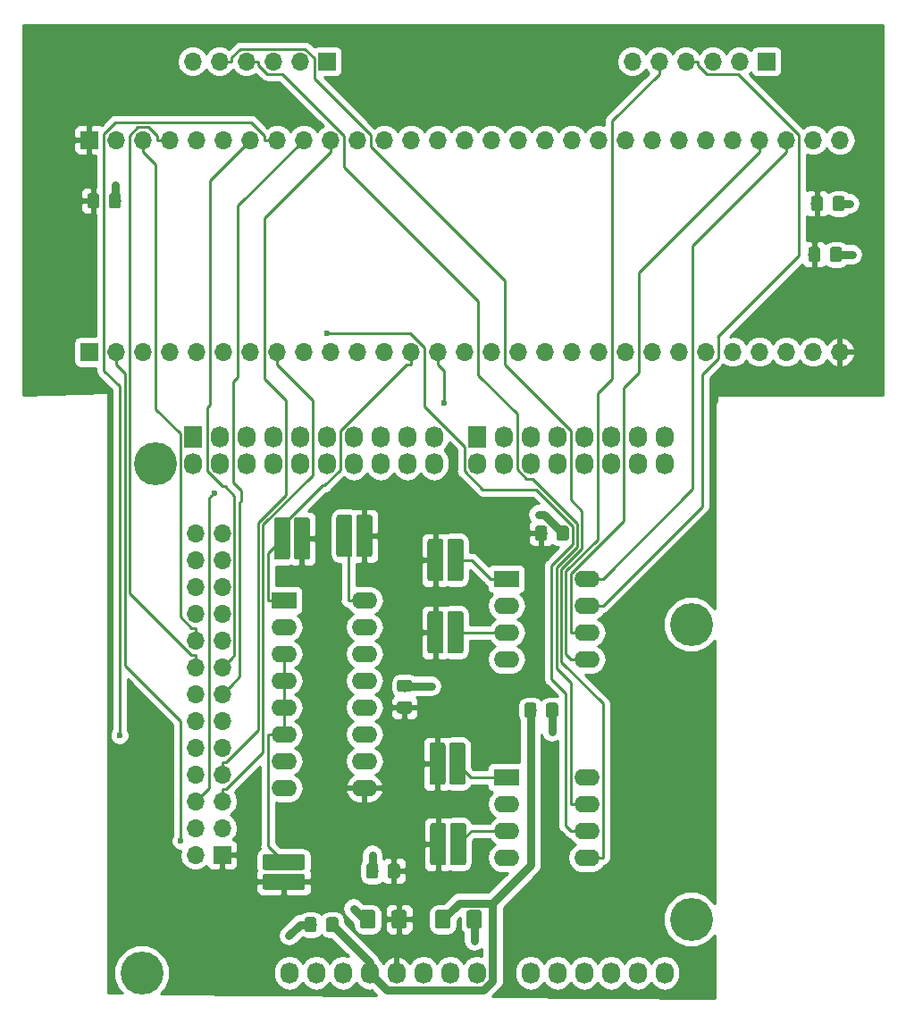
<source format=gtl>
G04 #@! TF.GenerationSoftware,KiCad,Pcbnew,5.0.2-bee76a0~70~ubuntu16.04.1*
G04 #@! TF.CreationDate,2019-01-06T13:47:42-08:00*
G04 #@! TF.ProjectId,fpif,66706966-2e6b-4696-9361-645f70636258,rev?*
G04 #@! TF.SameCoordinates,Original*
G04 #@! TF.FileFunction,Copper,L1,Top*
G04 #@! TF.FilePolarity,Positive*
%FSLAX46Y46*%
G04 Gerber Fmt 4.6, Leading zero omitted, Abs format (unit mm)*
G04 Created by KiCad (PCBNEW 5.0.2-bee76a0~70~ubuntu16.04.1) date Sun 06 Jan 2019 01:47:42 PM PST*
%MOMM*%
%LPD*%
G01*
G04 APERTURE LIST*
G04 #@! TA.AperFunction,ComponentPad*
%ADD10O,1.727200X2.032000*%
G04 #@! TD*
G04 #@! TA.AperFunction,ComponentPad*
%ADD11C,4.064000*%
G04 #@! TD*
G04 #@! TA.AperFunction,ComponentPad*
%ADD12R,1.727200X2.032000*%
G04 #@! TD*
G04 #@! TA.AperFunction,Conductor*
%ADD13C,0.100000*%
G04 #@! TD*
G04 #@! TA.AperFunction,SMDPad,CuDef*
%ADD14C,1.425000*%
G04 #@! TD*
G04 #@! TA.AperFunction,SMDPad,CuDef*
%ADD15C,1.150000*%
G04 #@! TD*
G04 #@! TA.AperFunction,ComponentPad*
%ADD16R,1.700000X1.700000*%
G04 #@! TD*
G04 #@! TA.AperFunction,ComponentPad*
%ADD17O,1.700000X1.700000*%
G04 #@! TD*
G04 #@! TA.AperFunction,SMDPad,CuDef*
%ADD18C,1.525000*%
G04 #@! TD*
G04 #@! TA.AperFunction,ComponentPad*
%ADD19R,2.400000X1.600000*%
G04 #@! TD*
G04 #@! TA.AperFunction,ComponentPad*
%ADD20O,2.400000X1.600000*%
G04 #@! TD*
G04 #@! TA.AperFunction,ViaPad*
%ADD21C,0.600000*%
G04 #@! TD*
G04 #@! TA.AperFunction,Conductor*
%ADD22C,0.800000*%
G04 #@! TD*
G04 #@! TA.AperFunction,Conductor*
%ADD23C,0.250000*%
G04 #@! TD*
G04 #@! TA.AperFunction,Conductor*
%ADD24C,0.254000*%
G04 #@! TD*
G04 APERTURE END LIST*
D10*
G04 #@! TO.P,P1,1*
G04 #@! TO.N,N/C*
X138938000Y-123825000D03*
G04 #@! TO.P,P1,2*
X141478000Y-123825000D03*
G04 #@! TO.P,P1,3*
X144018000Y-123825000D03*
G04 #@! TO.P,P1,4*
G04 #@! TO.N,+3V3*
X146558000Y-123825000D03*
G04 #@! TO.P,P1,5*
G04 #@! TO.N,+5V*
X149098000Y-123825000D03*
G04 #@! TO.P,P1,6*
G04 #@! TO.N,GND*
X151638000Y-123825000D03*
G04 #@! TO.P,P1,7*
X154178000Y-123825000D03*
G04 #@! TO.P,P1,8*
G04 #@! TO.N,N/C*
X156718000Y-123825000D03*
G04 #@! TD*
G04 #@! TO.P,P2,1*
G04 #@! TO.N,N/C*
X161798000Y-123825000D03*
G04 #@! TO.P,P2,2*
X164338000Y-123825000D03*
G04 #@! TO.P,P2,3*
X166878000Y-123825000D03*
G04 #@! TO.P,P2,4*
X169418000Y-123825000D03*
G04 #@! TO.P,P2,5*
X171958000Y-123825000D03*
G04 #@! TO.P,P2,6*
X174498000Y-123825000D03*
G04 #@! TD*
G04 #@! TO.P,P3,1*
G04 #@! TO.N,N/C*
X129794000Y-75565000D03*
G04 #@! TO.P,P3,2*
X132334000Y-75565000D03*
G04 #@! TO.P,P3,3*
X134874000Y-75565000D03*
G04 #@! TO.P,P3,4*
G04 #@! TO.N,GND*
X137414000Y-75565000D03*
G04 #@! TO.P,P3,5*
G04 #@! TO.N,N/C*
X139954000Y-75565000D03*
G04 #@! TO.P,P3,6*
X142494000Y-75565000D03*
G04 #@! TO.P,P3,7*
X145034000Y-75565000D03*
G04 #@! TO.P,P3,8*
X147574000Y-75565000D03*
G04 #@! TO.P,P3,9*
X150114000Y-75565000D03*
G04 #@! TO.P,P3,10*
X152654000Y-75565000D03*
G04 #@! TD*
G04 #@! TO.P,P4,1*
G04 #@! TO.N,N/C*
X156718000Y-75565000D03*
G04 #@! TO.P,P4,2*
X159258000Y-75565000D03*
G04 #@! TO.P,P4,3*
X161798000Y-75565000D03*
G04 #@! TO.P,P4,4*
X164338000Y-75565000D03*
G04 #@! TO.P,P4,5*
X166878000Y-75565000D03*
G04 #@! TO.P,P4,6*
X169418000Y-75565000D03*
G04 #@! TO.P,P4,7*
X171958000Y-75565000D03*
G04 #@! TO.P,P4,8*
X174498000Y-75565000D03*
G04 #@! TD*
D11*
G04 #@! TO.P,P5,1*
G04 #@! TO.N,N/C*
X124968000Y-123825000D03*
G04 #@! TD*
G04 #@! TO.P,P6,1*
G04 #@! TO.N,N/C*
X177038000Y-118745000D03*
G04 #@! TD*
G04 #@! TO.P,P7,1*
G04 #@! TO.N,N/C*
X126238000Y-75565000D03*
G04 #@! TD*
G04 #@! TO.P,P8,1*
G04 #@! TO.N,N/C*
X177038000Y-90805000D03*
G04 #@! TD*
D12*
G04 #@! TO.P,P14,1*
G04 #@! TO.N,N/C*
X129794000Y-73025000D03*
D10*
G04 #@! TO.P,P14,2*
G04 #@! TO.N,GND*
X132334000Y-73025000D03*
G04 #@! TO.P,P14,3*
G04 #@! TO.N,N/C*
X134874000Y-73025000D03*
G04 #@! TO.P,P14,4*
X137414000Y-73025000D03*
G04 #@! TO.P,P14,5*
X139954000Y-73025000D03*
G04 #@! TO.P,P14,6*
X142494000Y-73025000D03*
G04 #@! TO.P,P14,7*
X145034000Y-73025000D03*
G04 #@! TO.P,P14,8*
X147574000Y-73025000D03*
G04 #@! TO.P,P14,9*
X150114000Y-73025000D03*
G04 #@! TO.P,P14,10*
X152654000Y-73025000D03*
G04 #@! TD*
D12*
G04 #@! TO.P,P15,1*
G04 #@! TO.N,N/C*
X156718000Y-73025000D03*
D10*
G04 #@! TO.P,P15,2*
G04 #@! TO.N,/uart2_txd*
X159258000Y-73025000D03*
G04 #@! TO.P,P15,3*
G04 #@! TO.N,/uart2_cts*
X161798000Y-73025000D03*
G04 #@! TO.P,P15,4*
G04 #@! TO.N,/uart2_rts*
X164338000Y-73025000D03*
G04 #@! TO.P,P15,5*
G04 #@! TO.N,N/C*
X166878000Y-73025000D03*
G04 #@! TO.P,P15,6*
G04 #@! TO.N,/uart2_txd*
X169418000Y-73025000D03*
G04 #@! TO.P,P15,7*
G04 #@! TO.N,/uart2_cts*
X171958000Y-73025000D03*
G04 #@! TO.P,P15,8*
G04 #@! TO.N,/uart2_rts*
X174498000Y-73025000D03*
G04 #@! TD*
D13*
G04 #@! TO.N,GND*
G04 #@! TO.C,C3*
G36*
X156950504Y-117871204D02*
X156974773Y-117874804D01*
X156998571Y-117880765D01*
X157021671Y-117889030D01*
X157043849Y-117899520D01*
X157064893Y-117912133D01*
X157084598Y-117926747D01*
X157102777Y-117943223D01*
X157119253Y-117961402D01*
X157133867Y-117981107D01*
X157146480Y-118002151D01*
X157156970Y-118024329D01*
X157165235Y-118047429D01*
X157171196Y-118071227D01*
X157174796Y-118095496D01*
X157176000Y-118120000D01*
X157176000Y-119370000D01*
X157174796Y-119394504D01*
X157171196Y-119418773D01*
X157165235Y-119442571D01*
X157156970Y-119465671D01*
X157146480Y-119487849D01*
X157133867Y-119508893D01*
X157119253Y-119528598D01*
X157102777Y-119546777D01*
X157084598Y-119563253D01*
X157064893Y-119577867D01*
X157043849Y-119590480D01*
X157021671Y-119600970D01*
X156998571Y-119609235D01*
X156974773Y-119615196D01*
X156950504Y-119618796D01*
X156926000Y-119620000D01*
X156001000Y-119620000D01*
X155976496Y-119618796D01*
X155952227Y-119615196D01*
X155928429Y-119609235D01*
X155905329Y-119600970D01*
X155883151Y-119590480D01*
X155862107Y-119577867D01*
X155842402Y-119563253D01*
X155824223Y-119546777D01*
X155807747Y-119528598D01*
X155793133Y-119508893D01*
X155780520Y-119487849D01*
X155770030Y-119465671D01*
X155761765Y-119442571D01*
X155755804Y-119418773D01*
X155752204Y-119394504D01*
X155751000Y-119370000D01*
X155751000Y-118120000D01*
X155752204Y-118095496D01*
X155755804Y-118071227D01*
X155761765Y-118047429D01*
X155770030Y-118024329D01*
X155780520Y-118002151D01*
X155793133Y-117981107D01*
X155807747Y-117961402D01*
X155824223Y-117943223D01*
X155842402Y-117926747D01*
X155862107Y-117912133D01*
X155883151Y-117899520D01*
X155905329Y-117889030D01*
X155928429Y-117880765D01*
X155952227Y-117874804D01*
X155976496Y-117871204D01*
X156001000Y-117870000D01*
X156926000Y-117870000D01*
X156950504Y-117871204D01*
X156950504Y-117871204D01*
G37*
D14*
G04 #@! TD*
G04 #@! TO.P,C3,2*
G04 #@! TO.N,GND*
X156463500Y-118745000D03*
D13*
G04 #@! TO.N,+3V3*
G04 #@! TO.C,C3*
G36*
X153975504Y-117871204D02*
X153999773Y-117874804D01*
X154023571Y-117880765D01*
X154046671Y-117889030D01*
X154068849Y-117899520D01*
X154089893Y-117912133D01*
X154109598Y-117926747D01*
X154127777Y-117943223D01*
X154144253Y-117961402D01*
X154158867Y-117981107D01*
X154171480Y-118002151D01*
X154181970Y-118024329D01*
X154190235Y-118047429D01*
X154196196Y-118071227D01*
X154199796Y-118095496D01*
X154201000Y-118120000D01*
X154201000Y-119370000D01*
X154199796Y-119394504D01*
X154196196Y-119418773D01*
X154190235Y-119442571D01*
X154181970Y-119465671D01*
X154171480Y-119487849D01*
X154158867Y-119508893D01*
X154144253Y-119528598D01*
X154127777Y-119546777D01*
X154109598Y-119563253D01*
X154089893Y-119577867D01*
X154068849Y-119590480D01*
X154046671Y-119600970D01*
X154023571Y-119609235D01*
X153999773Y-119615196D01*
X153975504Y-119618796D01*
X153951000Y-119620000D01*
X153026000Y-119620000D01*
X153001496Y-119618796D01*
X152977227Y-119615196D01*
X152953429Y-119609235D01*
X152930329Y-119600970D01*
X152908151Y-119590480D01*
X152887107Y-119577867D01*
X152867402Y-119563253D01*
X152849223Y-119546777D01*
X152832747Y-119528598D01*
X152818133Y-119508893D01*
X152805520Y-119487849D01*
X152795030Y-119465671D01*
X152786765Y-119442571D01*
X152780804Y-119418773D01*
X152777204Y-119394504D01*
X152776000Y-119370000D01*
X152776000Y-118120000D01*
X152777204Y-118095496D01*
X152780804Y-118071227D01*
X152786765Y-118047429D01*
X152795030Y-118024329D01*
X152805520Y-118002151D01*
X152818133Y-117981107D01*
X152832747Y-117961402D01*
X152849223Y-117943223D01*
X152867402Y-117926747D01*
X152887107Y-117912133D01*
X152908151Y-117899520D01*
X152930329Y-117889030D01*
X152953429Y-117880765D01*
X152977227Y-117874804D01*
X153001496Y-117871204D01*
X153026000Y-117870000D01*
X153951000Y-117870000D01*
X153975504Y-117871204D01*
X153975504Y-117871204D01*
G37*
D14*
G04 #@! TD*
G04 #@! TO.P,C3,1*
G04 #@! TO.N,+3V3*
X153488500Y-118745000D03*
D13*
G04 #@! TO.N,+5V*
G04 #@! TO.C,C4*
G36*
X149838504Y-117871204D02*
X149862773Y-117874804D01*
X149886571Y-117880765D01*
X149909671Y-117889030D01*
X149931849Y-117899520D01*
X149952893Y-117912133D01*
X149972598Y-117926747D01*
X149990777Y-117943223D01*
X150007253Y-117961402D01*
X150021867Y-117981107D01*
X150034480Y-118002151D01*
X150044970Y-118024329D01*
X150053235Y-118047429D01*
X150059196Y-118071227D01*
X150062796Y-118095496D01*
X150064000Y-118120000D01*
X150064000Y-119370000D01*
X150062796Y-119394504D01*
X150059196Y-119418773D01*
X150053235Y-119442571D01*
X150044970Y-119465671D01*
X150034480Y-119487849D01*
X150021867Y-119508893D01*
X150007253Y-119528598D01*
X149990777Y-119546777D01*
X149972598Y-119563253D01*
X149952893Y-119577867D01*
X149931849Y-119590480D01*
X149909671Y-119600970D01*
X149886571Y-119609235D01*
X149862773Y-119615196D01*
X149838504Y-119618796D01*
X149814000Y-119620000D01*
X148889000Y-119620000D01*
X148864496Y-119618796D01*
X148840227Y-119615196D01*
X148816429Y-119609235D01*
X148793329Y-119600970D01*
X148771151Y-119590480D01*
X148750107Y-119577867D01*
X148730402Y-119563253D01*
X148712223Y-119546777D01*
X148695747Y-119528598D01*
X148681133Y-119508893D01*
X148668520Y-119487849D01*
X148658030Y-119465671D01*
X148649765Y-119442571D01*
X148643804Y-119418773D01*
X148640204Y-119394504D01*
X148639000Y-119370000D01*
X148639000Y-118120000D01*
X148640204Y-118095496D01*
X148643804Y-118071227D01*
X148649765Y-118047429D01*
X148658030Y-118024329D01*
X148668520Y-118002151D01*
X148681133Y-117981107D01*
X148695747Y-117961402D01*
X148712223Y-117943223D01*
X148730402Y-117926747D01*
X148750107Y-117912133D01*
X148771151Y-117899520D01*
X148793329Y-117889030D01*
X148816429Y-117880765D01*
X148840227Y-117874804D01*
X148864496Y-117871204D01*
X148889000Y-117870000D01*
X149814000Y-117870000D01*
X149838504Y-117871204D01*
X149838504Y-117871204D01*
G37*
D14*
G04 #@! TD*
G04 #@! TO.P,C4,1*
G04 #@! TO.N,+5V*
X149351500Y-118745000D03*
D13*
G04 #@! TO.N,GND*
G04 #@! TO.C,C4*
G36*
X146863504Y-117871204D02*
X146887773Y-117874804D01*
X146911571Y-117880765D01*
X146934671Y-117889030D01*
X146956849Y-117899520D01*
X146977893Y-117912133D01*
X146997598Y-117926747D01*
X147015777Y-117943223D01*
X147032253Y-117961402D01*
X147046867Y-117981107D01*
X147059480Y-118002151D01*
X147069970Y-118024329D01*
X147078235Y-118047429D01*
X147084196Y-118071227D01*
X147087796Y-118095496D01*
X147089000Y-118120000D01*
X147089000Y-119370000D01*
X147087796Y-119394504D01*
X147084196Y-119418773D01*
X147078235Y-119442571D01*
X147069970Y-119465671D01*
X147059480Y-119487849D01*
X147046867Y-119508893D01*
X147032253Y-119528598D01*
X147015777Y-119546777D01*
X146997598Y-119563253D01*
X146977893Y-119577867D01*
X146956849Y-119590480D01*
X146934671Y-119600970D01*
X146911571Y-119609235D01*
X146887773Y-119615196D01*
X146863504Y-119618796D01*
X146839000Y-119620000D01*
X145914000Y-119620000D01*
X145889496Y-119618796D01*
X145865227Y-119615196D01*
X145841429Y-119609235D01*
X145818329Y-119600970D01*
X145796151Y-119590480D01*
X145775107Y-119577867D01*
X145755402Y-119563253D01*
X145737223Y-119546777D01*
X145720747Y-119528598D01*
X145706133Y-119508893D01*
X145693520Y-119487849D01*
X145683030Y-119465671D01*
X145674765Y-119442571D01*
X145668804Y-119418773D01*
X145665204Y-119394504D01*
X145664000Y-119370000D01*
X145664000Y-118120000D01*
X145665204Y-118095496D01*
X145668804Y-118071227D01*
X145674765Y-118047429D01*
X145683030Y-118024329D01*
X145693520Y-118002151D01*
X145706133Y-117981107D01*
X145720747Y-117961402D01*
X145737223Y-117943223D01*
X145755402Y-117926747D01*
X145775107Y-117912133D01*
X145796151Y-117899520D01*
X145818329Y-117889030D01*
X145841429Y-117880765D01*
X145865227Y-117874804D01*
X145889496Y-117871204D01*
X145914000Y-117870000D01*
X146839000Y-117870000D01*
X146863504Y-117871204D01*
X146863504Y-117871204D01*
G37*
D14*
G04 #@! TD*
G04 #@! TO.P,C4,2*
G04 #@! TO.N,GND*
X146376500Y-118745000D03*
D13*
G04 #@! TO.N,GND*
G04 #@! TO.C,C5*
G36*
X141310505Y-118554204D02*
X141334773Y-118557804D01*
X141358572Y-118563765D01*
X141381671Y-118572030D01*
X141403850Y-118582520D01*
X141424893Y-118595132D01*
X141444599Y-118609747D01*
X141462777Y-118626223D01*
X141479253Y-118644401D01*
X141493868Y-118664107D01*
X141506480Y-118685150D01*
X141516970Y-118707329D01*
X141525235Y-118730428D01*
X141531196Y-118754227D01*
X141534796Y-118778495D01*
X141536000Y-118802999D01*
X141536000Y-119703001D01*
X141534796Y-119727505D01*
X141531196Y-119751773D01*
X141525235Y-119775572D01*
X141516970Y-119798671D01*
X141506480Y-119820850D01*
X141493868Y-119841893D01*
X141479253Y-119861599D01*
X141462777Y-119879777D01*
X141444599Y-119896253D01*
X141424893Y-119910868D01*
X141403850Y-119923480D01*
X141381671Y-119933970D01*
X141358572Y-119942235D01*
X141334773Y-119948196D01*
X141310505Y-119951796D01*
X141286001Y-119953000D01*
X140635999Y-119953000D01*
X140611495Y-119951796D01*
X140587227Y-119948196D01*
X140563428Y-119942235D01*
X140540329Y-119933970D01*
X140518150Y-119923480D01*
X140497107Y-119910868D01*
X140477401Y-119896253D01*
X140459223Y-119879777D01*
X140442747Y-119861599D01*
X140428132Y-119841893D01*
X140415520Y-119820850D01*
X140405030Y-119798671D01*
X140396765Y-119775572D01*
X140390804Y-119751773D01*
X140387204Y-119727505D01*
X140386000Y-119703001D01*
X140386000Y-118802999D01*
X140387204Y-118778495D01*
X140390804Y-118754227D01*
X140396765Y-118730428D01*
X140405030Y-118707329D01*
X140415520Y-118685150D01*
X140428132Y-118664107D01*
X140442747Y-118644401D01*
X140459223Y-118626223D01*
X140477401Y-118609747D01*
X140497107Y-118595132D01*
X140518150Y-118582520D01*
X140540329Y-118572030D01*
X140563428Y-118563765D01*
X140587227Y-118557804D01*
X140611495Y-118554204D01*
X140635999Y-118553000D01*
X141286001Y-118553000D01*
X141310505Y-118554204D01*
X141310505Y-118554204D01*
G37*
D15*
G04 #@! TD*
G04 #@! TO.P,C5,2*
G04 #@! TO.N,GND*
X140961000Y-119253000D03*
D13*
G04 #@! TO.N,+3V3*
G04 #@! TO.C,C5*
G36*
X143360505Y-118554204D02*
X143384773Y-118557804D01*
X143408572Y-118563765D01*
X143431671Y-118572030D01*
X143453850Y-118582520D01*
X143474893Y-118595132D01*
X143494599Y-118609747D01*
X143512777Y-118626223D01*
X143529253Y-118644401D01*
X143543868Y-118664107D01*
X143556480Y-118685150D01*
X143566970Y-118707329D01*
X143575235Y-118730428D01*
X143581196Y-118754227D01*
X143584796Y-118778495D01*
X143586000Y-118802999D01*
X143586000Y-119703001D01*
X143584796Y-119727505D01*
X143581196Y-119751773D01*
X143575235Y-119775572D01*
X143566970Y-119798671D01*
X143556480Y-119820850D01*
X143543868Y-119841893D01*
X143529253Y-119861599D01*
X143512777Y-119879777D01*
X143494599Y-119896253D01*
X143474893Y-119910868D01*
X143453850Y-119923480D01*
X143431671Y-119933970D01*
X143408572Y-119942235D01*
X143384773Y-119948196D01*
X143360505Y-119951796D01*
X143336001Y-119953000D01*
X142685999Y-119953000D01*
X142661495Y-119951796D01*
X142637227Y-119948196D01*
X142613428Y-119942235D01*
X142590329Y-119933970D01*
X142568150Y-119923480D01*
X142547107Y-119910868D01*
X142527401Y-119896253D01*
X142509223Y-119879777D01*
X142492747Y-119861599D01*
X142478132Y-119841893D01*
X142465520Y-119820850D01*
X142455030Y-119798671D01*
X142446765Y-119775572D01*
X142440804Y-119751773D01*
X142437204Y-119727505D01*
X142436000Y-119703001D01*
X142436000Y-118802999D01*
X142437204Y-118778495D01*
X142440804Y-118754227D01*
X142446765Y-118730428D01*
X142455030Y-118707329D01*
X142465520Y-118685150D01*
X142478132Y-118664107D01*
X142492747Y-118644401D01*
X142509223Y-118626223D01*
X142527401Y-118609747D01*
X142547107Y-118595132D01*
X142568150Y-118582520D01*
X142590329Y-118572030D01*
X142613428Y-118563765D01*
X142637227Y-118557804D01*
X142661495Y-118554204D01*
X142685999Y-118553000D01*
X143336001Y-118553000D01*
X143360505Y-118554204D01*
X143360505Y-118554204D01*
G37*
D15*
G04 #@! TD*
G04 #@! TO.P,C5,1*
G04 #@! TO.N,+3V3*
X143011000Y-119253000D03*
D13*
G04 #@! TO.N,GND*
G04 #@! TO.C,C6*
G36*
X147161505Y-113474204D02*
X147185773Y-113477804D01*
X147209572Y-113483765D01*
X147232671Y-113492030D01*
X147254850Y-113502520D01*
X147275893Y-113515132D01*
X147295599Y-113529747D01*
X147313777Y-113546223D01*
X147330253Y-113564401D01*
X147344868Y-113584107D01*
X147357480Y-113605150D01*
X147367970Y-113627329D01*
X147376235Y-113650428D01*
X147382196Y-113674227D01*
X147385796Y-113698495D01*
X147387000Y-113722999D01*
X147387000Y-114623001D01*
X147385796Y-114647505D01*
X147382196Y-114671773D01*
X147376235Y-114695572D01*
X147367970Y-114718671D01*
X147357480Y-114740850D01*
X147344868Y-114761893D01*
X147330253Y-114781599D01*
X147313777Y-114799777D01*
X147295599Y-114816253D01*
X147275893Y-114830868D01*
X147254850Y-114843480D01*
X147232671Y-114853970D01*
X147209572Y-114862235D01*
X147185773Y-114868196D01*
X147161505Y-114871796D01*
X147137001Y-114873000D01*
X146486999Y-114873000D01*
X146462495Y-114871796D01*
X146438227Y-114868196D01*
X146414428Y-114862235D01*
X146391329Y-114853970D01*
X146369150Y-114843480D01*
X146348107Y-114830868D01*
X146328401Y-114816253D01*
X146310223Y-114799777D01*
X146293747Y-114781599D01*
X146279132Y-114761893D01*
X146266520Y-114740850D01*
X146256030Y-114718671D01*
X146247765Y-114695572D01*
X146241804Y-114671773D01*
X146238204Y-114647505D01*
X146237000Y-114623001D01*
X146237000Y-113722999D01*
X146238204Y-113698495D01*
X146241804Y-113674227D01*
X146247765Y-113650428D01*
X146256030Y-113627329D01*
X146266520Y-113605150D01*
X146279132Y-113584107D01*
X146293747Y-113564401D01*
X146310223Y-113546223D01*
X146328401Y-113529747D01*
X146348107Y-113515132D01*
X146369150Y-113502520D01*
X146391329Y-113492030D01*
X146414428Y-113483765D01*
X146438227Y-113477804D01*
X146462495Y-113474204D01*
X146486999Y-113473000D01*
X147137001Y-113473000D01*
X147161505Y-113474204D01*
X147161505Y-113474204D01*
G37*
D15*
G04 #@! TD*
G04 #@! TO.P,C6,2*
G04 #@! TO.N,GND*
X146812000Y-114173000D03*
D13*
G04 #@! TO.N,+5V*
G04 #@! TO.C,C6*
G36*
X149211505Y-113474204D02*
X149235773Y-113477804D01*
X149259572Y-113483765D01*
X149282671Y-113492030D01*
X149304850Y-113502520D01*
X149325893Y-113515132D01*
X149345599Y-113529747D01*
X149363777Y-113546223D01*
X149380253Y-113564401D01*
X149394868Y-113584107D01*
X149407480Y-113605150D01*
X149417970Y-113627329D01*
X149426235Y-113650428D01*
X149432196Y-113674227D01*
X149435796Y-113698495D01*
X149437000Y-113722999D01*
X149437000Y-114623001D01*
X149435796Y-114647505D01*
X149432196Y-114671773D01*
X149426235Y-114695572D01*
X149417970Y-114718671D01*
X149407480Y-114740850D01*
X149394868Y-114761893D01*
X149380253Y-114781599D01*
X149363777Y-114799777D01*
X149345599Y-114816253D01*
X149325893Y-114830868D01*
X149304850Y-114843480D01*
X149282671Y-114853970D01*
X149259572Y-114862235D01*
X149235773Y-114868196D01*
X149211505Y-114871796D01*
X149187001Y-114873000D01*
X148536999Y-114873000D01*
X148512495Y-114871796D01*
X148488227Y-114868196D01*
X148464428Y-114862235D01*
X148441329Y-114853970D01*
X148419150Y-114843480D01*
X148398107Y-114830868D01*
X148378401Y-114816253D01*
X148360223Y-114799777D01*
X148343747Y-114781599D01*
X148329132Y-114761893D01*
X148316520Y-114740850D01*
X148306030Y-114718671D01*
X148297765Y-114695572D01*
X148291804Y-114671773D01*
X148288204Y-114647505D01*
X148287000Y-114623001D01*
X148287000Y-113722999D01*
X148288204Y-113698495D01*
X148291804Y-113674227D01*
X148297765Y-113650428D01*
X148306030Y-113627329D01*
X148316520Y-113605150D01*
X148329132Y-113584107D01*
X148343747Y-113564401D01*
X148360223Y-113546223D01*
X148378401Y-113529747D01*
X148398107Y-113515132D01*
X148419150Y-113502520D01*
X148441329Y-113492030D01*
X148464428Y-113483765D01*
X148488227Y-113477804D01*
X148512495Y-113474204D01*
X148536999Y-113473000D01*
X149187001Y-113473000D01*
X149211505Y-113474204D01*
X149211505Y-113474204D01*
G37*
D15*
G04 #@! TD*
G04 #@! TO.P,C6,1*
G04 #@! TO.N,+5V*
X148862000Y-114173000D03*
D13*
G04 #@! TO.N,+3V3*
G04 #@! TO.C,C7*
G36*
X162147505Y-98234204D02*
X162171773Y-98237804D01*
X162195572Y-98243765D01*
X162218671Y-98252030D01*
X162240850Y-98262520D01*
X162261893Y-98275132D01*
X162281599Y-98289747D01*
X162299777Y-98306223D01*
X162316253Y-98324401D01*
X162330868Y-98344107D01*
X162343480Y-98365150D01*
X162353970Y-98387329D01*
X162362235Y-98410428D01*
X162368196Y-98434227D01*
X162371796Y-98458495D01*
X162373000Y-98482999D01*
X162373000Y-99383001D01*
X162371796Y-99407505D01*
X162368196Y-99431773D01*
X162362235Y-99455572D01*
X162353970Y-99478671D01*
X162343480Y-99500850D01*
X162330868Y-99521893D01*
X162316253Y-99541599D01*
X162299777Y-99559777D01*
X162281599Y-99576253D01*
X162261893Y-99590868D01*
X162240850Y-99603480D01*
X162218671Y-99613970D01*
X162195572Y-99622235D01*
X162171773Y-99628196D01*
X162147505Y-99631796D01*
X162123001Y-99633000D01*
X161472999Y-99633000D01*
X161448495Y-99631796D01*
X161424227Y-99628196D01*
X161400428Y-99622235D01*
X161377329Y-99613970D01*
X161355150Y-99603480D01*
X161334107Y-99590868D01*
X161314401Y-99576253D01*
X161296223Y-99559777D01*
X161279747Y-99541599D01*
X161265132Y-99521893D01*
X161252520Y-99500850D01*
X161242030Y-99478671D01*
X161233765Y-99455572D01*
X161227804Y-99431773D01*
X161224204Y-99407505D01*
X161223000Y-99383001D01*
X161223000Y-98482999D01*
X161224204Y-98458495D01*
X161227804Y-98434227D01*
X161233765Y-98410428D01*
X161242030Y-98387329D01*
X161252520Y-98365150D01*
X161265132Y-98344107D01*
X161279747Y-98324401D01*
X161296223Y-98306223D01*
X161314401Y-98289747D01*
X161334107Y-98275132D01*
X161355150Y-98262520D01*
X161377329Y-98252030D01*
X161400428Y-98243765D01*
X161424227Y-98237804D01*
X161448495Y-98234204D01*
X161472999Y-98233000D01*
X162123001Y-98233000D01*
X162147505Y-98234204D01*
X162147505Y-98234204D01*
G37*
D15*
G04 #@! TD*
G04 #@! TO.P,C7,1*
G04 #@! TO.N,+3V3*
X161798000Y-98933000D03*
D13*
G04 #@! TO.N,GND*
G04 #@! TO.C,C7*
G36*
X164197505Y-98234204D02*
X164221773Y-98237804D01*
X164245572Y-98243765D01*
X164268671Y-98252030D01*
X164290850Y-98262520D01*
X164311893Y-98275132D01*
X164331599Y-98289747D01*
X164349777Y-98306223D01*
X164366253Y-98324401D01*
X164380868Y-98344107D01*
X164393480Y-98365150D01*
X164403970Y-98387329D01*
X164412235Y-98410428D01*
X164418196Y-98434227D01*
X164421796Y-98458495D01*
X164423000Y-98482999D01*
X164423000Y-99383001D01*
X164421796Y-99407505D01*
X164418196Y-99431773D01*
X164412235Y-99455572D01*
X164403970Y-99478671D01*
X164393480Y-99500850D01*
X164380868Y-99521893D01*
X164366253Y-99541599D01*
X164349777Y-99559777D01*
X164331599Y-99576253D01*
X164311893Y-99590868D01*
X164290850Y-99603480D01*
X164268671Y-99613970D01*
X164245572Y-99622235D01*
X164221773Y-99628196D01*
X164197505Y-99631796D01*
X164173001Y-99633000D01*
X163522999Y-99633000D01*
X163498495Y-99631796D01*
X163474227Y-99628196D01*
X163450428Y-99622235D01*
X163427329Y-99613970D01*
X163405150Y-99603480D01*
X163384107Y-99590868D01*
X163364401Y-99576253D01*
X163346223Y-99559777D01*
X163329747Y-99541599D01*
X163315132Y-99521893D01*
X163302520Y-99500850D01*
X163292030Y-99478671D01*
X163283765Y-99455572D01*
X163277804Y-99431773D01*
X163274204Y-99407505D01*
X163273000Y-99383001D01*
X163273000Y-98482999D01*
X163274204Y-98458495D01*
X163277804Y-98434227D01*
X163283765Y-98410428D01*
X163292030Y-98387329D01*
X163302520Y-98365150D01*
X163315132Y-98344107D01*
X163329747Y-98324401D01*
X163346223Y-98306223D01*
X163364401Y-98289747D01*
X163384107Y-98275132D01*
X163405150Y-98262520D01*
X163427329Y-98252030D01*
X163450428Y-98243765D01*
X163474227Y-98237804D01*
X163498495Y-98234204D01*
X163522999Y-98233000D01*
X164173001Y-98233000D01*
X164197505Y-98234204D01*
X164197505Y-98234204D01*
G37*
D15*
G04 #@! TD*
G04 #@! TO.P,C7,2*
G04 #@! TO.N,GND*
X163848000Y-98933000D03*
D13*
G04 #@! TO.N,+5V*
G04 #@! TO.C,C8*
G36*
X163163505Y-81470204D02*
X163187773Y-81473804D01*
X163211572Y-81479765D01*
X163234671Y-81488030D01*
X163256850Y-81498520D01*
X163277893Y-81511132D01*
X163297599Y-81525747D01*
X163315777Y-81542223D01*
X163332253Y-81560401D01*
X163346868Y-81580107D01*
X163359480Y-81601150D01*
X163369970Y-81623329D01*
X163378235Y-81646428D01*
X163384196Y-81670227D01*
X163387796Y-81694495D01*
X163389000Y-81718999D01*
X163389000Y-82619001D01*
X163387796Y-82643505D01*
X163384196Y-82667773D01*
X163378235Y-82691572D01*
X163369970Y-82714671D01*
X163359480Y-82736850D01*
X163346868Y-82757893D01*
X163332253Y-82777599D01*
X163315777Y-82795777D01*
X163297599Y-82812253D01*
X163277893Y-82826868D01*
X163256850Y-82839480D01*
X163234671Y-82849970D01*
X163211572Y-82858235D01*
X163187773Y-82864196D01*
X163163505Y-82867796D01*
X163139001Y-82869000D01*
X162488999Y-82869000D01*
X162464495Y-82867796D01*
X162440227Y-82864196D01*
X162416428Y-82858235D01*
X162393329Y-82849970D01*
X162371150Y-82839480D01*
X162350107Y-82826868D01*
X162330401Y-82812253D01*
X162312223Y-82795777D01*
X162295747Y-82777599D01*
X162281132Y-82757893D01*
X162268520Y-82736850D01*
X162258030Y-82714671D01*
X162249765Y-82691572D01*
X162243804Y-82667773D01*
X162240204Y-82643505D01*
X162239000Y-82619001D01*
X162239000Y-81718999D01*
X162240204Y-81694495D01*
X162243804Y-81670227D01*
X162249765Y-81646428D01*
X162258030Y-81623329D01*
X162268520Y-81601150D01*
X162281132Y-81580107D01*
X162295747Y-81560401D01*
X162312223Y-81542223D01*
X162330401Y-81525747D01*
X162350107Y-81511132D01*
X162371150Y-81498520D01*
X162393329Y-81488030D01*
X162416428Y-81479765D01*
X162440227Y-81473804D01*
X162464495Y-81470204D01*
X162488999Y-81469000D01*
X163139001Y-81469000D01*
X163163505Y-81470204D01*
X163163505Y-81470204D01*
G37*
D15*
G04 #@! TD*
G04 #@! TO.P,C8,1*
G04 #@! TO.N,+5V*
X162814000Y-82169000D03*
D13*
G04 #@! TO.N,GND*
G04 #@! TO.C,C8*
G36*
X165213505Y-81470204D02*
X165237773Y-81473804D01*
X165261572Y-81479765D01*
X165284671Y-81488030D01*
X165306850Y-81498520D01*
X165327893Y-81511132D01*
X165347599Y-81525747D01*
X165365777Y-81542223D01*
X165382253Y-81560401D01*
X165396868Y-81580107D01*
X165409480Y-81601150D01*
X165419970Y-81623329D01*
X165428235Y-81646428D01*
X165434196Y-81670227D01*
X165437796Y-81694495D01*
X165439000Y-81718999D01*
X165439000Y-82619001D01*
X165437796Y-82643505D01*
X165434196Y-82667773D01*
X165428235Y-82691572D01*
X165419970Y-82714671D01*
X165409480Y-82736850D01*
X165396868Y-82757893D01*
X165382253Y-82777599D01*
X165365777Y-82795777D01*
X165347599Y-82812253D01*
X165327893Y-82826868D01*
X165306850Y-82839480D01*
X165284671Y-82849970D01*
X165261572Y-82858235D01*
X165237773Y-82864196D01*
X165213505Y-82867796D01*
X165189001Y-82869000D01*
X164538999Y-82869000D01*
X164514495Y-82867796D01*
X164490227Y-82864196D01*
X164466428Y-82858235D01*
X164443329Y-82849970D01*
X164421150Y-82839480D01*
X164400107Y-82826868D01*
X164380401Y-82812253D01*
X164362223Y-82795777D01*
X164345747Y-82777599D01*
X164331132Y-82757893D01*
X164318520Y-82736850D01*
X164308030Y-82714671D01*
X164299765Y-82691572D01*
X164293804Y-82667773D01*
X164290204Y-82643505D01*
X164289000Y-82619001D01*
X164289000Y-81718999D01*
X164290204Y-81694495D01*
X164293804Y-81670227D01*
X164299765Y-81646428D01*
X164308030Y-81623329D01*
X164318520Y-81601150D01*
X164331132Y-81580107D01*
X164345747Y-81560401D01*
X164362223Y-81542223D01*
X164380401Y-81525747D01*
X164400107Y-81511132D01*
X164421150Y-81498520D01*
X164443329Y-81488030D01*
X164466428Y-81479765D01*
X164490227Y-81473804D01*
X164514495Y-81470204D01*
X164538999Y-81469000D01*
X165189001Y-81469000D01*
X165213505Y-81470204D01*
X165213505Y-81470204D01*
G37*
D15*
G04 #@! TD*
G04 #@! TO.P,C8,2*
G04 #@! TO.N,GND*
X164864000Y-82169000D03*
D16*
G04 #@! TO.P,DEBUG1,1*
G04 #@! TO.N,GND*
X184150000Y-37465000D03*
D17*
G04 #@! TO.P,DEBUG1,2*
G04 #@! TO.N,N/C*
X181610000Y-37465000D03*
G04 #@! TO.P,DEBUG1,3*
X179070000Y-37465000D03*
G04 #@! TO.P,DEBUG1,4*
G04 #@! TO.N,/debug_rx*
X176530000Y-37465000D03*
G04 #@! TO.P,DEBUG1,5*
G04 #@! TO.N,/debug_tx*
X173990000Y-37465000D03*
G04 #@! TO.P,DEBUG1,6*
G04 #@! TO.N,N/C*
X171450000Y-37465000D03*
G04 #@! TD*
D16*
G04 #@! TO.P,P13,1*
G04 #@! TO.N,+5V*
X132588000Y-112649000D03*
D17*
G04 #@! TO.P,P13,2*
G04 #@! TO.N,+3V3*
X130048000Y-112649000D03*
G04 #@! TO.P,P13,3*
G04 #@! TO.N,N/C*
X132588000Y-110109000D03*
G04 #@! TO.P,P13,4*
X130048000Y-110109000D03*
G04 #@! TO.P,P13,5*
G04 #@! TO.N,/i2c_sda*
X132588000Y-107569000D03*
G04 #@! TO.P,P13,6*
G04 #@! TO.N,/i2c_scl*
X130048000Y-107569000D03*
G04 #@! TO.P,P13,7*
G04 #@! TO.N,/enca_clk*
X132588000Y-105029000D03*
G04 #@! TO.P,P13,8*
G04 #@! TO.N,N/C*
X130048000Y-105029000D03*
G04 #@! TO.P,P13,9*
G04 #@! TO.N,/enca_dat*
X132588000Y-102489000D03*
G04 #@! TO.P,P13,10*
G04 #@! TO.N,N/C*
X130048000Y-102489000D03*
G04 #@! TO.P,P13,11*
G04 #@! TO.N,/enca_sw*
X132588000Y-99949000D03*
G04 #@! TO.P,P13,12*
G04 #@! TO.N,N/C*
X130048000Y-99949000D03*
G04 #@! TO.P,P13,13*
G04 #@! TO.N,/encb_clk*
X132588000Y-97409000D03*
G04 #@! TO.P,P13,14*
G04 #@! TO.N,/tune_cha*
X130048000Y-97409000D03*
G04 #@! TO.P,P13,15*
G04 #@! TO.N,/encb_dat*
X132588000Y-94869000D03*
G04 #@! TO.P,P13,16*
G04 #@! TO.N,/tune_chb*
X130048000Y-94869000D03*
G04 #@! TO.P,P13,17*
G04 #@! TO.N,/encb_sw*
X132588000Y-92329000D03*
G04 #@! TO.P,P13,18*
G04 #@! TO.N,/encc_clk*
X130048000Y-92329000D03*
G04 #@! TO.P,P13,19*
G04 #@! TO.N,/encc_dat*
X132588000Y-89789000D03*
G04 #@! TO.P,P13,20*
G04 #@! TO.N,/encc_sw*
X130048000Y-89789000D03*
G04 #@! TO.P,P13,21*
G04 #@! TO.N,/button_b_int*
X132588000Y-87249000D03*
G04 #@! TO.P,P13,22*
G04 #@! TO.N,/button_a_int*
X130048000Y-87249000D03*
G04 #@! TO.P,P13,23*
G04 #@! TO.N,GND*
X132588000Y-84709000D03*
G04 #@! TO.P,P13,24*
X130048000Y-84709000D03*
G04 #@! TO.P,P13,25*
G04 #@! TO.N,N/C*
X132588000Y-82169000D03*
G04 #@! TO.P,P13,26*
X130048000Y-82169000D03*
G04 #@! TD*
G04 #@! TO.P,PIN0,29*
G04 #@! TO.N,+5V*
X191120000Y-65000000D03*
G04 #@! TO.P,PIN0,28*
G04 #@! TO.N,GND*
X188580000Y-65000000D03*
G04 #@! TO.P,PIN0,27*
G04 #@! TO.N,N/C*
X186040000Y-65000000D03*
G04 #@! TO.P,PIN0,26*
X183500000Y-65000000D03*
G04 #@! TO.P,PIN0,25*
X180960000Y-65000000D03*
G04 #@! TO.P,PIN0,24*
X178420000Y-65000000D03*
G04 #@! TO.P,PIN0,23*
X175880000Y-65000000D03*
G04 #@! TO.P,PIN0,22*
X173340000Y-65000000D03*
G04 #@! TO.P,PIN0,21*
X170800000Y-65000000D03*
G04 #@! TO.P,PIN0,20*
G04 #@! TO.N,/button_b_int*
X168260000Y-65000000D03*
G04 #@! TO.P,PIN0,19*
G04 #@! TO.N,/button_a_int*
X165720000Y-65000000D03*
G04 #@! TO.P,PIN0,18*
G04 #@! TO.N,/encc_sw*
X163180000Y-65000000D03*
G04 #@! TO.P,PIN0,17*
G04 #@! TO.N,/encb_sw*
X160640000Y-65000000D03*
G04 #@! TO.P,PIN0,16*
G04 #@! TO.N,/enca_sw*
X158100000Y-65000000D03*
G04 #@! TO.P,PIN0,15*
G04 #@! TO.N,/encc_dat*
X155560000Y-65000000D03*
G04 #@! TO.P,PIN0,14*
G04 #@! TO.N,/tune_cha*
X153020000Y-65000000D03*
G04 #@! TO.P,PIN0,13*
G04 #@! TO.N,/relay_on_n*
X150480000Y-65000000D03*
G04 #@! TO.P,PIN0,12*
G04 #@! TO.N,N/C*
X147940000Y-65000000D03*
G04 #@! TO.P,PIN0,11*
X145400000Y-65000000D03*
G04 #@! TO.P,PIN0,10*
X142860000Y-65000000D03*
G04 #@! TO.P,PIN0,9*
X140320000Y-65000000D03*
G04 #@! TO.P,PIN0,8*
G04 #@! TO.N,/i2c_sda*
X137780000Y-65000000D03*
G04 #@! TO.P,PIN0,7*
G04 #@! TO.N,/i2c_scl*
X135240000Y-65000000D03*
G04 #@! TO.P,PIN0,6*
G04 #@! TO.N,N/C*
X132700000Y-65000000D03*
G04 #@! TO.P,PIN0,5*
X130160000Y-65000000D03*
G04 #@! TO.P,PIN0,4*
X127620000Y-65000000D03*
G04 #@! TO.P,PIN0,3*
G04 #@! TO.N,/pre_rdo_tx*
X125080000Y-65000000D03*
G04 #@! TO.P,PIN0,2*
G04 #@! TO.N,/pre_rdo_rx*
X122540000Y-65000000D03*
D16*
G04 #@! TO.P,PIN0,1*
G04 #@! TO.N,N/C*
X120000000Y-65000000D03*
G04 #@! TD*
G04 #@! TO.P,POUT0,1*
G04 #@! TO.N,+5V*
X120000000Y-44900000D03*
D17*
G04 #@! TO.P,POUT0,2*
G04 #@! TO.N,GND*
X122540000Y-44900000D03*
G04 #@! TO.P,POUT0,3*
G04 #@! TO.N,/encc_clk*
X125080000Y-44900000D03*
G04 #@! TO.P,POUT0,4*
G04 #@! TO.N,/tune_chb*
X127620000Y-44900000D03*
G04 #@! TO.P,POUT0,5*
G04 #@! TO.N,N/C*
X130160000Y-44900000D03*
G04 #@! TO.P,POUT0,6*
X132700000Y-44900000D03*
G04 #@! TO.P,POUT0,7*
G04 #@! TO.N,/encb_dat*
X135240000Y-44900000D03*
G04 #@! TO.P,POUT0,8*
G04 #@! TO.N,/enca_dat*
X137780000Y-44900000D03*
G04 #@! TO.P,POUT0,9*
G04 #@! TO.N,/encb_clk*
X140320000Y-44900000D03*
G04 #@! TO.P,POUT0,10*
G04 #@! TO.N,/enca_clk*
X142860000Y-44900000D03*
G04 #@! TO.P,POUT0,11*
G04 #@! TO.N,N/C*
X145400000Y-44900000D03*
G04 #@! TO.P,POUT0,12*
X147940000Y-44900000D03*
G04 #@! TO.P,POUT0,13*
X150480000Y-44900000D03*
G04 #@! TO.P,POUT0,14*
X153020000Y-44900000D03*
G04 #@! TO.P,POUT0,15*
X155560000Y-44900000D03*
G04 #@! TO.P,POUT0,16*
X158100000Y-44900000D03*
G04 #@! TO.P,POUT0,17*
X160640000Y-44900000D03*
G04 #@! TO.P,POUT0,18*
X163180000Y-44900000D03*
G04 #@! TO.P,POUT0,19*
X165720000Y-44900000D03*
G04 #@! TO.P,POUT0,20*
X168260000Y-44900000D03*
G04 #@! TO.P,POUT0,21*
X170800000Y-44900000D03*
G04 #@! TO.P,POUT0,22*
X173340000Y-44900000D03*
G04 #@! TO.P,POUT0,23*
X175880000Y-44900000D03*
G04 #@! TO.P,POUT0,24*
X178420000Y-44900000D03*
G04 #@! TO.P,POUT0,25*
X180960000Y-44900000D03*
G04 #@! TO.P,POUT0,26*
G04 #@! TO.N,/pre_dbg_tx*
X183500000Y-44900000D03*
G04 #@! TO.P,POUT0,27*
G04 #@! TO.N,/pre_dbg_rx*
X186040000Y-44900000D03*
G04 #@! TO.P,POUT0,28*
G04 #@! TO.N,N/C*
X188580000Y-44900000D03*
G04 #@! TO.P,POUT0,29*
G04 #@! TO.N,GND*
X191120000Y-44900000D03*
G04 #@! TD*
D13*
G04 #@! TO.N,+5V*
G04 #@! TO.C,R1*
G36*
X140666505Y-80678204D02*
X140690773Y-80681804D01*
X140714572Y-80687765D01*
X140737671Y-80696030D01*
X140759850Y-80706520D01*
X140780893Y-80719132D01*
X140800599Y-80733747D01*
X140818777Y-80750223D01*
X140835253Y-80768401D01*
X140849868Y-80788107D01*
X140862480Y-80809150D01*
X140872970Y-80831329D01*
X140881235Y-80854428D01*
X140887196Y-80878227D01*
X140890796Y-80902495D01*
X140892000Y-80926999D01*
X140892000Y-84427001D01*
X140890796Y-84451505D01*
X140887196Y-84475773D01*
X140881235Y-84499572D01*
X140872970Y-84522671D01*
X140862480Y-84544850D01*
X140849868Y-84565893D01*
X140835253Y-84585599D01*
X140818777Y-84603777D01*
X140800599Y-84620253D01*
X140780893Y-84634868D01*
X140759850Y-84647480D01*
X140737671Y-84657970D01*
X140714572Y-84666235D01*
X140690773Y-84672196D01*
X140666505Y-84675796D01*
X140642001Y-84677000D01*
X139616999Y-84677000D01*
X139592495Y-84675796D01*
X139568227Y-84672196D01*
X139544428Y-84666235D01*
X139521329Y-84657970D01*
X139499150Y-84647480D01*
X139478107Y-84634868D01*
X139458401Y-84620253D01*
X139440223Y-84603777D01*
X139423747Y-84585599D01*
X139409132Y-84565893D01*
X139396520Y-84544850D01*
X139386030Y-84522671D01*
X139377765Y-84499572D01*
X139371804Y-84475773D01*
X139368204Y-84451505D01*
X139367000Y-84427001D01*
X139367000Y-80926999D01*
X139368204Y-80902495D01*
X139371804Y-80878227D01*
X139377765Y-80854428D01*
X139386030Y-80831329D01*
X139396520Y-80809150D01*
X139409132Y-80788107D01*
X139423747Y-80768401D01*
X139440223Y-80750223D01*
X139458401Y-80733747D01*
X139478107Y-80719132D01*
X139499150Y-80706520D01*
X139521329Y-80696030D01*
X139544428Y-80687765D01*
X139568227Y-80681804D01*
X139592495Y-80678204D01*
X139616999Y-80677000D01*
X140642001Y-80677000D01*
X140666505Y-80678204D01*
X140666505Y-80678204D01*
G37*
D18*
G04 #@! TD*
G04 #@! TO.P,R1,1*
G04 #@! TO.N,+5V*
X140129500Y-82677000D03*
D13*
G04 #@! TO.N,/relay_on_n*
G04 #@! TO.C,R1*
G36*
X138791505Y-80678204D02*
X138815773Y-80681804D01*
X138839572Y-80687765D01*
X138862671Y-80696030D01*
X138884850Y-80706520D01*
X138905893Y-80719132D01*
X138925599Y-80733747D01*
X138943777Y-80750223D01*
X138960253Y-80768401D01*
X138974868Y-80788107D01*
X138987480Y-80809150D01*
X138997970Y-80831329D01*
X139006235Y-80854428D01*
X139012196Y-80878227D01*
X139015796Y-80902495D01*
X139017000Y-80926999D01*
X139017000Y-84427001D01*
X139015796Y-84451505D01*
X139012196Y-84475773D01*
X139006235Y-84499572D01*
X138997970Y-84522671D01*
X138987480Y-84544850D01*
X138974868Y-84565893D01*
X138960253Y-84585599D01*
X138943777Y-84603777D01*
X138925599Y-84620253D01*
X138905893Y-84634868D01*
X138884850Y-84647480D01*
X138862671Y-84657970D01*
X138839572Y-84666235D01*
X138815773Y-84672196D01*
X138791505Y-84675796D01*
X138767001Y-84677000D01*
X137741999Y-84677000D01*
X137717495Y-84675796D01*
X137693227Y-84672196D01*
X137669428Y-84666235D01*
X137646329Y-84657970D01*
X137624150Y-84647480D01*
X137603107Y-84634868D01*
X137583401Y-84620253D01*
X137565223Y-84603777D01*
X137548747Y-84585599D01*
X137534132Y-84565893D01*
X137521520Y-84544850D01*
X137511030Y-84522671D01*
X137502765Y-84499572D01*
X137496804Y-84475773D01*
X137493204Y-84451505D01*
X137492000Y-84427001D01*
X137492000Y-80926999D01*
X137493204Y-80902495D01*
X137496804Y-80878227D01*
X137502765Y-80854428D01*
X137511030Y-80831329D01*
X137521520Y-80809150D01*
X137534132Y-80788107D01*
X137548747Y-80768401D01*
X137565223Y-80750223D01*
X137583401Y-80733747D01*
X137603107Y-80719132D01*
X137624150Y-80706520D01*
X137646329Y-80696030D01*
X137669428Y-80687765D01*
X137693227Y-80681804D01*
X137717495Y-80678204D01*
X137741999Y-80677000D01*
X138767001Y-80677000D01*
X138791505Y-80678204D01*
X138791505Y-80678204D01*
G37*
D18*
G04 #@! TD*
G04 #@! TO.P,R1,2*
G04 #@! TO.N,/relay_on_n*
X138254500Y-82677000D03*
D13*
G04 #@! TO.N,Net-(R2-Pad2)*
G04 #@! TO.C,R2*
G36*
X144711505Y-80424204D02*
X144735773Y-80427804D01*
X144759572Y-80433765D01*
X144782671Y-80442030D01*
X144804850Y-80452520D01*
X144825893Y-80465132D01*
X144845599Y-80479747D01*
X144863777Y-80496223D01*
X144880253Y-80514401D01*
X144894868Y-80534107D01*
X144907480Y-80555150D01*
X144917970Y-80577329D01*
X144926235Y-80600428D01*
X144932196Y-80624227D01*
X144935796Y-80648495D01*
X144937000Y-80672999D01*
X144937000Y-84173001D01*
X144935796Y-84197505D01*
X144932196Y-84221773D01*
X144926235Y-84245572D01*
X144917970Y-84268671D01*
X144907480Y-84290850D01*
X144894868Y-84311893D01*
X144880253Y-84331599D01*
X144863777Y-84349777D01*
X144845599Y-84366253D01*
X144825893Y-84380868D01*
X144804850Y-84393480D01*
X144782671Y-84403970D01*
X144759572Y-84412235D01*
X144735773Y-84418196D01*
X144711505Y-84421796D01*
X144687001Y-84423000D01*
X143661999Y-84423000D01*
X143637495Y-84421796D01*
X143613227Y-84418196D01*
X143589428Y-84412235D01*
X143566329Y-84403970D01*
X143544150Y-84393480D01*
X143523107Y-84380868D01*
X143503401Y-84366253D01*
X143485223Y-84349777D01*
X143468747Y-84331599D01*
X143454132Y-84311893D01*
X143441520Y-84290850D01*
X143431030Y-84268671D01*
X143422765Y-84245572D01*
X143416804Y-84221773D01*
X143413204Y-84197505D01*
X143412000Y-84173001D01*
X143412000Y-80672999D01*
X143413204Y-80648495D01*
X143416804Y-80624227D01*
X143422765Y-80600428D01*
X143431030Y-80577329D01*
X143441520Y-80555150D01*
X143454132Y-80534107D01*
X143468747Y-80514401D01*
X143485223Y-80496223D01*
X143503401Y-80479747D01*
X143523107Y-80465132D01*
X143544150Y-80452520D01*
X143566329Y-80442030D01*
X143589428Y-80433765D01*
X143613227Y-80427804D01*
X143637495Y-80424204D01*
X143661999Y-80423000D01*
X144687001Y-80423000D01*
X144711505Y-80424204D01*
X144711505Y-80424204D01*
G37*
D18*
G04 #@! TD*
G04 #@! TO.P,R2,2*
G04 #@! TO.N,Net-(R2-Pad2)*
X144174500Y-82423000D03*
D13*
G04 #@! TO.N,+5V*
G04 #@! TO.C,R2*
G36*
X146586505Y-80424204D02*
X146610773Y-80427804D01*
X146634572Y-80433765D01*
X146657671Y-80442030D01*
X146679850Y-80452520D01*
X146700893Y-80465132D01*
X146720599Y-80479747D01*
X146738777Y-80496223D01*
X146755253Y-80514401D01*
X146769868Y-80534107D01*
X146782480Y-80555150D01*
X146792970Y-80577329D01*
X146801235Y-80600428D01*
X146807196Y-80624227D01*
X146810796Y-80648495D01*
X146812000Y-80672999D01*
X146812000Y-84173001D01*
X146810796Y-84197505D01*
X146807196Y-84221773D01*
X146801235Y-84245572D01*
X146792970Y-84268671D01*
X146782480Y-84290850D01*
X146769868Y-84311893D01*
X146755253Y-84331599D01*
X146738777Y-84349777D01*
X146720599Y-84366253D01*
X146700893Y-84380868D01*
X146679850Y-84393480D01*
X146657671Y-84403970D01*
X146634572Y-84412235D01*
X146610773Y-84418196D01*
X146586505Y-84421796D01*
X146562001Y-84423000D01*
X145536999Y-84423000D01*
X145512495Y-84421796D01*
X145488227Y-84418196D01*
X145464428Y-84412235D01*
X145441329Y-84403970D01*
X145419150Y-84393480D01*
X145398107Y-84380868D01*
X145378401Y-84366253D01*
X145360223Y-84349777D01*
X145343747Y-84331599D01*
X145329132Y-84311893D01*
X145316520Y-84290850D01*
X145306030Y-84268671D01*
X145297765Y-84245572D01*
X145291804Y-84221773D01*
X145288204Y-84197505D01*
X145287000Y-84173001D01*
X145287000Y-80672999D01*
X145288204Y-80648495D01*
X145291804Y-80624227D01*
X145297765Y-80600428D01*
X145306030Y-80577329D01*
X145316520Y-80555150D01*
X145329132Y-80534107D01*
X145343747Y-80514401D01*
X145360223Y-80496223D01*
X145378401Y-80479747D01*
X145398107Y-80465132D01*
X145419150Y-80452520D01*
X145441329Y-80442030D01*
X145464428Y-80433765D01*
X145488227Y-80427804D01*
X145512495Y-80424204D01*
X145536999Y-80423000D01*
X146562001Y-80423000D01*
X146586505Y-80424204D01*
X146586505Y-80424204D01*
G37*
D18*
G04 #@! TD*
G04 #@! TO.P,R2,1*
G04 #@! TO.N,+5V*
X146049500Y-82423000D03*
D13*
G04 #@! TO.N,+5V*
G04 #@! TO.C,R3*
G36*
X140204505Y-114428204D02*
X140228773Y-114431804D01*
X140252572Y-114437765D01*
X140275671Y-114446030D01*
X140297850Y-114456520D01*
X140318893Y-114469132D01*
X140338599Y-114483747D01*
X140356777Y-114500223D01*
X140373253Y-114518401D01*
X140387868Y-114538107D01*
X140400480Y-114559150D01*
X140410970Y-114581329D01*
X140419235Y-114604428D01*
X140425196Y-114628227D01*
X140428796Y-114652495D01*
X140430000Y-114676999D01*
X140430000Y-115702001D01*
X140428796Y-115726505D01*
X140425196Y-115750773D01*
X140419235Y-115774572D01*
X140410970Y-115797671D01*
X140400480Y-115819850D01*
X140387868Y-115840893D01*
X140373253Y-115860599D01*
X140356777Y-115878777D01*
X140338599Y-115895253D01*
X140318893Y-115909868D01*
X140297850Y-115922480D01*
X140275671Y-115932970D01*
X140252572Y-115941235D01*
X140228773Y-115947196D01*
X140204505Y-115950796D01*
X140180001Y-115952000D01*
X136679999Y-115952000D01*
X136655495Y-115950796D01*
X136631227Y-115947196D01*
X136607428Y-115941235D01*
X136584329Y-115932970D01*
X136562150Y-115922480D01*
X136541107Y-115909868D01*
X136521401Y-115895253D01*
X136503223Y-115878777D01*
X136486747Y-115860599D01*
X136472132Y-115840893D01*
X136459520Y-115819850D01*
X136449030Y-115797671D01*
X136440765Y-115774572D01*
X136434804Y-115750773D01*
X136431204Y-115726505D01*
X136430000Y-115702001D01*
X136430000Y-114676999D01*
X136431204Y-114652495D01*
X136434804Y-114628227D01*
X136440765Y-114604428D01*
X136449030Y-114581329D01*
X136459520Y-114559150D01*
X136472132Y-114538107D01*
X136486747Y-114518401D01*
X136503223Y-114500223D01*
X136521401Y-114483747D01*
X136541107Y-114469132D01*
X136562150Y-114456520D01*
X136584329Y-114446030D01*
X136607428Y-114437765D01*
X136631227Y-114431804D01*
X136655495Y-114428204D01*
X136679999Y-114427000D01*
X140180001Y-114427000D01*
X140204505Y-114428204D01*
X140204505Y-114428204D01*
G37*
D18*
G04 #@! TD*
G04 #@! TO.P,R3,1*
G04 #@! TO.N,+5V*
X138430000Y-115189500D03*
D13*
G04 #@! TO.N,Net-(R3-Pad2)*
G04 #@! TO.C,R3*
G36*
X140204505Y-112553204D02*
X140228773Y-112556804D01*
X140252572Y-112562765D01*
X140275671Y-112571030D01*
X140297850Y-112581520D01*
X140318893Y-112594132D01*
X140338599Y-112608747D01*
X140356777Y-112625223D01*
X140373253Y-112643401D01*
X140387868Y-112663107D01*
X140400480Y-112684150D01*
X140410970Y-112706329D01*
X140419235Y-112729428D01*
X140425196Y-112753227D01*
X140428796Y-112777495D01*
X140430000Y-112801999D01*
X140430000Y-113827001D01*
X140428796Y-113851505D01*
X140425196Y-113875773D01*
X140419235Y-113899572D01*
X140410970Y-113922671D01*
X140400480Y-113944850D01*
X140387868Y-113965893D01*
X140373253Y-113985599D01*
X140356777Y-114003777D01*
X140338599Y-114020253D01*
X140318893Y-114034868D01*
X140297850Y-114047480D01*
X140275671Y-114057970D01*
X140252572Y-114066235D01*
X140228773Y-114072196D01*
X140204505Y-114075796D01*
X140180001Y-114077000D01*
X136679999Y-114077000D01*
X136655495Y-114075796D01*
X136631227Y-114072196D01*
X136607428Y-114066235D01*
X136584329Y-114057970D01*
X136562150Y-114047480D01*
X136541107Y-114034868D01*
X136521401Y-114020253D01*
X136503223Y-114003777D01*
X136486747Y-113985599D01*
X136472132Y-113965893D01*
X136459520Y-113944850D01*
X136449030Y-113922671D01*
X136440765Y-113899572D01*
X136434804Y-113875773D01*
X136431204Y-113851505D01*
X136430000Y-113827001D01*
X136430000Y-112801999D01*
X136431204Y-112777495D01*
X136434804Y-112753227D01*
X136440765Y-112729428D01*
X136449030Y-112706329D01*
X136459520Y-112684150D01*
X136472132Y-112663107D01*
X136486747Y-112643401D01*
X136503223Y-112625223D01*
X136521401Y-112608747D01*
X136541107Y-112594132D01*
X136562150Y-112581520D01*
X136584329Y-112571030D01*
X136607428Y-112562765D01*
X136631227Y-112556804D01*
X136655495Y-112553204D01*
X136679999Y-112552000D01*
X140180001Y-112552000D01*
X140204505Y-112553204D01*
X140204505Y-112553204D01*
G37*
D18*
G04 #@! TD*
G04 #@! TO.P,R3,2*
G04 #@! TO.N,Net-(R3-Pad2)*
X138430000Y-113314500D03*
D13*
G04 #@! TO.N,+5V*
G04 #@! TO.C,R4*
G36*
X153347505Y-82710204D02*
X153371773Y-82713804D01*
X153395572Y-82719765D01*
X153418671Y-82728030D01*
X153440850Y-82738520D01*
X153461893Y-82751132D01*
X153481599Y-82765747D01*
X153499777Y-82782223D01*
X153516253Y-82800401D01*
X153530868Y-82820107D01*
X153543480Y-82841150D01*
X153553970Y-82863329D01*
X153562235Y-82886428D01*
X153568196Y-82910227D01*
X153571796Y-82934495D01*
X153573000Y-82958999D01*
X153573000Y-86459001D01*
X153571796Y-86483505D01*
X153568196Y-86507773D01*
X153562235Y-86531572D01*
X153553970Y-86554671D01*
X153543480Y-86576850D01*
X153530868Y-86597893D01*
X153516253Y-86617599D01*
X153499777Y-86635777D01*
X153481599Y-86652253D01*
X153461893Y-86666868D01*
X153440850Y-86679480D01*
X153418671Y-86689970D01*
X153395572Y-86698235D01*
X153371773Y-86704196D01*
X153347505Y-86707796D01*
X153323001Y-86709000D01*
X152297999Y-86709000D01*
X152273495Y-86707796D01*
X152249227Y-86704196D01*
X152225428Y-86698235D01*
X152202329Y-86689970D01*
X152180150Y-86679480D01*
X152159107Y-86666868D01*
X152139401Y-86652253D01*
X152121223Y-86635777D01*
X152104747Y-86617599D01*
X152090132Y-86597893D01*
X152077520Y-86576850D01*
X152067030Y-86554671D01*
X152058765Y-86531572D01*
X152052804Y-86507773D01*
X152049204Y-86483505D01*
X152048000Y-86459001D01*
X152048000Y-82958999D01*
X152049204Y-82934495D01*
X152052804Y-82910227D01*
X152058765Y-82886428D01*
X152067030Y-82863329D01*
X152077520Y-82841150D01*
X152090132Y-82820107D01*
X152104747Y-82800401D01*
X152121223Y-82782223D01*
X152139401Y-82765747D01*
X152159107Y-82751132D01*
X152180150Y-82738520D01*
X152202329Y-82728030D01*
X152225428Y-82719765D01*
X152249227Y-82713804D01*
X152273495Y-82710204D01*
X152297999Y-82709000D01*
X153323001Y-82709000D01*
X153347505Y-82710204D01*
X153347505Y-82710204D01*
G37*
D18*
G04 #@! TD*
G04 #@! TO.P,R4,2*
G04 #@! TO.N,+5V*
X152810500Y-84709000D03*
D13*
G04 #@! TO.N,Net-(R4-Pad1)*
G04 #@! TO.C,R4*
G36*
X155222505Y-82710204D02*
X155246773Y-82713804D01*
X155270572Y-82719765D01*
X155293671Y-82728030D01*
X155315850Y-82738520D01*
X155336893Y-82751132D01*
X155356599Y-82765747D01*
X155374777Y-82782223D01*
X155391253Y-82800401D01*
X155405868Y-82820107D01*
X155418480Y-82841150D01*
X155428970Y-82863329D01*
X155437235Y-82886428D01*
X155443196Y-82910227D01*
X155446796Y-82934495D01*
X155448000Y-82958999D01*
X155448000Y-86459001D01*
X155446796Y-86483505D01*
X155443196Y-86507773D01*
X155437235Y-86531572D01*
X155428970Y-86554671D01*
X155418480Y-86576850D01*
X155405868Y-86597893D01*
X155391253Y-86617599D01*
X155374777Y-86635777D01*
X155356599Y-86652253D01*
X155336893Y-86666868D01*
X155315850Y-86679480D01*
X155293671Y-86689970D01*
X155270572Y-86698235D01*
X155246773Y-86704196D01*
X155222505Y-86707796D01*
X155198001Y-86709000D01*
X154172999Y-86709000D01*
X154148495Y-86707796D01*
X154124227Y-86704196D01*
X154100428Y-86698235D01*
X154077329Y-86689970D01*
X154055150Y-86679480D01*
X154034107Y-86666868D01*
X154014401Y-86652253D01*
X153996223Y-86635777D01*
X153979747Y-86617599D01*
X153965132Y-86597893D01*
X153952520Y-86576850D01*
X153942030Y-86554671D01*
X153933765Y-86531572D01*
X153927804Y-86507773D01*
X153924204Y-86483505D01*
X153923000Y-86459001D01*
X153923000Y-82958999D01*
X153924204Y-82934495D01*
X153927804Y-82910227D01*
X153933765Y-82886428D01*
X153942030Y-82863329D01*
X153952520Y-82841150D01*
X153965132Y-82820107D01*
X153979747Y-82800401D01*
X153996223Y-82782223D01*
X154014401Y-82765747D01*
X154034107Y-82751132D01*
X154055150Y-82738520D01*
X154077329Y-82728030D01*
X154100428Y-82719765D01*
X154124227Y-82713804D01*
X154148495Y-82710204D01*
X154172999Y-82709000D01*
X155198001Y-82709000D01*
X155222505Y-82710204D01*
X155222505Y-82710204D01*
G37*
D18*
G04 #@! TD*
G04 #@! TO.P,R4,1*
G04 #@! TO.N,Net-(R4-Pad1)*
X154685500Y-84709000D03*
D13*
G04 #@! TO.N,Net-(R5-Pad1)*
G04 #@! TO.C,R5*
G36*
X155222505Y-89568204D02*
X155246773Y-89571804D01*
X155270572Y-89577765D01*
X155293671Y-89586030D01*
X155315850Y-89596520D01*
X155336893Y-89609132D01*
X155356599Y-89623747D01*
X155374777Y-89640223D01*
X155391253Y-89658401D01*
X155405868Y-89678107D01*
X155418480Y-89699150D01*
X155428970Y-89721329D01*
X155437235Y-89744428D01*
X155443196Y-89768227D01*
X155446796Y-89792495D01*
X155448000Y-89816999D01*
X155448000Y-93317001D01*
X155446796Y-93341505D01*
X155443196Y-93365773D01*
X155437235Y-93389572D01*
X155428970Y-93412671D01*
X155418480Y-93434850D01*
X155405868Y-93455893D01*
X155391253Y-93475599D01*
X155374777Y-93493777D01*
X155356599Y-93510253D01*
X155336893Y-93524868D01*
X155315850Y-93537480D01*
X155293671Y-93547970D01*
X155270572Y-93556235D01*
X155246773Y-93562196D01*
X155222505Y-93565796D01*
X155198001Y-93567000D01*
X154172999Y-93567000D01*
X154148495Y-93565796D01*
X154124227Y-93562196D01*
X154100428Y-93556235D01*
X154077329Y-93547970D01*
X154055150Y-93537480D01*
X154034107Y-93524868D01*
X154014401Y-93510253D01*
X153996223Y-93493777D01*
X153979747Y-93475599D01*
X153965132Y-93455893D01*
X153952520Y-93434850D01*
X153942030Y-93412671D01*
X153933765Y-93389572D01*
X153927804Y-93365773D01*
X153924204Y-93341505D01*
X153923000Y-93317001D01*
X153923000Y-89816999D01*
X153924204Y-89792495D01*
X153927804Y-89768227D01*
X153933765Y-89744428D01*
X153942030Y-89721329D01*
X153952520Y-89699150D01*
X153965132Y-89678107D01*
X153979747Y-89658401D01*
X153996223Y-89640223D01*
X154014401Y-89623747D01*
X154034107Y-89609132D01*
X154055150Y-89596520D01*
X154077329Y-89586030D01*
X154100428Y-89577765D01*
X154124227Y-89571804D01*
X154148495Y-89568204D01*
X154172999Y-89567000D01*
X155198001Y-89567000D01*
X155222505Y-89568204D01*
X155222505Y-89568204D01*
G37*
D18*
G04 #@! TD*
G04 #@! TO.P,R5,1*
G04 #@! TO.N,Net-(R5-Pad1)*
X154685500Y-91567000D03*
D13*
G04 #@! TO.N,+5V*
G04 #@! TO.C,R5*
G36*
X153347505Y-89568204D02*
X153371773Y-89571804D01*
X153395572Y-89577765D01*
X153418671Y-89586030D01*
X153440850Y-89596520D01*
X153461893Y-89609132D01*
X153481599Y-89623747D01*
X153499777Y-89640223D01*
X153516253Y-89658401D01*
X153530868Y-89678107D01*
X153543480Y-89699150D01*
X153553970Y-89721329D01*
X153562235Y-89744428D01*
X153568196Y-89768227D01*
X153571796Y-89792495D01*
X153573000Y-89816999D01*
X153573000Y-93317001D01*
X153571796Y-93341505D01*
X153568196Y-93365773D01*
X153562235Y-93389572D01*
X153553970Y-93412671D01*
X153543480Y-93434850D01*
X153530868Y-93455893D01*
X153516253Y-93475599D01*
X153499777Y-93493777D01*
X153481599Y-93510253D01*
X153461893Y-93524868D01*
X153440850Y-93537480D01*
X153418671Y-93547970D01*
X153395572Y-93556235D01*
X153371773Y-93562196D01*
X153347505Y-93565796D01*
X153323001Y-93567000D01*
X152297999Y-93567000D01*
X152273495Y-93565796D01*
X152249227Y-93562196D01*
X152225428Y-93556235D01*
X152202329Y-93547970D01*
X152180150Y-93537480D01*
X152159107Y-93524868D01*
X152139401Y-93510253D01*
X152121223Y-93493777D01*
X152104747Y-93475599D01*
X152090132Y-93455893D01*
X152077520Y-93434850D01*
X152067030Y-93412671D01*
X152058765Y-93389572D01*
X152052804Y-93365773D01*
X152049204Y-93341505D01*
X152048000Y-93317001D01*
X152048000Y-89816999D01*
X152049204Y-89792495D01*
X152052804Y-89768227D01*
X152058765Y-89744428D01*
X152067030Y-89721329D01*
X152077520Y-89699150D01*
X152090132Y-89678107D01*
X152104747Y-89658401D01*
X152121223Y-89640223D01*
X152139401Y-89623747D01*
X152159107Y-89609132D01*
X152180150Y-89596520D01*
X152202329Y-89586030D01*
X152225428Y-89577765D01*
X152249227Y-89571804D01*
X152273495Y-89568204D01*
X152297999Y-89567000D01*
X153323001Y-89567000D01*
X153347505Y-89568204D01*
X153347505Y-89568204D01*
G37*
D18*
G04 #@! TD*
G04 #@! TO.P,R5,2*
G04 #@! TO.N,+5V*
X152810500Y-91567000D03*
D13*
G04 #@! TO.N,+5V*
G04 #@! TO.C,R6*
G36*
X153523505Y-102014204D02*
X153547773Y-102017804D01*
X153571572Y-102023765D01*
X153594671Y-102032030D01*
X153616850Y-102042520D01*
X153637893Y-102055132D01*
X153657599Y-102069747D01*
X153675777Y-102086223D01*
X153692253Y-102104401D01*
X153706868Y-102124107D01*
X153719480Y-102145150D01*
X153729970Y-102167329D01*
X153738235Y-102190428D01*
X153744196Y-102214227D01*
X153747796Y-102238495D01*
X153749000Y-102262999D01*
X153749000Y-105763001D01*
X153747796Y-105787505D01*
X153744196Y-105811773D01*
X153738235Y-105835572D01*
X153729970Y-105858671D01*
X153719480Y-105880850D01*
X153706868Y-105901893D01*
X153692253Y-105921599D01*
X153675777Y-105939777D01*
X153657599Y-105956253D01*
X153637893Y-105970868D01*
X153616850Y-105983480D01*
X153594671Y-105993970D01*
X153571572Y-106002235D01*
X153547773Y-106008196D01*
X153523505Y-106011796D01*
X153499001Y-106013000D01*
X152473999Y-106013000D01*
X152449495Y-106011796D01*
X152425227Y-106008196D01*
X152401428Y-106002235D01*
X152378329Y-105993970D01*
X152356150Y-105983480D01*
X152335107Y-105970868D01*
X152315401Y-105956253D01*
X152297223Y-105939777D01*
X152280747Y-105921599D01*
X152266132Y-105901893D01*
X152253520Y-105880850D01*
X152243030Y-105858671D01*
X152234765Y-105835572D01*
X152228804Y-105811773D01*
X152225204Y-105787505D01*
X152224000Y-105763001D01*
X152224000Y-102262999D01*
X152225204Y-102238495D01*
X152228804Y-102214227D01*
X152234765Y-102190428D01*
X152243030Y-102167329D01*
X152253520Y-102145150D01*
X152266132Y-102124107D01*
X152280747Y-102104401D01*
X152297223Y-102086223D01*
X152315401Y-102069747D01*
X152335107Y-102055132D01*
X152356150Y-102042520D01*
X152378329Y-102032030D01*
X152401428Y-102023765D01*
X152425227Y-102017804D01*
X152449495Y-102014204D01*
X152473999Y-102013000D01*
X153499001Y-102013000D01*
X153523505Y-102014204D01*
X153523505Y-102014204D01*
G37*
D18*
G04 #@! TD*
G04 #@! TO.P,R6,2*
G04 #@! TO.N,+5V*
X152986500Y-104013000D03*
D13*
G04 #@! TO.N,Net-(R6-Pad1)*
G04 #@! TO.C,R6*
G36*
X155398505Y-102014204D02*
X155422773Y-102017804D01*
X155446572Y-102023765D01*
X155469671Y-102032030D01*
X155491850Y-102042520D01*
X155512893Y-102055132D01*
X155532599Y-102069747D01*
X155550777Y-102086223D01*
X155567253Y-102104401D01*
X155581868Y-102124107D01*
X155594480Y-102145150D01*
X155604970Y-102167329D01*
X155613235Y-102190428D01*
X155619196Y-102214227D01*
X155622796Y-102238495D01*
X155624000Y-102262999D01*
X155624000Y-105763001D01*
X155622796Y-105787505D01*
X155619196Y-105811773D01*
X155613235Y-105835572D01*
X155604970Y-105858671D01*
X155594480Y-105880850D01*
X155581868Y-105901893D01*
X155567253Y-105921599D01*
X155550777Y-105939777D01*
X155532599Y-105956253D01*
X155512893Y-105970868D01*
X155491850Y-105983480D01*
X155469671Y-105993970D01*
X155446572Y-106002235D01*
X155422773Y-106008196D01*
X155398505Y-106011796D01*
X155374001Y-106013000D01*
X154348999Y-106013000D01*
X154324495Y-106011796D01*
X154300227Y-106008196D01*
X154276428Y-106002235D01*
X154253329Y-105993970D01*
X154231150Y-105983480D01*
X154210107Y-105970868D01*
X154190401Y-105956253D01*
X154172223Y-105939777D01*
X154155747Y-105921599D01*
X154141132Y-105901893D01*
X154128520Y-105880850D01*
X154118030Y-105858671D01*
X154109765Y-105835572D01*
X154103804Y-105811773D01*
X154100204Y-105787505D01*
X154099000Y-105763001D01*
X154099000Y-102262999D01*
X154100204Y-102238495D01*
X154103804Y-102214227D01*
X154109765Y-102190428D01*
X154118030Y-102167329D01*
X154128520Y-102145150D01*
X154141132Y-102124107D01*
X154155747Y-102104401D01*
X154172223Y-102086223D01*
X154190401Y-102069747D01*
X154210107Y-102055132D01*
X154231150Y-102042520D01*
X154253329Y-102032030D01*
X154276428Y-102023765D01*
X154300227Y-102017804D01*
X154324495Y-102014204D01*
X154348999Y-102013000D01*
X155374001Y-102013000D01*
X155398505Y-102014204D01*
X155398505Y-102014204D01*
G37*
D18*
G04 #@! TD*
G04 #@! TO.P,R6,1*
G04 #@! TO.N,Net-(R6-Pad1)*
X154861500Y-104013000D03*
D13*
G04 #@! TO.N,Net-(R7-Pad1)*
G04 #@! TO.C,R7*
G36*
X155476505Y-109634204D02*
X155500773Y-109637804D01*
X155524572Y-109643765D01*
X155547671Y-109652030D01*
X155569850Y-109662520D01*
X155590893Y-109675132D01*
X155610599Y-109689747D01*
X155628777Y-109706223D01*
X155645253Y-109724401D01*
X155659868Y-109744107D01*
X155672480Y-109765150D01*
X155682970Y-109787329D01*
X155691235Y-109810428D01*
X155697196Y-109834227D01*
X155700796Y-109858495D01*
X155702000Y-109882999D01*
X155702000Y-113383001D01*
X155700796Y-113407505D01*
X155697196Y-113431773D01*
X155691235Y-113455572D01*
X155682970Y-113478671D01*
X155672480Y-113500850D01*
X155659868Y-113521893D01*
X155645253Y-113541599D01*
X155628777Y-113559777D01*
X155610599Y-113576253D01*
X155590893Y-113590868D01*
X155569850Y-113603480D01*
X155547671Y-113613970D01*
X155524572Y-113622235D01*
X155500773Y-113628196D01*
X155476505Y-113631796D01*
X155452001Y-113633000D01*
X154426999Y-113633000D01*
X154402495Y-113631796D01*
X154378227Y-113628196D01*
X154354428Y-113622235D01*
X154331329Y-113613970D01*
X154309150Y-113603480D01*
X154288107Y-113590868D01*
X154268401Y-113576253D01*
X154250223Y-113559777D01*
X154233747Y-113541599D01*
X154219132Y-113521893D01*
X154206520Y-113500850D01*
X154196030Y-113478671D01*
X154187765Y-113455572D01*
X154181804Y-113431773D01*
X154178204Y-113407505D01*
X154177000Y-113383001D01*
X154177000Y-109882999D01*
X154178204Y-109858495D01*
X154181804Y-109834227D01*
X154187765Y-109810428D01*
X154196030Y-109787329D01*
X154206520Y-109765150D01*
X154219132Y-109744107D01*
X154233747Y-109724401D01*
X154250223Y-109706223D01*
X154268401Y-109689747D01*
X154288107Y-109675132D01*
X154309150Y-109662520D01*
X154331329Y-109652030D01*
X154354428Y-109643765D01*
X154378227Y-109637804D01*
X154402495Y-109634204D01*
X154426999Y-109633000D01*
X155452001Y-109633000D01*
X155476505Y-109634204D01*
X155476505Y-109634204D01*
G37*
D18*
G04 #@! TD*
G04 #@! TO.P,R7,1*
G04 #@! TO.N,Net-(R7-Pad1)*
X154939500Y-111633000D03*
D13*
G04 #@! TO.N,+5V*
G04 #@! TO.C,R7*
G36*
X153601505Y-109634204D02*
X153625773Y-109637804D01*
X153649572Y-109643765D01*
X153672671Y-109652030D01*
X153694850Y-109662520D01*
X153715893Y-109675132D01*
X153735599Y-109689747D01*
X153753777Y-109706223D01*
X153770253Y-109724401D01*
X153784868Y-109744107D01*
X153797480Y-109765150D01*
X153807970Y-109787329D01*
X153816235Y-109810428D01*
X153822196Y-109834227D01*
X153825796Y-109858495D01*
X153827000Y-109882999D01*
X153827000Y-113383001D01*
X153825796Y-113407505D01*
X153822196Y-113431773D01*
X153816235Y-113455572D01*
X153807970Y-113478671D01*
X153797480Y-113500850D01*
X153784868Y-113521893D01*
X153770253Y-113541599D01*
X153753777Y-113559777D01*
X153735599Y-113576253D01*
X153715893Y-113590868D01*
X153694850Y-113603480D01*
X153672671Y-113613970D01*
X153649572Y-113622235D01*
X153625773Y-113628196D01*
X153601505Y-113631796D01*
X153577001Y-113633000D01*
X152551999Y-113633000D01*
X152527495Y-113631796D01*
X152503227Y-113628196D01*
X152479428Y-113622235D01*
X152456329Y-113613970D01*
X152434150Y-113603480D01*
X152413107Y-113590868D01*
X152393401Y-113576253D01*
X152375223Y-113559777D01*
X152358747Y-113541599D01*
X152344132Y-113521893D01*
X152331520Y-113500850D01*
X152321030Y-113478671D01*
X152312765Y-113455572D01*
X152306804Y-113431773D01*
X152303204Y-113407505D01*
X152302000Y-113383001D01*
X152302000Y-109882999D01*
X152303204Y-109858495D01*
X152306804Y-109834227D01*
X152312765Y-109810428D01*
X152321030Y-109787329D01*
X152331520Y-109765150D01*
X152344132Y-109744107D01*
X152358747Y-109724401D01*
X152375223Y-109706223D01*
X152393401Y-109689747D01*
X152413107Y-109675132D01*
X152434150Y-109662520D01*
X152456329Y-109652030D01*
X152479428Y-109643765D01*
X152503227Y-109637804D01*
X152527495Y-109634204D01*
X152551999Y-109633000D01*
X153577001Y-109633000D01*
X153601505Y-109634204D01*
X153601505Y-109634204D01*
G37*
D18*
G04 #@! TD*
G04 #@! TO.P,R7,2*
G04 #@! TO.N,+5V*
X153064500Y-111633000D03*
D17*
G04 #@! TO.P,RADIO1,6*
G04 #@! TO.N,N/C*
X129794000Y-37465000D03*
G04 #@! TO.P,RADIO1,5*
G04 #@! TO.N,/radio_tx*
X132334000Y-37465000D03*
G04 #@! TO.P,RADIO1,4*
G04 #@! TO.N,/radio_rx*
X134874000Y-37465000D03*
G04 #@! TO.P,RADIO1,3*
G04 #@! TO.N,N/C*
X137414000Y-37465000D03*
G04 #@! TO.P,RADIO1,2*
X139954000Y-37465000D03*
D16*
G04 #@! TO.P,RADIO1,1*
G04 #@! TO.N,GND*
X142494000Y-37465000D03*
G04 #@! TD*
D19*
G04 #@! TO.P,U1,1*
G04 #@! TO.N,/relay_on_n*
X138430000Y-88519000D03*
D20*
G04 #@! TO.P,U1,9*
G04 #@! TO.N,+5V*
X146050000Y-106299000D03*
G04 #@! TO.P,U1,2*
G04 #@! TO.N,Net-(R2-Pad2)*
X138430000Y-91059000D03*
G04 #@! TO.P,U1,10*
G04 #@! TO.N,N/C*
X146050000Y-103759000D03*
G04 #@! TO.P,U1,3*
G04 #@! TO.N,Net-(R3-Pad2)*
X138430000Y-93599000D03*
G04 #@! TO.P,U1,11*
G04 #@! TO.N,Net-(U1-Pad11)*
X146050000Y-101219000D03*
G04 #@! TO.P,U1,4*
G04 #@! TO.N,Net-(R3-Pad2)*
X138430000Y-96139000D03*
G04 #@! TO.P,U1,12*
G04 #@! TO.N,Net-(U1-Pad12)*
X146050000Y-98679000D03*
G04 #@! TO.P,U1,5*
G04 #@! TO.N,Net-(R3-Pad2)*
X138430000Y-98679000D03*
G04 #@! TO.P,U1,13*
G04 #@! TO.N,Net-(U1-Pad13)*
X146050000Y-96139000D03*
G04 #@! TO.P,U1,6*
G04 #@! TO.N,Net-(R3-Pad2)*
X138430000Y-101219000D03*
G04 #@! TO.P,U1,14*
G04 #@! TO.N,Net-(U1-Pad14)*
X146050000Y-93599000D03*
G04 #@! TO.P,U1,7*
G04 #@! TO.N,N/C*
X138430000Y-103759000D03*
G04 #@! TO.P,U1,15*
G04 #@! TO.N,Net-(R3-Pad2)*
X146050000Y-91059000D03*
G04 #@! TO.P,U1,8*
G04 #@! TO.N,GND*
X138430000Y-106299000D03*
G04 #@! TO.P,U1,16*
G04 #@! TO.N,Net-(R2-Pad2)*
X146050000Y-88519000D03*
G04 #@! TD*
D19*
G04 #@! TO.P,U2,1*
G04 #@! TO.N,Net-(R4-Pad1)*
X159512000Y-86487000D03*
D20*
G04 #@! TO.P,U2,5*
G04 #@! TO.N,/debug_tx*
X167132000Y-94107000D03*
G04 #@! TO.P,U2,2*
G04 #@! TO.N,Net-(U1-Pad14)*
X159512000Y-89027000D03*
G04 #@! TO.P,U2,6*
G04 #@! TO.N,/pre_dbg_tx*
X167132000Y-91567000D03*
G04 #@! TO.P,U2,3*
G04 #@! TO.N,Net-(R5-Pad1)*
X159512000Y-91567000D03*
G04 #@! TO.P,U2,7*
G04 #@! TO.N,/debug_rx*
X167132000Y-89027000D03*
G04 #@! TO.P,U2,4*
G04 #@! TO.N,Net-(U1-Pad13)*
X159512000Y-94107000D03*
G04 #@! TO.P,U2,8*
G04 #@! TO.N,/pre_dbg_rx*
X167132000Y-86487000D03*
G04 #@! TD*
G04 #@! TO.P,U3,8*
G04 #@! TO.N,/pre_rdo_rx*
X167132000Y-105283000D03*
G04 #@! TO.P,U3,4*
G04 #@! TO.N,Net-(U1-Pad11)*
X159512000Y-112903000D03*
G04 #@! TO.P,U3,7*
G04 #@! TO.N,/radio_rx*
X167132000Y-107823000D03*
G04 #@! TO.P,U3,3*
G04 #@! TO.N,Net-(R7-Pad1)*
X159512000Y-110363000D03*
G04 #@! TO.P,U3,6*
G04 #@! TO.N,/pre_rdo_tx*
X167132000Y-110363000D03*
G04 #@! TO.P,U3,2*
G04 #@! TO.N,Net-(U1-Pad12)*
X159512000Y-107823000D03*
G04 #@! TO.P,U3,5*
G04 #@! TO.N,/radio_tx*
X167132000Y-112903000D03*
D19*
G04 #@! TO.P,U3,1*
G04 #@! TO.N,Net-(R6-Pad1)*
X159512000Y-105283000D03*
G04 #@! TD*
D13*
G04 #@! TO.N,+5V*
G04 #@! TO.C,C1*
G36*
X120727505Y-49974204D02*
X120751773Y-49977804D01*
X120775572Y-49983765D01*
X120798671Y-49992030D01*
X120820850Y-50002520D01*
X120841893Y-50015132D01*
X120861599Y-50029747D01*
X120879777Y-50046223D01*
X120896253Y-50064401D01*
X120910868Y-50084107D01*
X120923480Y-50105150D01*
X120933970Y-50127329D01*
X120942235Y-50150428D01*
X120948196Y-50174227D01*
X120951796Y-50198495D01*
X120953000Y-50222999D01*
X120953000Y-51123001D01*
X120951796Y-51147505D01*
X120948196Y-51171773D01*
X120942235Y-51195572D01*
X120933970Y-51218671D01*
X120923480Y-51240850D01*
X120910868Y-51261893D01*
X120896253Y-51281599D01*
X120879777Y-51299777D01*
X120861599Y-51316253D01*
X120841893Y-51330868D01*
X120820850Y-51343480D01*
X120798671Y-51353970D01*
X120775572Y-51362235D01*
X120751773Y-51368196D01*
X120727505Y-51371796D01*
X120703001Y-51373000D01*
X120052999Y-51373000D01*
X120028495Y-51371796D01*
X120004227Y-51368196D01*
X119980428Y-51362235D01*
X119957329Y-51353970D01*
X119935150Y-51343480D01*
X119914107Y-51330868D01*
X119894401Y-51316253D01*
X119876223Y-51299777D01*
X119859747Y-51281599D01*
X119845132Y-51261893D01*
X119832520Y-51240850D01*
X119822030Y-51218671D01*
X119813765Y-51195572D01*
X119807804Y-51171773D01*
X119804204Y-51147505D01*
X119803000Y-51123001D01*
X119803000Y-50222999D01*
X119804204Y-50198495D01*
X119807804Y-50174227D01*
X119813765Y-50150428D01*
X119822030Y-50127329D01*
X119832520Y-50105150D01*
X119845132Y-50084107D01*
X119859747Y-50064401D01*
X119876223Y-50046223D01*
X119894401Y-50029747D01*
X119914107Y-50015132D01*
X119935150Y-50002520D01*
X119957329Y-49992030D01*
X119980428Y-49983765D01*
X120004227Y-49977804D01*
X120028495Y-49974204D01*
X120052999Y-49973000D01*
X120703001Y-49973000D01*
X120727505Y-49974204D01*
X120727505Y-49974204D01*
G37*
D15*
G04 #@! TD*
G04 #@! TO.P,C1,1*
G04 #@! TO.N,+5V*
X120378000Y-50673000D03*
D13*
G04 #@! TO.N,GND*
G04 #@! TO.C,C1*
G36*
X122777505Y-49974204D02*
X122801773Y-49977804D01*
X122825572Y-49983765D01*
X122848671Y-49992030D01*
X122870850Y-50002520D01*
X122891893Y-50015132D01*
X122911599Y-50029747D01*
X122929777Y-50046223D01*
X122946253Y-50064401D01*
X122960868Y-50084107D01*
X122973480Y-50105150D01*
X122983970Y-50127329D01*
X122992235Y-50150428D01*
X122998196Y-50174227D01*
X123001796Y-50198495D01*
X123003000Y-50222999D01*
X123003000Y-51123001D01*
X123001796Y-51147505D01*
X122998196Y-51171773D01*
X122992235Y-51195572D01*
X122983970Y-51218671D01*
X122973480Y-51240850D01*
X122960868Y-51261893D01*
X122946253Y-51281599D01*
X122929777Y-51299777D01*
X122911599Y-51316253D01*
X122891893Y-51330868D01*
X122870850Y-51343480D01*
X122848671Y-51353970D01*
X122825572Y-51362235D01*
X122801773Y-51368196D01*
X122777505Y-51371796D01*
X122753001Y-51373000D01*
X122102999Y-51373000D01*
X122078495Y-51371796D01*
X122054227Y-51368196D01*
X122030428Y-51362235D01*
X122007329Y-51353970D01*
X121985150Y-51343480D01*
X121964107Y-51330868D01*
X121944401Y-51316253D01*
X121926223Y-51299777D01*
X121909747Y-51281599D01*
X121895132Y-51261893D01*
X121882520Y-51240850D01*
X121872030Y-51218671D01*
X121863765Y-51195572D01*
X121857804Y-51171773D01*
X121854204Y-51147505D01*
X121853000Y-51123001D01*
X121853000Y-50222999D01*
X121854204Y-50198495D01*
X121857804Y-50174227D01*
X121863765Y-50150428D01*
X121872030Y-50127329D01*
X121882520Y-50105150D01*
X121895132Y-50084107D01*
X121909747Y-50064401D01*
X121926223Y-50046223D01*
X121944401Y-50029747D01*
X121964107Y-50015132D01*
X121985150Y-50002520D01*
X122007329Y-49992030D01*
X122030428Y-49983765D01*
X122054227Y-49977804D01*
X122078495Y-49974204D01*
X122102999Y-49973000D01*
X122753001Y-49973000D01*
X122777505Y-49974204D01*
X122777505Y-49974204D01*
G37*
D15*
G04 #@! TD*
G04 #@! TO.P,C1,2*
G04 #@! TO.N,GND*
X122428000Y-50673000D03*
D13*
G04 #@! TO.N,GND*
G04 #@! TO.C,C2*
G36*
X191103505Y-55054204D02*
X191127773Y-55057804D01*
X191151572Y-55063765D01*
X191174671Y-55072030D01*
X191196850Y-55082520D01*
X191217893Y-55095132D01*
X191237599Y-55109747D01*
X191255777Y-55126223D01*
X191272253Y-55144401D01*
X191286868Y-55164107D01*
X191299480Y-55185150D01*
X191309970Y-55207329D01*
X191318235Y-55230428D01*
X191324196Y-55254227D01*
X191327796Y-55278495D01*
X191329000Y-55302999D01*
X191329000Y-56203001D01*
X191327796Y-56227505D01*
X191324196Y-56251773D01*
X191318235Y-56275572D01*
X191309970Y-56298671D01*
X191299480Y-56320850D01*
X191286868Y-56341893D01*
X191272253Y-56361599D01*
X191255777Y-56379777D01*
X191237599Y-56396253D01*
X191217893Y-56410868D01*
X191196850Y-56423480D01*
X191174671Y-56433970D01*
X191151572Y-56442235D01*
X191127773Y-56448196D01*
X191103505Y-56451796D01*
X191079001Y-56453000D01*
X190428999Y-56453000D01*
X190404495Y-56451796D01*
X190380227Y-56448196D01*
X190356428Y-56442235D01*
X190333329Y-56433970D01*
X190311150Y-56423480D01*
X190290107Y-56410868D01*
X190270401Y-56396253D01*
X190252223Y-56379777D01*
X190235747Y-56361599D01*
X190221132Y-56341893D01*
X190208520Y-56320850D01*
X190198030Y-56298671D01*
X190189765Y-56275572D01*
X190183804Y-56251773D01*
X190180204Y-56227505D01*
X190179000Y-56203001D01*
X190179000Y-55302999D01*
X190180204Y-55278495D01*
X190183804Y-55254227D01*
X190189765Y-55230428D01*
X190198030Y-55207329D01*
X190208520Y-55185150D01*
X190221132Y-55164107D01*
X190235747Y-55144401D01*
X190252223Y-55126223D01*
X190270401Y-55109747D01*
X190290107Y-55095132D01*
X190311150Y-55082520D01*
X190333329Y-55072030D01*
X190356428Y-55063765D01*
X190380227Y-55057804D01*
X190404495Y-55054204D01*
X190428999Y-55053000D01*
X191079001Y-55053000D01*
X191103505Y-55054204D01*
X191103505Y-55054204D01*
G37*
D15*
G04 #@! TD*
G04 #@! TO.P,C2,2*
G04 #@! TO.N,GND*
X190754000Y-55753000D03*
D13*
G04 #@! TO.N,+5V*
G04 #@! TO.C,C2*
G36*
X189053505Y-55054204D02*
X189077773Y-55057804D01*
X189101572Y-55063765D01*
X189124671Y-55072030D01*
X189146850Y-55082520D01*
X189167893Y-55095132D01*
X189187599Y-55109747D01*
X189205777Y-55126223D01*
X189222253Y-55144401D01*
X189236868Y-55164107D01*
X189249480Y-55185150D01*
X189259970Y-55207329D01*
X189268235Y-55230428D01*
X189274196Y-55254227D01*
X189277796Y-55278495D01*
X189279000Y-55302999D01*
X189279000Y-56203001D01*
X189277796Y-56227505D01*
X189274196Y-56251773D01*
X189268235Y-56275572D01*
X189259970Y-56298671D01*
X189249480Y-56320850D01*
X189236868Y-56341893D01*
X189222253Y-56361599D01*
X189205777Y-56379777D01*
X189187599Y-56396253D01*
X189167893Y-56410868D01*
X189146850Y-56423480D01*
X189124671Y-56433970D01*
X189101572Y-56442235D01*
X189077773Y-56448196D01*
X189053505Y-56451796D01*
X189029001Y-56453000D01*
X188378999Y-56453000D01*
X188354495Y-56451796D01*
X188330227Y-56448196D01*
X188306428Y-56442235D01*
X188283329Y-56433970D01*
X188261150Y-56423480D01*
X188240107Y-56410868D01*
X188220401Y-56396253D01*
X188202223Y-56379777D01*
X188185747Y-56361599D01*
X188171132Y-56341893D01*
X188158520Y-56320850D01*
X188148030Y-56298671D01*
X188139765Y-56275572D01*
X188133804Y-56251773D01*
X188130204Y-56227505D01*
X188129000Y-56203001D01*
X188129000Y-55302999D01*
X188130204Y-55278495D01*
X188133804Y-55254227D01*
X188139765Y-55230428D01*
X188148030Y-55207329D01*
X188158520Y-55185150D01*
X188171132Y-55164107D01*
X188185747Y-55144401D01*
X188202223Y-55126223D01*
X188220401Y-55109747D01*
X188240107Y-55095132D01*
X188261150Y-55082520D01*
X188283329Y-55072030D01*
X188306428Y-55063765D01*
X188330227Y-55057804D01*
X188354495Y-55054204D01*
X188378999Y-55053000D01*
X189029001Y-55053000D01*
X189053505Y-55054204D01*
X189053505Y-55054204D01*
G37*
D15*
G04 #@! TD*
G04 #@! TO.P,C2,1*
G04 #@! TO.N,+5V*
X188704000Y-55753000D03*
D13*
G04 #@! TO.N,+5V*
G04 #@! TO.C,C9*
G36*
X189307505Y-50228204D02*
X189331773Y-50231804D01*
X189355572Y-50237765D01*
X189378671Y-50246030D01*
X189400850Y-50256520D01*
X189421893Y-50269132D01*
X189441599Y-50283747D01*
X189459777Y-50300223D01*
X189476253Y-50318401D01*
X189490868Y-50338107D01*
X189503480Y-50359150D01*
X189513970Y-50381329D01*
X189522235Y-50404428D01*
X189528196Y-50428227D01*
X189531796Y-50452495D01*
X189533000Y-50476999D01*
X189533000Y-51377001D01*
X189531796Y-51401505D01*
X189528196Y-51425773D01*
X189522235Y-51449572D01*
X189513970Y-51472671D01*
X189503480Y-51494850D01*
X189490868Y-51515893D01*
X189476253Y-51535599D01*
X189459777Y-51553777D01*
X189441599Y-51570253D01*
X189421893Y-51584868D01*
X189400850Y-51597480D01*
X189378671Y-51607970D01*
X189355572Y-51616235D01*
X189331773Y-51622196D01*
X189307505Y-51625796D01*
X189283001Y-51627000D01*
X188632999Y-51627000D01*
X188608495Y-51625796D01*
X188584227Y-51622196D01*
X188560428Y-51616235D01*
X188537329Y-51607970D01*
X188515150Y-51597480D01*
X188494107Y-51584868D01*
X188474401Y-51570253D01*
X188456223Y-51553777D01*
X188439747Y-51535599D01*
X188425132Y-51515893D01*
X188412520Y-51494850D01*
X188402030Y-51472671D01*
X188393765Y-51449572D01*
X188387804Y-51425773D01*
X188384204Y-51401505D01*
X188383000Y-51377001D01*
X188383000Y-50476999D01*
X188384204Y-50452495D01*
X188387804Y-50428227D01*
X188393765Y-50404428D01*
X188402030Y-50381329D01*
X188412520Y-50359150D01*
X188425132Y-50338107D01*
X188439747Y-50318401D01*
X188456223Y-50300223D01*
X188474401Y-50283747D01*
X188494107Y-50269132D01*
X188515150Y-50256520D01*
X188537329Y-50246030D01*
X188560428Y-50237765D01*
X188584227Y-50231804D01*
X188608495Y-50228204D01*
X188632999Y-50227000D01*
X189283001Y-50227000D01*
X189307505Y-50228204D01*
X189307505Y-50228204D01*
G37*
D15*
G04 #@! TD*
G04 #@! TO.P,C9,1*
G04 #@! TO.N,+5V*
X188958000Y-50927000D03*
D13*
G04 #@! TO.N,GND*
G04 #@! TO.C,C9*
G36*
X191357505Y-50228204D02*
X191381773Y-50231804D01*
X191405572Y-50237765D01*
X191428671Y-50246030D01*
X191450850Y-50256520D01*
X191471893Y-50269132D01*
X191491599Y-50283747D01*
X191509777Y-50300223D01*
X191526253Y-50318401D01*
X191540868Y-50338107D01*
X191553480Y-50359150D01*
X191563970Y-50381329D01*
X191572235Y-50404428D01*
X191578196Y-50428227D01*
X191581796Y-50452495D01*
X191583000Y-50476999D01*
X191583000Y-51377001D01*
X191581796Y-51401505D01*
X191578196Y-51425773D01*
X191572235Y-51449572D01*
X191563970Y-51472671D01*
X191553480Y-51494850D01*
X191540868Y-51515893D01*
X191526253Y-51535599D01*
X191509777Y-51553777D01*
X191491599Y-51570253D01*
X191471893Y-51584868D01*
X191450850Y-51597480D01*
X191428671Y-51607970D01*
X191405572Y-51616235D01*
X191381773Y-51622196D01*
X191357505Y-51625796D01*
X191333001Y-51627000D01*
X190682999Y-51627000D01*
X190658495Y-51625796D01*
X190634227Y-51622196D01*
X190610428Y-51616235D01*
X190587329Y-51607970D01*
X190565150Y-51597480D01*
X190544107Y-51584868D01*
X190524401Y-51570253D01*
X190506223Y-51553777D01*
X190489747Y-51535599D01*
X190475132Y-51515893D01*
X190462520Y-51494850D01*
X190452030Y-51472671D01*
X190443765Y-51449572D01*
X190437804Y-51425773D01*
X190434204Y-51401505D01*
X190433000Y-51377001D01*
X190433000Y-50476999D01*
X190434204Y-50452495D01*
X190437804Y-50428227D01*
X190443765Y-50404428D01*
X190452030Y-50381329D01*
X190462520Y-50359150D01*
X190475132Y-50338107D01*
X190489747Y-50318401D01*
X190506223Y-50300223D01*
X190524401Y-50283747D01*
X190544107Y-50269132D01*
X190565150Y-50256520D01*
X190587329Y-50246030D01*
X190610428Y-50237765D01*
X190634227Y-50231804D01*
X190658495Y-50228204D01*
X190682999Y-50227000D01*
X191333001Y-50227000D01*
X191357505Y-50228204D01*
X191357505Y-50228204D01*
G37*
D15*
G04 #@! TD*
G04 #@! TO.P,C9,2*
G04 #@! TO.N,GND*
X191008000Y-50927000D03*
D13*
G04 #@! TO.N,GND*
G04 #@! TO.C,C10*
G36*
X150334505Y-96055204D02*
X150358773Y-96058804D01*
X150382572Y-96064765D01*
X150405671Y-96073030D01*
X150427850Y-96083520D01*
X150448893Y-96096132D01*
X150468599Y-96110747D01*
X150486777Y-96127223D01*
X150503253Y-96145401D01*
X150517868Y-96165107D01*
X150530480Y-96186150D01*
X150540970Y-96208329D01*
X150549235Y-96231428D01*
X150555196Y-96255227D01*
X150558796Y-96279495D01*
X150560000Y-96303999D01*
X150560000Y-96954001D01*
X150558796Y-96978505D01*
X150555196Y-97002773D01*
X150549235Y-97026572D01*
X150540970Y-97049671D01*
X150530480Y-97071850D01*
X150517868Y-97092893D01*
X150503253Y-97112599D01*
X150486777Y-97130777D01*
X150468599Y-97147253D01*
X150448893Y-97161868D01*
X150427850Y-97174480D01*
X150405671Y-97184970D01*
X150382572Y-97193235D01*
X150358773Y-97199196D01*
X150334505Y-97202796D01*
X150310001Y-97204000D01*
X149409999Y-97204000D01*
X149385495Y-97202796D01*
X149361227Y-97199196D01*
X149337428Y-97193235D01*
X149314329Y-97184970D01*
X149292150Y-97174480D01*
X149271107Y-97161868D01*
X149251401Y-97147253D01*
X149233223Y-97130777D01*
X149216747Y-97112599D01*
X149202132Y-97092893D01*
X149189520Y-97071850D01*
X149179030Y-97049671D01*
X149170765Y-97026572D01*
X149164804Y-97002773D01*
X149161204Y-96978505D01*
X149160000Y-96954001D01*
X149160000Y-96303999D01*
X149161204Y-96279495D01*
X149164804Y-96255227D01*
X149170765Y-96231428D01*
X149179030Y-96208329D01*
X149189520Y-96186150D01*
X149202132Y-96165107D01*
X149216747Y-96145401D01*
X149233223Y-96127223D01*
X149251401Y-96110747D01*
X149271107Y-96096132D01*
X149292150Y-96083520D01*
X149314329Y-96073030D01*
X149337428Y-96064765D01*
X149361227Y-96058804D01*
X149385495Y-96055204D01*
X149409999Y-96054000D01*
X150310001Y-96054000D01*
X150334505Y-96055204D01*
X150334505Y-96055204D01*
G37*
D15*
G04 #@! TD*
G04 #@! TO.P,C10,2*
G04 #@! TO.N,GND*
X149860000Y-96629000D03*
D13*
G04 #@! TO.N,+5V*
G04 #@! TO.C,C10*
G36*
X150334505Y-98105204D02*
X150358773Y-98108804D01*
X150382572Y-98114765D01*
X150405671Y-98123030D01*
X150427850Y-98133520D01*
X150448893Y-98146132D01*
X150468599Y-98160747D01*
X150486777Y-98177223D01*
X150503253Y-98195401D01*
X150517868Y-98215107D01*
X150530480Y-98236150D01*
X150540970Y-98258329D01*
X150549235Y-98281428D01*
X150555196Y-98305227D01*
X150558796Y-98329495D01*
X150560000Y-98353999D01*
X150560000Y-99004001D01*
X150558796Y-99028505D01*
X150555196Y-99052773D01*
X150549235Y-99076572D01*
X150540970Y-99099671D01*
X150530480Y-99121850D01*
X150517868Y-99142893D01*
X150503253Y-99162599D01*
X150486777Y-99180777D01*
X150468599Y-99197253D01*
X150448893Y-99211868D01*
X150427850Y-99224480D01*
X150405671Y-99234970D01*
X150382572Y-99243235D01*
X150358773Y-99249196D01*
X150334505Y-99252796D01*
X150310001Y-99254000D01*
X149409999Y-99254000D01*
X149385495Y-99252796D01*
X149361227Y-99249196D01*
X149337428Y-99243235D01*
X149314329Y-99234970D01*
X149292150Y-99224480D01*
X149271107Y-99211868D01*
X149251401Y-99197253D01*
X149233223Y-99180777D01*
X149216747Y-99162599D01*
X149202132Y-99142893D01*
X149189520Y-99121850D01*
X149179030Y-99099671D01*
X149170765Y-99076572D01*
X149164804Y-99052773D01*
X149161204Y-99028505D01*
X149160000Y-99004001D01*
X149160000Y-98353999D01*
X149161204Y-98329495D01*
X149164804Y-98305227D01*
X149170765Y-98281428D01*
X149179030Y-98258329D01*
X149189520Y-98236150D01*
X149202132Y-98215107D01*
X149216747Y-98195401D01*
X149233223Y-98177223D01*
X149251401Y-98160747D01*
X149271107Y-98146132D01*
X149292150Y-98133520D01*
X149314329Y-98123030D01*
X149337428Y-98114765D01*
X149361227Y-98108804D01*
X149385495Y-98105204D01*
X149409999Y-98104000D01*
X150310001Y-98104000D01*
X150334505Y-98105204D01*
X150334505Y-98105204D01*
G37*
D15*
G04 #@! TD*
G04 #@! TO.P,C10,1*
G04 #@! TO.N,+5V*
X149860000Y-98679000D03*
D21*
G04 #@! TO.N,GND*
X122428000Y-49149000D03*
X192024000Y-50927000D03*
X192278000Y-55753000D03*
X152400000Y-96647000D03*
X163830000Y-100965000D03*
X146812000Y-112649000D03*
X145034000Y-117729000D03*
X156464000Y-120777000D03*
X162560000Y-80391000D03*
X138924809Y-120282189D03*
G04 #@! TO.N,/i2c_scl*
X131826000Y-78359000D03*
G04 #@! TO.N,/enca_dat*
X122863000Y-101314000D03*
G04 #@! TO.N,/tune_cha*
X153639000Y-69863900D03*
G04 #@! TO.N,/pre_rdo_tx*
X142562000Y-63243200D03*
G04 #@! TO.N,/pre_rdo_rx*
X128657000Y-111312000D03*
G04 #@! TD*
D22*
G04 #@! TO.N,GND*
X122428000Y-50673000D02*
X122428000Y-49149000D01*
X191008000Y-50927000D02*
X192024000Y-50927000D01*
X190754000Y-55753000D02*
X192278000Y-55753000D01*
X152382000Y-96629000D02*
X152400000Y-96647000D01*
X149860000Y-96629000D02*
X152382000Y-96629000D01*
X163848000Y-100947000D02*
X163830000Y-100965000D01*
X163848000Y-98933000D02*
X163848000Y-100947000D01*
X146812000Y-114173000D02*
X146812000Y-112649000D01*
X146376500Y-118745000D02*
X146050000Y-118745000D01*
X156463500Y-120776500D02*
X156464000Y-120777000D01*
X156463500Y-118745000D02*
X156463500Y-120776500D01*
X163086000Y-80391000D02*
X162560000Y-80391000D01*
X164864000Y-82169000D02*
X163086000Y-80391000D01*
X146050000Y-118745000D02*
X145034000Y-117729000D01*
X139953998Y-119253000D02*
X138924809Y-120282189D01*
X140961000Y-119253000D02*
X139953998Y-119253000D01*
G04 #@! TO.N,+3V3*
X158226400Y-117206100D02*
X161798000Y-113634500D01*
X161798000Y-113634500D02*
X161798000Y-98933000D01*
X146558000Y-123825000D02*
X148192000Y-125459000D01*
X148192000Y-125459000D02*
X157340000Y-125459000D01*
X157340000Y-125459000D02*
X158226400Y-124572600D01*
X158226400Y-124572600D02*
X158226400Y-117206100D01*
X158226400Y-117206100D02*
X155027400Y-117206100D01*
X155027400Y-117206100D02*
X153488500Y-118745000D01*
X146558000Y-122800000D02*
X143011000Y-119253000D01*
X146558000Y-123825000D02*
X146558000Y-122800000D01*
D23*
G04 #@! TO.N,/encb_clk*
X134247000Y-95750000D02*
X133437999Y-96559001D01*
X133651000Y-67764600D02*
X133651000Y-77352585D01*
X134425013Y-78126598D02*
X134425013Y-79099402D01*
X134065000Y-51155000D02*
X134065000Y-67350700D01*
X134247000Y-79277415D02*
X134247000Y-95750000D01*
X133651000Y-77352585D02*
X134425013Y-78126598D01*
X134065000Y-67350700D02*
X133651000Y-67764600D01*
X140320000Y-44900000D02*
X134065000Y-51155000D01*
X134425013Y-79099402D02*
X134247000Y-79277415D01*
X133437999Y-96559001D02*
X132588000Y-97409000D01*
G04 #@! TO.N,/encb_dat*
X132888002Y-77733998D02*
X133763000Y-78608996D01*
X131430000Y-69985600D02*
X131145000Y-70270500D01*
X135240000Y-44900000D02*
X131430000Y-48710000D01*
X132634002Y-77733998D02*
X132888002Y-77733998D01*
X131145000Y-70270500D02*
X131145000Y-76244996D01*
X133437999Y-94019001D02*
X132588000Y-94869000D01*
X133763000Y-78608996D02*
X133763000Y-93694000D01*
X131145000Y-76244996D02*
X132634002Y-77733998D01*
X133763000Y-93694000D02*
X133437999Y-94019001D01*
X131430000Y-48710000D02*
X131430000Y-69985600D01*
G04 #@! TO.N,/i2c_scl*
X130048000Y-107569000D02*
X131318000Y-106299000D01*
X131318000Y-78867000D02*
X131526001Y-78658999D01*
X131318000Y-106299000D02*
X131318000Y-78867000D01*
X131526001Y-78658999D02*
X131826000Y-78359000D01*
G04 #@! TO.N,/i2c_sda*
X137780000Y-65000000D02*
X137780000Y-66175300D01*
X137780000Y-66175300D02*
X141150000Y-69545200D01*
X141150000Y-69545200D02*
X141150000Y-76652800D01*
X141150000Y-76652800D02*
X136454000Y-81348400D01*
X136454000Y-81348400D02*
X136454000Y-102895000D01*
X136454000Y-102895000D02*
X132955000Y-106394000D01*
X132955000Y-106394000D02*
X132588000Y-106394000D01*
X132588000Y-106394000D02*
X132588000Y-107569000D01*
G04 #@! TO.N,/encc_clk*
X125080000Y-44900000D02*
X125080000Y-46075300D01*
X125080000Y-46075300D02*
X126255000Y-47250600D01*
X126255000Y-47250600D02*
X126255000Y-70388900D01*
X126255000Y-70388900D02*
X128600000Y-72733700D01*
X128600000Y-72733700D02*
X128600000Y-90073100D01*
X128600000Y-90073100D02*
X129681000Y-91153700D01*
X129681000Y-91153700D02*
X130048000Y-91153700D01*
X130048000Y-91153700D02*
X130048000Y-92329000D01*
G04 #@! TO.N,/enca_clk*
X142860000Y-44900000D02*
X142860000Y-46075300D01*
X142860000Y-46075300D02*
X136594000Y-52341100D01*
X136594000Y-52341100D02*
X136594000Y-67529500D01*
X136594000Y-67529500D02*
X138629000Y-69564200D01*
X138629000Y-69564200D02*
X138629000Y-78536900D01*
X138629000Y-78536900D02*
X135970000Y-81195400D01*
X135970000Y-81195400D02*
X135970000Y-100839000D01*
X135970000Y-100839000D02*
X132955000Y-103854000D01*
X132955000Y-103854000D02*
X132588000Y-103854000D01*
X132588000Y-103854000D02*
X132588000Y-105029000D01*
G04 #@! TO.N,/enca_dat*
X137780000Y-44900000D02*
X136605000Y-44900000D01*
X136605000Y-44900000D02*
X136605000Y-44532700D01*
X136605000Y-44532700D02*
X135312000Y-43240500D01*
X135312000Y-43240500D02*
X122476000Y-43240500D01*
X122476000Y-43240500D02*
X121365000Y-44351900D01*
X121365000Y-44351900D02*
X121365000Y-66758100D01*
X121365000Y-66758100D02*
X122863000Y-68256700D01*
X122863000Y-68256700D02*
X122863000Y-101314000D01*
G04 #@! TO.N,/tune_cha*
X153020000Y-65000000D02*
X153020000Y-66175300D01*
X153020000Y-66175300D02*
X153639000Y-66794500D01*
X153639000Y-66794500D02*
X153639000Y-69863900D01*
G04 #@! TO.N,/tune_chb*
X127620000Y-44900000D02*
X126445000Y-44900000D01*
X126445000Y-44900000D02*
X126445000Y-44532700D01*
X126445000Y-44532700D02*
X125603000Y-43690900D01*
X125603000Y-43690900D02*
X124610000Y-43690900D01*
X124610000Y-43690900D02*
X123810000Y-44490400D01*
X123810000Y-44490400D02*
X123810000Y-87823000D01*
X123810000Y-87823000D02*
X129681000Y-93693700D01*
X129681000Y-93693700D02*
X130048000Y-93693700D01*
X130048000Y-93693700D02*
X130048000Y-94869000D01*
G04 #@! TO.N,/debug_rx*
X177705000Y-37832400D02*
X177705000Y-37465000D01*
X168657000Y-89027000D02*
X178054000Y-79630000D01*
X178054000Y-67105002D02*
X179595001Y-65564001D01*
X167132000Y-89027000D02*
X168657000Y-89027000D01*
X178513000Y-38640300D02*
X177705000Y-37832400D01*
X179595001Y-65564001D02*
X179595001Y-63644001D01*
X187255000Y-55894600D02*
X187255000Y-44427400D01*
X179595001Y-63644001D02*
X179550300Y-63599300D01*
X181468000Y-38640300D02*
X178513000Y-38640300D01*
X177705000Y-37465000D02*
X176530000Y-37465000D01*
X179550300Y-63599300D02*
X187255000Y-55894600D01*
X178054000Y-79630000D02*
X178054000Y-67105002D01*
X187255000Y-44427400D02*
X181468000Y-38640300D01*
G04 #@! TO.N,/debug_tx*
X167132000Y-94107000D02*
X165607000Y-94107000D01*
X165607000Y-94107000D02*
X165156000Y-93656700D01*
X165156000Y-93656700D02*
X165156000Y-85780500D01*
X165156000Y-85780500D02*
X168148000Y-82788900D01*
X168148000Y-82788900D02*
X168148000Y-68927900D01*
X168148000Y-68927900D02*
X169530000Y-67545900D01*
X169530000Y-67545900D02*
X169530000Y-43100300D01*
X169530000Y-43100300D02*
X173990000Y-38640300D01*
X173990000Y-38640300D02*
X173990000Y-37465000D01*
G04 #@! TO.N,/radio_rx*
X167132000Y-107823000D02*
X165607000Y-107823000D01*
X165607000Y-107823000D02*
X165607000Y-96305300D01*
X165607000Y-96305300D02*
X164256000Y-94954400D01*
X164256000Y-94954400D02*
X164256000Y-85407300D01*
X164256000Y-85407300D02*
X166229000Y-83434200D01*
X166229000Y-83434200D02*
X166229000Y-81284500D01*
X166229000Y-81284500D02*
X161984000Y-77039100D01*
X161984000Y-77039100D02*
X161438000Y-77039100D01*
X161438000Y-77039100D02*
X160528000Y-76129500D01*
X160528000Y-76129500D02*
X160528000Y-70873400D01*
X160528000Y-70873400D02*
X156821000Y-67166200D01*
X156821000Y-67166200D02*
X156821000Y-60193700D01*
X156821000Y-60193700D02*
X144130000Y-47502900D01*
X144130000Y-47502900D02*
X144130000Y-44489800D01*
X144130000Y-44489800D02*
X138280000Y-38640300D01*
X138280000Y-38640300D02*
X136857000Y-38640300D01*
X136857000Y-38640300D02*
X136049000Y-37832400D01*
X136049000Y-37832400D02*
X136049000Y-37465000D01*
X136049000Y-37465000D02*
X134874000Y-37465000D01*
G04 #@! TO.N,/radio_tx*
X167132000Y-112903000D02*
X168657000Y-112903000D01*
X168657000Y-112903000D02*
X168657000Y-98303300D01*
X168657000Y-98303300D02*
X164706000Y-94352100D01*
X164706000Y-94352100D02*
X164706000Y-85593900D01*
X164706000Y-85593900D02*
X166679000Y-83620800D01*
X166679000Y-83620800D02*
X166679000Y-80082700D01*
X166679000Y-80082700D02*
X165608000Y-79011500D01*
X165608000Y-79011500D02*
X165608000Y-72430000D01*
X165608000Y-72430000D02*
X159370000Y-66192000D01*
X159370000Y-66192000D02*
X159370000Y-58230200D01*
X159370000Y-58230200D02*
X146670000Y-45530200D01*
X146670000Y-45530200D02*
X146670000Y-44441200D01*
X146670000Y-44441200D02*
X141319000Y-39089800D01*
X141319000Y-39089800D02*
X141319000Y-37164600D01*
X141319000Y-37164600D02*
X140444000Y-36289700D01*
X140444000Y-36289700D02*
X134317000Y-36289700D01*
X134317000Y-36289700D02*
X133509000Y-37097600D01*
X133509000Y-37097600D02*
X133509000Y-37465000D01*
X133509000Y-37465000D02*
X132334000Y-37465000D01*
G04 #@! TO.N,/relay_on_n*
X137579500Y-83351900D02*
X137579600Y-83351900D01*
X137579600Y-83351900D02*
X138254500Y-82677000D01*
X137579500Y-83351900D02*
X138254000Y-82677000D01*
X138254000Y-82677000D02*
X138254000Y-81461200D01*
X138254000Y-81461200D02*
X142087000Y-77628800D01*
X142087000Y-77628800D02*
X142297000Y-77628800D01*
X142297000Y-77628800D02*
X143764000Y-76161500D01*
X143764000Y-76161500D02*
X143764000Y-72450600D01*
X143764000Y-72450600D02*
X150039000Y-66175300D01*
X150039000Y-66175300D02*
X150480000Y-66175300D01*
X150480000Y-66175300D02*
X150480000Y-65000000D01*
X138430000Y-88519000D02*
X136905000Y-88519000D01*
X136905000Y-88519000D02*
X136905000Y-84026800D01*
X136905000Y-84026800D02*
X137579500Y-83351900D01*
G04 #@! TO.N,/pre_rdo_tx*
X167132000Y-110363000D02*
X165607000Y-110363000D01*
X165607000Y-110363000D02*
X165156000Y-109913000D01*
X165156000Y-109913000D02*
X165156000Y-97354500D01*
X165156000Y-97354500D02*
X163806000Y-96003600D01*
X163806000Y-96003600D02*
X163806000Y-85220700D01*
X163806000Y-85220700D02*
X165779000Y-83247600D01*
X165779000Y-83247600D02*
X165779000Y-81480500D01*
X165779000Y-81480500D02*
X162319000Y-78020900D01*
X162319000Y-78020900D02*
X157273000Y-78020900D01*
X157273000Y-78020900D02*
X155529000Y-76276800D01*
X155529000Y-76276800D02*
X155529000Y-73951900D01*
X155529000Y-73951900D02*
X151750000Y-70172900D01*
X151750000Y-70172900D02*
X151750000Y-64607200D01*
X151750000Y-64607200D02*
X150386000Y-63243200D01*
X150386000Y-63243200D02*
X142562000Y-63243200D01*
G04 #@! TO.N,/pre_rdo_rx*
X128657000Y-111312000D02*
X128657000Y-99990600D01*
X128657000Y-99990600D02*
X123360000Y-94692800D01*
X123360000Y-94692800D02*
X123360000Y-66994900D01*
X123360000Y-66994900D02*
X122540000Y-66175300D01*
X122540000Y-66175300D02*
X122540000Y-65000000D01*
G04 #@! TO.N,/pre_dbg_tx*
X183500000Y-44900000D02*
X183500000Y-46075300D01*
X183500000Y-46075300D02*
X172070000Y-57505300D01*
X172070000Y-57505300D02*
X172070000Y-66939100D01*
X172070000Y-66939100D02*
X170608000Y-68400800D01*
X170608000Y-68400800D02*
X170608000Y-80965600D01*
X170608000Y-80965600D02*
X165607000Y-85967200D01*
X165607000Y-85967200D02*
X165607000Y-91567000D01*
X165607000Y-91567000D02*
X167132000Y-91567000D01*
G04 #@! TO.N,/pre_dbg_rx*
X167132000Y-86487000D02*
X168657000Y-86487000D01*
X168657000Y-86487000D02*
X177150000Y-77994300D01*
X177150000Y-77994300D02*
X177150000Y-54965300D01*
X177150000Y-54965300D02*
X186040000Y-46075300D01*
X186040000Y-46075300D02*
X186040000Y-44900000D01*
G04 #@! TO.N,Net-(R2-Pad2)*
X144349500Y-82598100D02*
X144174500Y-82423100D01*
X144174500Y-82423100D02*
X144174500Y-82423000D01*
X144349500Y-82598100D02*
X144174000Y-82423000D01*
X146050000Y-88519000D02*
X144525000Y-88519000D01*
X144525000Y-88519000D02*
X144525000Y-82773200D01*
X144525000Y-82773200D02*
X144349500Y-82598100D01*
G04 #@! TO.N,Net-(R3-Pad2)*
X138430000Y-113314000D02*
X138430000Y-113314500D01*
X138430000Y-101219000D02*
X136905000Y-101219000D01*
X136905000Y-101219000D02*
X136905000Y-111789000D01*
X136905000Y-111789000D02*
X138430000Y-113314000D01*
X138430000Y-98679000D02*
X138430000Y-96139000D01*
X138430000Y-96139000D02*
X138430000Y-93599000D01*
X138430000Y-101219000D02*
X138430000Y-98679000D01*
G04 #@! TO.N,Net-(R4-Pad1)*
X154686000Y-84709000D02*
X154685500Y-84709000D01*
X159512000Y-86487000D02*
X157987000Y-86487000D01*
X157987000Y-86487000D02*
X156209000Y-84709000D01*
X156209000Y-84709000D02*
X154686000Y-84709000D01*
G04 #@! TO.N,Net-(R5-Pad1)*
X154686000Y-91567000D02*
X154685500Y-91567000D01*
X159512000Y-91567000D02*
X154686000Y-91567000D01*
G04 #@! TO.N,Net-(R6-Pad1)*
X155497000Y-104648000D02*
X155496500Y-104648000D01*
X155496500Y-104648000D02*
X154861500Y-104013000D01*
X155497000Y-104648000D02*
X154862000Y-104013000D01*
X159512000Y-105283000D02*
X156132000Y-105283000D01*
X156132000Y-105283000D02*
X155497000Y-104648000D01*
G04 #@! TO.N,Net-(R7-Pad1)*
X155575000Y-110998000D02*
X155574500Y-110998000D01*
X155574500Y-110998000D02*
X154939500Y-111633000D01*
X155575000Y-110998000D02*
X154940000Y-111633000D01*
X159512000Y-110363000D02*
X156210000Y-110363000D01*
X156210000Y-110363000D02*
X155575000Y-110998000D01*
G04 #@! TD*
D24*
G04 #@! TO.N,+5V*
G36*
X195199000Y-69088000D02*
X179578000Y-69088000D01*
X179529399Y-69097667D01*
X179488197Y-69125197D01*
X179460667Y-69166399D01*
X179451000Y-69215000D01*
X179451000Y-69543671D01*
X179331195Y-69722972D01*
X179276091Y-70000000D01*
X179290000Y-70069925D01*
X179290000Y-89285292D01*
X178548734Y-88544026D01*
X177568499Y-88138000D01*
X176507501Y-88138000D01*
X175527266Y-88544026D01*
X174777026Y-89294266D01*
X174371000Y-90274501D01*
X174371000Y-91335499D01*
X174777026Y-92315734D01*
X175527266Y-93065974D01*
X176507501Y-93472000D01*
X177568499Y-93472000D01*
X178548734Y-93065974D01*
X179290000Y-92324708D01*
X179290001Y-117225293D01*
X178548734Y-116484026D01*
X177568499Y-116078000D01*
X176507501Y-116078000D01*
X175527266Y-116484026D01*
X174777026Y-117234266D01*
X174371000Y-118214501D01*
X174371000Y-119275499D01*
X174777026Y-120255734D01*
X175527266Y-121005974D01*
X176507501Y-121412000D01*
X177568499Y-121412000D01*
X178548734Y-121005974D01*
X179290001Y-120264707D01*
X179290001Y-126235469D01*
X158212135Y-126050575D01*
X158886176Y-125376535D01*
X158972593Y-125318793D01*
X159201348Y-124976437D01*
X159261400Y-124674535D01*
X159261400Y-124674534D01*
X159281676Y-124572600D01*
X159261400Y-124470666D01*
X159261400Y-123525003D01*
X160299400Y-123525003D01*
X160299400Y-124124998D01*
X160386350Y-124562125D01*
X160717570Y-125057830D01*
X161213276Y-125389050D01*
X161798000Y-125505359D01*
X162382725Y-125389050D01*
X162878430Y-125057830D01*
X163068000Y-124774119D01*
X163257570Y-125057830D01*
X163753276Y-125389050D01*
X164338000Y-125505359D01*
X164922725Y-125389050D01*
X165418430Y-125057830D01*
X165608000Y-124774119D01*
X165797570Y-125057830D01*
X166293276Y-125389050D01*
X166878000Y-125505359D01*
X167462725Y-125389050D01*
X167958430Y-125057830D01*
X168148000Y-124774119D01*
X168337570Y-125057830D01*
X168833276Y-125389050D01*
X169418000Y-125505359D01*
X170002725Y-125389050D01*
X170498430Y-125057830D01*
X170688000Y-124774119D01*
X170877570Y-125057830D01*
X171373276Y-125389050D01*
X171958000Y-125505359D01*
X172542725Y-125389050D01*
X173038430Y-125057830D01*
X173228000Y-124774119D01*
X173417570Y-125057830D01*
X173913276Y-125389050D01*
X174498000Y-125505359D01*
X175082725Y-125389050D01*
X175578430Y-125057830D01*
X175909650Y-124562124D01*
X175996600Y-124124997D01*
X175996600Y-123525002D01*
X175909650Y-123087875D01*
X175578430Y-122592170D01*
X175082724Y-122260950D01*
X174498000Y-122144641D01*
X173913275Y-122260950D01*
X173417570Y-122592170D01*
X173228000Y-122875881D01*
X173038430Y-122592170D01*
X172542724Y-122260950D01*
X171958000Y-122144641D01*
X171373275Y-122260950D01*
X170877570Y-122592170D01*
X170688000Y-122875881D01*
X170498430Y-122592170D01*
X170002724Y-122260950D01*
X169418000Y-122144641D01*
X168833275Y-122260950D01*
X168337570Y-122592170D01*
X168148000Y-122875881D01*
X167958430Y-122592170D01*
X167462724Y-122260950D01*
X166878000Y-122144641D01*
X166293275Y-122260950D01*
X165797570Y-122592170D01*
X165608000Y-122875881D01*
X165418430Y-122592170D01*
X164922724Y-122260950D01*
X164338000Y-122144641D01*
X163753275Y-122260950D01*
X163257570Y-122592170D01*
X163068000Y-122875881D01*
X162878430Y-122592170D01*
X162382724Y-122260950D01*
X161798000Y-122144641D01*
X161213275Y-122260950D01*
X160717570Y-122592170D01*
X160386350Y-123087876D01*
X160299400Y-123525003D01*
X159261400Y-123525003D01*
X159261400Y-117634810D01*
X162457776Y-114438435D01*
X162544193Y-114380693D01*
X162772948Y-114038337D01*
X162833000Y-113736435D01*
X162833000Y-113736434D01*
X162853276Y-113634501D01*
X162833000Y-113532566D01*
X162833000Y-101257973D01*
X162855052Y-101368836D01*
X163083808Y-101711192D01*
X163426164Y-101939948D01*
X163830000Y-102020276D01*
X164233836Y-101939948D01*
X164396001Y-101831593D01*
X164396000Y-109838577D01*
X164381112Y-109913860D01*
X164410628Y-110061391D01*
X164440096Y-110209536D01*
X164440340Y-110209901D01*
X164440426Y-110210331D01*
X164524213Y-110335426D01*
X164608071Y-110460929D01*
X164671883Y-110503567D01*
X165016908Y-110847827D01*
X165059071Y-110910929D01*
X165122881Y-110953565D01*
X165123183Y-110953867D01*
X165185212Y-110995214D01*
X165310463Y-111078904D01*
X165310893Y-111078990D01*
X165311257Y-111079232D01*
X165458679Y-111108386D01*
X165511168Y-111118827D01*
X165697423Y-111397577D01*
X166049758Y-111633000D01*
X165697423Y-111868423D01*
X165380260Y-112343091D01*
X165268887Y-112903000D01*
X165380260Y-113462909D01*
X165697423Y-113937577D01*
X166172091Y-114254740D01*
X166590667Y-114338000D01*
X167673333Y-114338000D01*
X168091909Y-114254740D01*
X168566577Y-113937577D01*
X168752832Y-113658827D01*
X168953537Y-113618904D01*
X169204929Y-113450929D01*
X169372904Y-113199537D01*
X169431889Y-112903000D01*
X169417000Y-112828148D01*
X169417000Y-98378157D01*
X169431888Y-98303319D01*
X169417000Y-98228461D01*
X169417000Y-98228448D01*
X169398244Y-98134155D01*
X169372911Y-98006780D01*
X169372906Y-98006772D01*
X169372904Y-98006763D01*
X169286683Y-97877724D01*
X169247341Y-97818841D01*
X169247333Y-97818833D01*
X169204929Y-97755371D01*
X169141483Y-97712978D01*
X166970614Y-95542000D01*
X167673333Y-95542000D01*
X168091909Y-95458740D01*
X168566577Y-95141577D01*
X168883740Y-94666909D01*
X168995113Y-94107000D01*
X168883740Y-93547091D01*
X168566577Y-93072423D01*
X168214242Y-92837000D01*
X168566577Y-92601577D01*
X168883740Y-92126909D01*
X168995113Y-91567000D01*
X168883740Y-91007091D01*
X168566577Y-90532423D01*
X168214242Y-90297000D01*
X168566577Y-90061577D01*
X168752832Y-89782827D01*
X168953537Y-89742904D01*
X169204929Y-89574929D01*
X169247331Y-89511470D01*
X178538473Y-80220329D01*
X178601929Y-80177929D01*
X178715574Y-80007848D01*
X178769904Y-79926538D01*
X178781599Y-79867744D01*
X178814000Y-79704852D01*
X178814000Y-79704848D01*
X178828888Y-79630000D01*
X178814000Y-79555152D01*
X178814000Y-67419803D01*
X180053508Y-66180295D01*
X180380582Y-66398839D01*
X180813744Y-66485000D01*
X181106256Y-66485000D01*
X181539418Y-66398839D01*
X182030625Y-66070625D01*
X182230000Y-65772239D01*
X182429375Y-66070625D01*
X182920582Y-66398839D01*
X183353744Y-66485000D01*
X183646256Y-66485000D01*
X184079418Y-66398839D01*
X184570625Y-66070625D01*
X184770000Y-65772239D01*
X184969375Y-66070625D01*
X185460582Y-66398839D01*
X185893744Y-66485000D01*
X186186256Y-66485000D01*
X186619418Y-66398839D01*
X187110625Y-66070625D01*
X187310000Y-65772239D01*
X187509375Y-66070625D01*
X188000582Y-66398839D01*
X188433744Y-66485000D01*
X188726256Y-66485000D01*
X189159418Y-66398839D01*
X189650625Y-66070625D01*
X189863843Y-65751522D01*
X189924817Y-65881358D01*
X190353076Y-66271645D01*
X190763110Y-66441476D01*
X190993000Y-66320155D01*
X190993000Y-65127000D01*
X191247000Y-65127000D01*
X191247000Y-66320155D01*
X191476890Y-66441476D01*
X191886924Y-66271645D01*
X192315183Y-65881358D01*
X192561486Y-65356892D01*
X192440819Y-65127000D01*
X191247000Y-65127000D01*
X190993000Y-65127000D01*
X190973000Y-65127000D01*
X190973000Y-64873000D01*
X190993000Y-64873000D01*
X190993000Y-63679845D01*
X191247000Y-63679845D01*
X191247000Y-64873000D01*
X192440819Y-64873000D01*
X192561486Y-64643108D01*
X192315183Y-64118642D01*
X191886924Y-63728355D01*
X191476890Y-63558524D01*
X191247000Y-63679845D01*
X190993000Y-63679845D01*
X190763110Y-63558524D01*
X190353076Y-63728355D01*
X189924817Y-64118642D01*
X189863843Y-64248478D01*
X189650625Y-63929375D01*
X189159418Y-63601161D01*
X188726256Y-63515000D01*
X188433744Y-63515000D01*
X188000582Y-63601161D01*
X187509375Y-63929375D01*
X187310000Y-64227761D01*
X187110625Y-63929375D01*
X186619418Y-63601161D01*
X186186256Y-63515000D01*
X185893744Y-63515000D01*
X185460582Y-63601161D01*
X184969375Y-63929375D01*
X184770000Y-64227761D01*
X184570625Y-63929375D01*
X184079418Y-63601161D01*
X183646256Y-63515000D01*
X183353744Y-63515000D01*
X182920582Y-63601161D01*
X182429375Y-63929375D01*
X182230000Y-64227761D01*
X182030625Y-63929375D01*
X181539418Y-63601161D01*
X181106256Y-63515000D01*
X180813744Y-63515000D01*
X180683493Y-63540909D01*
X187538254Y-56686148D01*
X187590673Y-56812699D01*
X187769302Y-56991327D01*
X188002691Y-57088000D01*
X188418250Y-57088000D01*
X188577000Y-56929250D01*
X188577000Y-55880000D01*
X188557000Y-55880000D01*
X188557000Y-55626000D01*
X188577000Y-55626000D01*
X188577000Y-54576750D01*
X188831000Y-54576750D01*
X188831000Y-55626000D01*
X188851000Y-55626000D01*
X188851000Y-55880000D01*
X188831000Y-55880000D01*
X188831000Y-56929250D01*
X188989750Y-57088000D01*
X189405309Y-57088000D01*
X189638698Y-56991327D01*
X189793623Y-56836403D01*
X189794414Y-56837586D01*
X190085564Y-57032127D01*
X190428999Y-57100440D01*
X191079001Y-57100440D01*
X191422436Y-57032127D01*
X191713586Y-56837586D01*
X191746718Y-56788000D01*
X192379935Y-56788000D01*
X192681837Y-56727948D01*
X193024193Y-56499193D01*
X193252948Y-56156837D01*
X193333276Y-55753000D01*
X193252948Y-55349163D01*
X193024193Y-55006807D01*
X192681837Y-54778052D01*
X192379935Y-54718000D01*
X191746718Y-54718000D01*
X191713586Y-54668414D01*
X191422436Y-54473873D01*
X191079001Y-54405560D01*
X190428999Y-54405560D01*
X190085564Y-54473873D01*
X189794414Y-54668414D01*
X189793623Y-54669597D01*
X189638698Y-54514673D01*
X189405309Y-54418000D01*
X188989750Y-54418000D01*
X188831000Y-54576750D01*
X188577000Y-54576750D01*
X188418250Y-54418000D01*
X188015000Y-54418000D01*
X188015000Y-52157025D01*
X188023302Y-52165327D01*
X188256691Y-52262000D01*
X188672250Y-52262000D01*
X188831000Y-52103250D01*
X188831000Y-51054000D01*
X188811000Y-51054000D01*
X188811000Y-50800000D01*
X188831000Y-50800000D01*
X188831000Y-49750750D01*
X189085000Y-49750750D01*
X189085000Y-50800000D01*
X189105000Y-50800000D01*
X189105000Y-51054000D01*
X189085000Y-51054000D01*
X189085000Y-52103250D01*
X189243750Y-52262000D01*
X189659309Y-52262000D01*
X189892698Y-52165327D01*
X190047623Y-52010403D01*
X190048414Y-52011586D01*
X190339564Y-52206127D01*
X190682999Y-52274440D01*
X191333001Y-52274440D01*
X191676436Y-52206127D01*
X191967586Y-52011586D01*
X192000718Y-51962000D01*
X192125935Y-51962000D01*
X192427837Y-51901948D01*
X192770193Y-51673193D01*
X192998948Y-51330837D01*
X193079276Y-50927000D01*
X192998948Y-50523163D01*
X192770193Y-50180807D01*
X192427837Y-49952052D01*
X192125935Y-49892000D01*
X192000718Y-49892000D01*
X191967586Y-49842414D01*
X191676436Y-49647873D01*
X191333001Y-49579560D01*
X190682999Y-49579560D01*
X190339564Y-49647873D01*
X190048414Y-49842414D01*
X190047623Y-49843597D01*
X189892698Y-49688673D01*
X189659309Y-49592000D01*
X189243750Y-49592000D01*
X189085000Y-49750750D01*
X188831000Y-49750750D01*
X188672250Y-49592000D01*
X188256691Y-49592000D01*
X188023302Y-49688673D01*
X188015000Y-49696975D01*
X188015000Y-46301707D01*
X188433744Y-46385000D01*
X188726256Y-46385000D01*
X189159418Y-46298839D01*
X189650625Y-45970625D01*
X189850000Y-45672239D01*
X190049375Y-45970625D01*
X190540582Y-46298839D01*
X190973744Y-46385000D01*
X191266256Y-46385000D01*
X191699418Y-46298839D01*
X192190625Y-45970625D01*
X192518839Y-45479418D01*
X192634092Y-44900000D01*
X192518839Y-44320582D01*
X192190625Y-43829375D01*
X191699418Y-43501161D01*
X191266256Y-43415000D01*
X190973744Y-43415000D01*
X190540582Y-43501161D01*
X190049375Y-43829375D01*
X189850000Y-44127761D01*
X189650625Y-43829375D01*
X189159418Y-43501161D01*
X188726256Y-43415000D01*
X188433744Y-43415000D01*
X188000582Y-43501161D01*
X187642697Y-43740292D01*
X182535252Y-38632760D01*
X182680625Y-38535625D01*
X182692816Y-38517381D01*
X182701843Y-38562765D01*
X182842191Y-38772809D01*
X183052235Y-38913157D01*
X183300000Y-38962440D01*
X185000000Y-38962440D01*
X185247765Y-38913157D01*
X185457809Y-38772809D01*
X185598157Y-38562765D01*
X185647440Y-38315000D01*
X185647440Y-36615000D01*
X185598157Y-36367235D01*
X185457809Y-36157191D01*
X185247765Y-36016843D01*
X185000000Y-35967560D01*
X183300000Y-35967560D01*
X183052235Y-36016843D01*
X182842191Y-36157191D01*
X182701843Y-36367235D01*
X182692816Y-36412619D01*
X182680625Y-36394375D01*
X182189418Y-36066161D01*
X181756256Y-35980000D01*
X181463744Y-35980000D01*
X181030582Y-36066161D01*
X180539375Y-36394375D01*
X180340000Y-36692761D01*
X180140625Y-36394375D01*
X179649418Y-36066161D01*
X179216256Y-35980000D01*
X178923744Y-35980000D01*
X178490582Y-36066161D01*
X177999375Y-36394375D01*
X177800000Y-36692761D01*
X177600625Y-36394375D01*
X177109418Y-36066161D01*
X176676256Y-35980000D01*
X176383744Y-35980000D01*
X175950582Y-36066161D01*
X175459375Y-36394375D01*
X175260000Y-36692761D01*
X175060625Y-36394375D01*
X174569418Y-36066161D01*
X174136256Y-35980000D01*
X173843744Y-35980000D01*
X173410582Y-36066161D01*
X172919375Y-36394375D01*
X172720000Y-36692761D01*
X172520625Y-36394375D01*
X172029418Y-36066161D01*
X171596256Y-35980000D01*
X171303744Y-35980000D01*
X170870582Y-36066161D01*
X170379375Y-36394375D01*
X170051161Y-36885582D01*
X169935908Y-37465000D01*
X170051161Y-38044418D01*
X170379375Y-38535625D01*
X170870582Y-38863839D01*
X171303744Y-38950000D01*
X171596256Y-38950000D01*
X172029418Y-38863839D01*
X172520625Y-38535625D01*
X172720000Y-38237239D01*
X172919375Y-38535625D01*
X172979619Y-38575879D01*
X169045528Y-42509971D01*
X168982072Y-42552371D01*
X168939672Y-42615827D01*
X168939671Y-42615828D01*
X168814097Y-42803763D01*
X168755112Y-43100300D01*
X168770001Y-43175152D01*
X168770001Y-43487353D01*
X168406256Y-43415000D01*
X168113744Y-43415000D01*
X167680582Y-43501161D01*
X167189375Y-43829375D01*
X166990000Y-44127761D01*
X166790625Y-43829375D01*
X166299418Y-43501161D01*
X165866256Y-43415000D01*
X165573744Y-43415000D01*
X165140582Y-43501161D01*
X164649375Y-43829375D01*
X164450000Y-44127761D01*
X164250625Y-43829375D01*
X163759418Y-43501161D01*
X163326256Y-43415000D01*
X163033744Y-43415000D01*
X162600582Y-43501161D01*
X162109375Y-43829375D01*
X161910000Y-44127761D01*
X161710625Y-43829375D01*
X161219418Y-43501161D01*
X160786256Y-43415000D01*
X160493744Y-43415000D01*
X160060582Y-43501161D01*
X159569375Y-43829375D01*
X159370000Y-44127761D01*
X159170625Y-43829375D01*
X158679418Y-43501161D01*
X158246256Y-43415000D01*
X157953744Y-43415000D01*
X157520582Y-43501161D01*
X157029375Y-43829375D01*
X156830000Y-44127761D01*
X156630625Y-43829375D01*
X156139418Y-43501161D01*
X155706256Y-43415000D01*
X155413744Y-43415000D01*
X154980582Y-43501161D01*
X154489375Y-43829375D01*
X154290000Y-44127761D01*
X154090625Y-43829375D01*
X153599418Y-43501161D01*
X153166256Y-43415000D01*
X152873744Y-43415000D01*
X152440582Y-43501161D01*
X151949375Y-43829375D01*
X151750000Y-44127761D01*
X151550625Y-43829375D01*
X151059418Y-43501161D01*
X150626256Y-43415000D01*
X150333744Y-43415000D01*
X149900582Y-43501161D01*
X149409375Y-43829375D01*
X149210000Y-44127761D01*
X149010625Y-43829375D01*
X148519418Y-43501161D01*
X148086256Y-43415000D01*
X147793744Y-43415000D01*
X147360582Y-43501161D01*
X147027401Y-43723785D01*
X142266410Y-38962440D01*
X143344000Y-38962440D01*
X143591765Y-38913157D01*
X143801809Y-38772809D01*
X143942157Y-38562765D01*
X143991440Y-38315000D01*
X143991440Y-36615000D01*
X143942157Y-36367235D01*
X143801809Y-36157191D01*
X143591765Y-36016843D01*
X143344000Y-35967560D01*
X141644000Y-35967560D01*
X141396235Y-36016843D01*
X141306165Y-36077026D01*
X141034317Y-35805209D01*
X140991929Y-35741771D01*
X140928455Y-35699359D01*
X140928439Y-35699343D01*
X140868940Y-35659592D01*
X140740537Y-35573796D01*
X140740513Y-35573791D01*
X140740496Y-35573780D01*
X140608497Y-35547531D01*
X140518852Y-35529700D01*
X140518825Y-35529700D01*
X140443956Y-35514812D01*
X140369131Y-35529700D01*
X134391871Y-35529700D01*
X134317048Y-35514812D01*
X134242176Y-35529700D01*
X134242148Y-35529700D01*
X134158857Y-35546268D01*
X134020507Y-35573778D01*
X134020487Y-35573791D01*
X134020463Y-35573796D01*
X133896962Y-35656317D01*
X133832563Y-35699341D01*
X133832545Y-35699359D01*
X133769071Y-35741771D01*
X133726685Y-35805206D01*
X133244469Y-36287362D01*
X132913418Y-36066161D01*
X132480256Y-35980000D01*
X132187744Y-35980000D01*
X131754582Y-36066161D01*
X131263375Y-36394375D01*
X131064000Y-36692761D01*
X130864625Y-36394375D01*
X130373418Y-36066161D01*
X129940256Y-35980000D01*
X129647744Y-35980000D01*
X129214582Y-36066161D01*
X128723375Y-36394375D01*
X128395161Y-36885582D01*
X128279908Y-37465000D01*
X128395161Y-38044418D01*
X128723375Y-38535625D01*
X129214582Y-38863839D01*
X129647744Y-38950000D01*
X129940256Y-38950000D01*
X130373418Y-38863839D01*
X130864625Y-38535625D01*
X131064000Y-38237239D01*
X131263375Y-38535625D01*
X131754582Y-38863839D01*
X132187744Y-38950000D01*
X132480256Y-38950000D01*
X132913418Y-38863839D01*
X133404625Y-38535625D01*
X133604000Y-38237239D01*
X133803375Y-38535625D01*
X134294582Y-38863839D01*
X134727744Y-38950000D01*
X135020256Y-38950000D01*
X135453418Y-38863839D01*
X135784469Y-38642638D01*
X136266685Y-39124794D01*
X136309071Y-39188229D01*
X136372545Y-39230641D01*
X136372563Y-39230659D01*
X136436962Y-39273683D01*
X136560463Y-39356204D01*
X136560487Y-39356209D01*
X136560507Y-39356222D01*
X136698857Y-39383732D01*
X136782148Y-39400300D01*
X136782176Y-39400300D01*
X136857048Y-39415188D01*
X136931871Y-39400300D01*
X137965218Y-39400300D01*
X142152211Y-43586936D01*
X141789375Y-43829375D01*
X141590000Y-44127761D01*
X141390625Y-43829375D01*
X140899418Y-43501161D01*
X140466256Y-43415000D01*
X140173744Y-43415000D01*
X139740582Y-43501161D01*
X139249375Y-43829375D01*
X139050000Y-44127761D01*
X138850625Y-43829375D01*
X138359418Y-43501161D01*
X137926256Y-43415000D01*
X137633744Y-43415000D01*
X137200582Y-43501161D01*
X136869390Y-43722457D01*
X135902263Y-42755929D01*
X135859929Y-42692571D01*
X135796374Y-42650105D01*
X135796290Y-42650021D01*
X135735028Y-42609115D01*
X135608537Y-42524596D01*
X135608415Y-42524572D01*
X135608315Y-42524505D01*
X135462719Y-42495591D01*
X135386852Y-42480500D01*
X135386729Y-42480500D01*
X135311761Y-42465612D01*
X135237034Y-42480500D01*
X122550778Y-42480500D01*
X122475860Y-42465612D01*
X122331157Y-42494422D01*
X122179463Y-42524596D01*
X122179403Y-42524636D01*
X122179333Y-42524650D01*
X122051665Y-42609988D01*
X121928071Y-42692571D01*
X121885634Y-42756082D01*
X121153561Y-43488420D01*
X120976310Y-43415000D01*
X120285750Y-43415000D01*
X120127000Y-43573750D01*
X120127000Y-44773000D01*
X120147000Y-44773000D01*
X120147000Y-45027000D01*
X120127000Y-45027000D01*
X120127000Y-46226250D01*
X120285750Y-46385000D01*
X120605000Y-46385000D01*
X120605000Y-49396750D01*
X120505000Y-49496750D01*
X120505000Y-50546000D01*
X120525000Y-50546000D01*
X120525000Y-50800000D01*
X120505000Y-50800000D01*
X120505000Y-51849250D01*
X120605000Y-51949250D01*
X120605001Y-63502560D01*
X119150000Y-63502560D01*
X118902235Y-63551843D01*
X118692191Y-63692191D01*
X118551843Y-63902235D01*
X118502560Y-64150000D01*
X118502560Y-65850000D01*
X118551843Y-66097765D01*
X118692191Y-66307809D01*
X118902235Y-66448157D01*
X119150000Y-66497440D01*
X120605001Y-66497440D01*
X120605001Y-66683171D01*
X120590112Y-66757945D01*
X120605001Y-66832876D01*
X120605001Y-66832952D01*
X120619338Y-66905030D01*
X120649037Y-67054493D01*
X120649082Y-67054560D01*
X120649097Y-67054637D01*
X120732155Y-67178942D01*
X120774574Y-67242454D01*
X120774630Y-67242510D01*
X120817072Y-67306029D01*
X120880463Y-67348386D01*
X122103000Y-68571413D01*
X122103001Y-100751709D01*
X122070345Y-100784365D01*
X121928000Y-101128017D01*
X121928000Y-101499983D01*
X122070345Y-101843635D01*
X122333365Y-102106655D01*
X122677017Y-102249000D01*
X123048983Y-102249000D01*
X123392635Y-102106655D01*
X123655655Y-101843635D01*
X123798000Y-101499983D01*
X123798000Y-101128017D01*
X123655655Y-100784365D01*
X123623000Y-100751710D01*
X123623000Y-96030723D01*
X127897001Y-100305369D01*
X127897000Y-110749710D01*
X127864345Y-110782365D01*
X127722000Y-111126017D01*
X127722000Y-111497983D01*
X127864345Y-111841635D01*
X128127365Y-112104655D01*
X128471017Y-112247000D01*
X128613870Y-112247000D01*
X128533908Y-112649000D01*
X128649161Y-113228418D01*
X128977375Y-113719625D01*
X129468582Y-114047839D01*
X129901744Y-114134000D01*
X130194256Y-114134000D01*
X130627418Y-114047839D01*
X131118625Y-113719625D01*
X131133096Y-113697968D01*
X131199673Y-113858699D01*
X131378302Y-114037327D01*
X131611691Y-114134000D01*
X132302250Y-114134000D01*
X132461000Y-113975250D01*
X132461000Y-112776000D01*
X132715000Y-112776000D01*
X132715000Y-113975250D01*
X132873750Y-114134000D01*
X133564309Y-114134000D01*
X133797698Y-114037327D01*
X133976327Y-113858699D01*
X134073000Y-113625310D01*
X134073000Y-112934750D01*
X133914250Y-112776000D01*
X132715000Y-112776000D01*
X132461000Y-112776000D01*
X132441000Y-112776000D01*
X132441000Y-112522000D01*
X132461000Y-112522000D01*
X132461000Y-112502000D01*
X132715000Y-112502000D01*
X132715000Y-112522000D01*
X133914250Y-112522000D01*
X134073000Y-112363250D01*
X134073000Y-111672690D01*
X133976327Y-111439301D01*
X133797698Y-111260673D01*
X133636967Y-111194096D01*
X133658625Y-111179625D01*
X133986839Y-110688418D01*
X134102092Y-110109000D01*
X133986839Y-109529582D01*
X133658625Y-109038375D01*
X133360239Y-108839000D01*
X133658625Y-108639625D01*
X133986839Y-108148418D01*
X134102092Y-107569000D01*
X133986839Y-106989582D01*
X133765491Y-106658311D01*
X136145000Y-104278801D01*
X136145001Y-111714148D01*
X136130112Y-111789000D01*
X136186616Y-112073065D01*
X136045414Y-112167414D01*
X135850873Y-112458564D01*
X135782560Y-112801999D01*
X135782560Y-113827001D01*
X135850250Y-114167305D01*
X135795000Y-114300691D01*
X135795000Y-114903750D01*
X135953750Y-115062500D01*
X138303000Y-115062500D01*
X138303000Y-115042500D01*
X138557000Y-115042500D01*
X138557000Y-115062500D01*
X140906250Y-115062500D01*
X141065000Y-114903750D01*
X141065000Y-114300691D01*
X141009750Y-114167305D01*
X141077440Y-113827001D01*
X141077440Y-113722999D01*
X145589560Y-113722999D01*
X145589560Y-114623001D01*
X145657873Y-114966436D01*
X145852414Y-115257586D01*
X146143564Y-115452127D01*
X146486999Y-115520440D01*
X147137001Y-115520440D01*
X147480436Y-115452127D01*
X147771586Y-115257586D01*
X147772377Y-115256403D01*
X147927302Y-115411327D01*
X148160691Y-115508000D01*
X148576250Y-115508000D01*
X148735000Y-115349250D01*
X148735000Y-114300000D01*
X148989000Y-114300000D01*
X148989000Y-115349250D01*
X149147750Y-115508000D01*
X149563309Y-115508000D01*
X149796698Y-115411327D01*
X149975327Y-115232699D01*
X150072000Y-114999310D01*
X150072000Y-114458750D01*
X149913250Y-114300000D01*
X148989000Y-114300000D01*
X148735000Y-114300000D01*
X148715000Y-114300000D01*
X148715000Y-114046000D01*
X148735000Y-114046000D01*
X148735000Y-112996750D01*
X148989000Y-112996750D01*
X148989000Y-114046000D01*
X149913250Y-114046000D01*
X150072000Y-113887250D01*
X150072000Y-113346690D01*
X149975327Y-113113301D01*
X149796698Y-112934673D01*
X149563309Y-112838000D01*
X149147750Y-112838000D01*
X148989000Y-112996750D01*
X148735000Y-112996750D01*
X148576250Y-112838000D01*
X148160691Y-112838000D01*
X147927302Y-112934673D01*
X147847000Y-113014975D01*
X147847000Y-112547065D01*
X147786948Y-112245163D01*
X147568846Y-111918750D01*
X151667000Y-111918750D01*
X151667000Y-113759310D01*
X151763673Y-113992699D01*
X151942302Y-114171327D01*
X152175691Y-114268000D01*
X152778750Y-114268000D01*
X152937500Y-114109250D01*
X152937500Y-111760000D01*
X151825750Y-111760000D01*
X151667000Y-111918750D01*
X147568846Y-111918750D01*
X147558193Y-111902807D01*
X147215837Y-111674052D01*
X146812000Y-111593724D01*
X146408164Y-111674052D01*
X146065808Y-111902807D01*
X145837053Y-112245163D01*
X145777001Y-112547065D01*
X145777001Y-113201278D01*
X145657873Y-113379564D01*
X145589560Y-113722999D01*
X141077440Y-113722999D01*
X141077440Y-112801999D01*
X141009127Y-112458564D01*
X140814586Y-112167414D01*
X140523436Y-111972873D01*
X140180001Y-111904560D01*
X138095361Y-111904560D01*
X137665000Y-111474199D01*
X137665000Y-109506690D01*
X151667000Y-109506690D01*
X151667000Y-111347250D01*
X151825750Y-111506000D01*
X152937500Y-111506000D01*
X152937500Y-109156750D01*
X152778750Y-108998000D01*
X152175691Y-108998000D01*
X151942302Y-109094673D01*
X151763673Y-109273301D01*
X151667000Y-109506690D01*
X137665000Y-109506690D01*
X137665000Y-107689510D01*
X137888667Y-107734000D01*
X138971333Y-107734000D01*
X139389909Y-107650740D01*
X139864577Y-107333577D01*
X140181740Y-106858909D01*
X140223684Y-106648039D01*
X144258096Y-106648039D01*
X144275633Y-106730819D01*
X144545500Y-107223896D01*
X144983517Y-107576166D01*
X145523000Y-107734000D01*
X145923000Y-107734000D01*
X145923000Y-106426000D01*
X146177000Y-106426000D01*
X146177000Y-107734000D01*
X146577000Y-107734000D01*
X147116483Y-107576166D01*
X147554500Y-107223896D01*
X147824367Y-106730819D01*
X147841904Y-106648039D01*
X147719915Y-106426000D01*
X146177000Y-106426000D01*
X145923000Y-106426000D01*
X144380085Y-106426000D01*
X144258096Y-106648039D01*
X140223684Y-106648039D01*
X140293113Y-106299000D01*
X140181740Y-105739091D01*
X139864577Y-105264423D01*
X139512242Y-105029000D01*
X139864577Y-104793577D01*
X140181740Y-104318909D01*
X140293113Y-103759000D01*
X140181740Y-103199091D01*
X139864577Y-102724423D01*
X139512242Y-102489000D01*
X139864577Y-102253577D01*
X140181740Y-101778909D01*
X140293113Y-101219000D01*
X140181740Y-100659091D01*
X139864577Y-100184423D01*
X139512242Y-99949000D01*
X139864577Y-99713577D01*
X140181740Y-99238909D01*
X140293113Y-98679000D01*
X140181740Y-98119091D01*
X139864577Y-97644423D01*
X139512242Y-97409000D01*
X139864577Y-97173577D01*
X140181740Y-96698909D01*
X140293113Y-96139000D01*
X140181740Y-95579091D01*
X139864577Y-95104423D01*
X139512242Y-94869000D01*
X139864577Y-94633577D01*
X140181740Y-94158909D01*
X140293113Y-93599000D01*
X140181740Y-93039091D01*
X139864577Y-92564423D01*
X139512242Y-92329000D01*
X139864577Y-92093577D01*
X140181740Y-91618909D01*
X140293113Y-91059000D01*
X140181740Y-90499091D01*
X139864577Y-90024423D01*
X139743894Y-89943785D01*
X139877765Y-89917157D01*
X140087809Y-89776809D01*
X140228157Y-89566765D01*
X140277440Y-89319000D01*
X140277440Y-87719000D01*
X140228157Y-87471235D01*
X140087809Y-87261191D01*
X139877765Y-87120843D01*
X139630000Y-87071560D01*
X137665000Y-87071560D01*
X137665000Y-85309124D01*
X137741999Y-85324440D01*
X138767001Y-85324440D01*
X139107305Y-85256750D01*
X139240691Y-85312000D01*
X139843750Y-85312000D01*
X140002500Y-85153250D01*
X140002500Y-82804000D01*
X140256500Y-82804000D01*
X140256500Y-85153250D01*
X140415250Y-85312000D01*
X141018309Y-85312000D01*
X141251698Y-85215327D01*
X141430327Y-85036699D01*
X141527000Y-84803310D01*
X141527000Y-82962750D01*
X141368250Y-82804000D01*
X140256500Y-82804000D01*
X140002500Y-82804000D01*
X139982500Y-82804000D01*
X139982500Y-82550000D01*
X140002500Y-82550000D01*
X140002500Y-82530000D01*
X140256500Y-82530000D01*
X140256500Y-82550000D01*
X141368250Y-82550000D01*
X141527000Y-82391250D01*
X141527000Y-80672999D01*
X142764560Y-80672999D01*
X142764560Y-84173001D01*
X142832873Y-84516436D01*
X143027414Y-84807586D01*
X143318564Y-85002127D01*
X143661999Y-85070440D01*
X143765001Y-85070440D01*
X143765000Y-88444148D01*
X143750111Y-88519000D01*
X143809096Y-88815537D01*
X143950391Y-89027000D01*
X143977071Y-89066929D01*
X144228463Y-89234904D01*
X144429168Y-89274827D01*
X144615423Y-89553577D01*
X144967758Y-89789000D01*
X144615423Y-90024423D01*
X144298260Y-90499091D01*
X144186887Y-91059000D01*
X144298260Y-91618909D01*
X144615423Y-92093577D01*
X144967758Y-92329000D01*
X144615423Y-92564423D01*
X144298260Y-93039091D01*
X144186887Y-93599000D01*
X144298260Y-94158909D01*
X144615423Y-94633577D01*
X144967758Y-94869000D01*
X144615423Y-95104423D01*
X144298260Y-95579091D01*
X144186887Y-96139000D01*
X144298260Y-96698909D01*
X144615423Y-97173577D01*
X144967758Y-97409000D01*
X144615423Y-97644423D01*
X144298260Y-98119091D01*
X144186887Y-98679000D01*
X144298260Y-99238909D01*
X144615423Y-99713577D01*
X144967758Y-99949000D01*
X144615423Y-100184423D01*
X144298260Y-100659091D01*
X144186887Y-101219000D01*
X144298260Y-101778909D01*
X144615423Y-102253577D01*
X144967758Y-102489000D01*
X144615423Y-102724423D01*
X144298260Y-103199091D01*
X144186887Y-103759000D01*
X144298260Y-104318909D01*
X144615423Y-104793577D01*
X144971499Y-105031499D01*
X144545500Y-105374104D01*
X144275633Y-105867181D01*
X144258096Y-105949961D01*
X144380085Y-106172000D01*
X145923000Y-106172000D01*
X145923000Y-106152000D01*
X146177000Y-106152000D01*
X146177000Y-106172000D01*
X147719915Y-106172000D01*
X147841904Y-105949961D01*
X147824367Y-105867181D01*
X147554500Y-105374104D01*
X147128501Y-105031499D01*
X147484577Y-104793577D01*
X147801740Y-104318909D01*
X147805749Y-104298750D01*
X151589000Y-104298750D01*
X151589000Y-106139310D01*
X151685673Y-106372699D01*
X151864302Y-106551327D01*
X152097691Y-106648000D01*
X152700750Y-106648000D01*
X152859500Y-106489250D01*
X152859500Y-104140000D01*
X151747750Y-104140000D01*
X151589000Y-104298750D01*
X147805749Y-104298750D01*
X147913113Y-103759000D01*
X147801740Y-103199091D01*
X147484577Y-102724423D01*
X147132242Y-102489000D01*
X147484577Y-102253577D01*
X147729723Y-101886690D01*
X151589000Y-101886690D01*
X151589000Y-103727250D01*
X151747750Y-103886000D01*
X152859500Y-103886000D01*
X152859500Y-101536750D01*
X152700750Y-101378000D01*
X152097691Y-101378000D01*
X151864302Y-101474673D01*
X151685673Y-101653301D01*
X151589000Y-101886690D01*
X147729723Y-101886690D01*
X147801740Y-101778909D01*
X147913113Y-101219000D01*
X147801740Y-100659091D01*
X147484577Y-100184423D01*
X147132242Y-99949000D01*
X147484577Y-99713577D01*
X147801740Y-99238909D01*
X147856273Y-98964750D01*
X148525000Y-98964750D01*
X148525000Y-99380309D01*
X148621673Y-99613698D01*
X148800301Y-99792327D01*
X149033690Y-99889000D01*
X149574250Y-99889000D01*
X149733000Y-99730250D01*
X149733000Y-98806000D01*
X149987000Y-98806000D01*
X149987000Y-99730250D01*
X150145750Y-99889000D01*
X150686310Y-99889000D01*
X150919699Y-99792327D01*
X151098327Y-99613698D01*
X151195000Y-99380309D01*
X151195000Y-98964750D01*
X151036250Y-98806000D01*
X149987000Y-98806000D01*
X149733000Y-98806000D01*
X148683750Y-98806000D01*
X148525000Y-98964750D01*
X147856273Y-98964750D01*
X147913113Y-98679000D01*
X147801740Y-98119091D01*
X147484577Y-97644423D01*
X147132242Y-97409000D01*
X147484577Y-97173577D01*
X147801740Y-96698909D01*
X147880292Y-96303999D01*
X148512560Y-96303999D01*
X148512560Y-96954001D01*
X148580873Y-97297436D01*
X148775414Y-97588586D01*
X148776597Y-97589377D01*
X148621673Y-97744302D01*
X148525000Y-97977691D01*
X148525000Y-98393250D01*
X148683750Y-98552000D01*
X149733000Y-98552000D01*
X149733000Y-98532000D01*
X149987000Y-98532000D01*
X149987000Y-98552000D01*
X151036250Y-98552000D01*
X151195000Y-98393250D01*
X151195000Y-97977691D01*
X151098327Y-97744302D01*
X151018025Y-97664000D01*
X152207574Y-97664000D01*
X152400000Y-97702276D01*
X152803836Y-97621948D01*
X153146192Y-97393192D01*
X153374948Y-97050836D01*
X153455276Y-96647000D01*
X153374948Y-96243164D01*
X153203934Y-95987224D01*
X153185937Y-95969227D01*
X153128193Y-95882807D01*
X152785837Y-95654052D01*
X152483935Y-95594000D01*
X152483934Y-95594000D01*
X152382000Y-95573724D01*
X152280066Y-95594000D01*
X150831721Y-95594000D01*
X150653436Y-95474873D01*
X150310001Y-95406560D01*
X149409999Y-95406560D01*
X149066564Y-95474873D01*
X148775414Y-95669414D01*
X148580873Y-95960564D01*
X148512560Y-96303999D01*
X147880292Y-96303999D01*
X147913113Y-96139000D01*
X147801740Y-95579091D01*
X147484577Y-95104423D01*
X147132242Y-94869000D01*
X147484577Y-94633577D01*
X147801740Y-94158909D01*
X147913113Y-93599000D01*
X147801740Y-93039091D01*
X147484577Y-92564423D01*
X147132242Y-92329000D01*
X147484577Y-92093577D01*
X147645492Y-91852750D01*
X151413000Y-91852750D01*
X151413000Y-93693310D01*
X151509673Y-93926699D01*
X151688302Y-94105327D01*
X151921691Y-94202000D01*
X152524750Y-94202000D01*
X152683500Y-94043250D01*
X152683500Y-91694000D01*
X151571750Y-91694000D01*
X151413000Y-91852750D01*
X147645492Y-91852750D01*
X147801740Y-91618909D01*
X147913113Y-91059000D01*
X147801740Y-90499091D01*
X147484577Y-90024423D01*
X147132242Y-89789000D01*
X147484577Y-89553577D01*
X147560005Y-89440690D01*
X151413000Y-89440690D01*
X151413000Y-91281250D01*
X151571750Y-91440000D01*
X152683500Y-91440000D01*
X152683500Y-89090750D01*
X152524750Y-88932000D01*
X151921691Y-88932000D01*
X151688302Y-89028673D01*
X151509673Y-89207301D01*
X151413000Y-89440690D01*
X147560005Y-89440690D01*
X147801740Y-89078909D01*
X147913113Y-88519000D01*
X147801740Y-87959091D01*
X147484577Y-87484423D01*
X147009909Y-87167260D01*
X146591333Y-87084000D01*
X145508667Y-87084000D01*
X145285000Y-87128490D01*
X145285000Y-85058000D01*
X145763750Y-85058000D01*
X145922500Y-84899250D01*
X145922500Y-82550000D01*
X146176500Y-82550000D01*
X146176500Y-84899250D01*
X146335250Y-85058000D01*
X146938309Y-85058000D01*
X147091007Y-84994750D01*
X151413000Y-84994750D01*
X151413000Y-86835310D01*
X151509673Y-87068699D01*
X151688302Y-87247327D01*
X151921691Y-87344000D01*
X152524750Y-87344000D01*
X152683500Y-87185250D01*
X152683500Y-84836000D01*
X151571750Y-84836000D01*
X151413000Y-84994750D01*
X147091007Y-84994750D01*
X147171698Y-84961327D01*
X147350327Y-84782699D01*
X147447000Y-84549310D01*
X147447000Y-82708750D01*
X147320940Y-82582690D01*
X151413000Y-82582690D01*
X151413000Y-84423250D01*
X151571750Y-84582000D01*
X152683500Y-84582000D01*
X152683500Y-82232750D01*
X152937500Y-82232750D01*
X152937500Y-84582000D01*
X152957500Y-84582000D01*
X152957500Y-84836000D01*
X152937500Y-84836000D01*
X152937500Y-87185250D01*
X153096250Y-87344000D01*
X153699309Y-87344000D01*
X153832695Y-87288750D01*
X154172999Y-87356440D01*
X155198001Y-87356440D01*
X155541436Y-87288127D01*
X155832586Y-87093586D01*
X156027127Y-86802436D01*
X156095440Y-86459001D01*
X156095440Y-85670241D01*
X157396671Y-86971473D01*
X157439071Y-87034929D01*
X157502527Y-87077329D01*
X157664560Y-87185597D01*
X157664560Y-87287000D01*
X157713843Y-87534765D01*
X157854191Y-87744809D01*
X158064235Y-87885157D01*
X158198106Y-87911785D01*
X158077423Y-87992423D01*
X157760260Y-88467091D01*
X157648887Y-89027000D01*
X157760260Y-89586909D01*
X158077423Y-90061577D01*
X158429758Y-90297000D01*
X158077423Y-90532423D01*
X157893957Y-90807000D01*
X156095440Y-90807000D01*
X156095440Y-89816999D01*
X156027127Y-89473564D01*
X155832586Y-89182414D01*
X155541436Y-88987873D01*
X155198001Y-88919560D01*
X154172999Y-88919560D01*
X153832695Y-88987250D01*
X153699309Y-88932000D01*
X153096250Y-88932000D01*
X152937500Y-89090750D01*
X152937500Y-91440000D01*
X152957500Y-91440000D01*
X152957500Y-91694000D01*
X152937500Y-91694000D01*
X152937500Y-94043250D01*
X153096250Y-94202000D01*
X153699309Y-94202000D01*
X153832695Y-94146750D01*
X154172999Y-94214440D01*
X155198001Y-94214440D01*
X155541436Y-94146127D01*
X155832586Y-93951586D01*
X156027127Y-93660436D01*
X156095440Y-93317001D01*
X156095440Y-92327000D01*
X157893957Y-92327000D01*
X158077423Y-92601577D01*
X158429758Y-92837000D01*
X158077423Y-93072423D01*
X157760260Y-93547091D01*
X157648887Y-94107000D01*
X157760260Y-94666909D01*
X158077423Y-95141577D01*
X158552091Y-95458740D01*
X158970667Y-95542000D01*
X160053333Y-95542000D01*
X160471909Y-95458740D01*
X160946577Y-95141577D01*
X161263740Y-94666909D01*
X161375113Y-94107000D01*
X161263740Y-93547091D01*
X160946577Y-93072423D01*
X160594242Y-92837000D01*
X160946577Y-92601577D01*
X161263740Y-92126909D01*
X161375113Y-91567000D01*
X161263740Y-91007091D01*
X160946577Y-90532423D01*
X160594242Y-90297000D01*
X160946577Y-90061577D01*
X161263740Y-89586909D01*
X161375113Y-89027000D01*
X161263740Y-88467091D01*
X160946577Y-87992423D01*
X160825894Y-87911785D01*
X160959765Y-87885157D01*
X161169809Y-87744809D01*
X161310157Y-87534765D01*
X161359440Y-87287000D01*
X161359440Y-85687000D01*
X161310157Y-85439235D01*
X161169809Y-85229191D01*
X160959765Y-85088843D01*
X160712000Y-85039560D01*
X158312000Y-85039560D01*
X158064235Y-85088843D01*
X157854191Y-85229191D01*
X157834084Y-85259283D01*
X156799331Y-84224530D01*
X156756929Y-84161071D01*
X156505537Y-83993096D01*
X156283852Y-83949000D01*
X156283847Y-83949000D01*
X156209000Y-83934112D01*
X156134153Y-83949000D01*
X156095440Y-83949000D01*
X156095440Y-82958999D01*
X156027127Y-82615564D01*
X155919675Y-82454750D01*
X161604000Y-82454750D01*
X161604000Y-82995310D01*
X161700673Y-83228699D01*
X161879302Y-83407327D01*
X162112691Y-83504000D01*
X162528250Y-83504000D01*
X162687000Y-83345250D01*
X162687000Y-82296000D01*
X161762750Y-82296000D01*
X161604000Y-82454750D01*
X155919675Y-82454750D01*
X155832586Y-82324414D01*
X155541436Y-82129873D01*
X155198001Y-82061560D01*
X154172999Y-82061560D01*
X153832695Y-82129250D01*
X153699309Y-82074000D01*
X153096250Y-82074000D01*
X152937500Y-82232750D01*
X152683500Y-82232750D01*
X152524750Y-82074000D01*
X151921691Y-82074000D01*
X151688302Y-82170673D01*
X151509673Y-82349301D01*
X151413000Y-82582690D01*
X147320940Y-82582690D01*
X147288250Y-82550000D01*
X146176500Y-82550000D01*
X145922500Y-82550000D01*
X145902500Y-82550000D01*
X145902500Y-82296000D01*
X145922500Y-82296000D01*
X145922500Y-79946750D01*
X146176500Y-79946750D01*
X146176500Y-82296000D01*
X147288250Y-82296000D01*
X147447000Y-82137250D01*
X147447000Y-80296690D01*
X147350327Y-80063301D01*
X147171698Y-79884673D01*
X146938309Y-79788000D01*
X146335250Y-79788000D01*
X146176500Y-79946750D01*
X145922500Y-79946750D01*
X145763750Y-79788000D01*
X145160691Y-79788000D01*
X145027305Y-79843250D01*
X144687001Y-79775560D01*
X143661999Y-79775560D01*
X143318564Y-79843873D01*
X143027414Y-80038414D01*
X142832873Y-80329564D01*
X142764560Y-80672999D01*
X141527000Y-80672999D01*
X141527000Y-80550690D01*
X141430327Y-80317301D01*
X141251698Y-80138673D01*
X141018309Y-80042000D01*
X140748308Y-80042000D01*
X142409194Y-78381375D01*
X142436822Y-78375877D01*
X142593537Y-78344704D01*
X142593572Y-78344681D01*
X142593610Y-78344673D01*
X142714260Y-78264040D01*
X142844929Y-78176729D01*
X142887352Y-78113238D01*
X144102800Y-76897542D01*
X144449276Y-77129050D01*
X145034000Y-77245359D01*
X145618725Y-77129050D01*
X146114430Y-76797830D01*
X146304000Y-76514119D01*
X146493570Y-76797830D01*
X146989276Y-77129050D01*
X147574000Y-77245359D01*
X148158725Y-77129050D01*
X148654430Y-76797830D01*
X148844000Y-76514119D01*
X149033570Y-76797830D01*
X149529276Y-77129050D01*
X150114000Y-77245359D01*
X150698725Y-77129050D01*
X151194430Y-76797830D01*
X151384000Y-76514119D01*
X151573570Y-76797830D01*
X152069276Y-77129050D01*
X152654000Y-77245359D01*
X153238725Y-77129050D01*
X153734430Y-76797830D01*
X154065650Y-76302124D01*
X154152600Y-75864997D01*
X154152600Y-75265002D01*
X154065650Y-74827875D01*
X153734430Y-74332170D01*
X153678801Y-74295000D01*
X153734430Y-74257830D01*
X154065650Y-73762124D01*
X154098628Y-73596330D01*
X154769001Y-74266703D01*
X154769000Y-76201941D01*
X154754112Y-76276778D01*
X154769000Y-76351637D01*
X154769000Y-76351651D01*
X154783828Y-76426194D01*
X154813088Y-76573316D01*
X154813094Y-76573325D01*
X154813096Y-76573336D01*
X154902865Y-76707686D01*
X154938657Y-76761255D01*
X154938663Y-76761261D01*
X154981071Y-76824729D01*
X155044521Y-76867125D01*
X156682665Y-78505364D01*
X156725071Y-78568829D01*
X156853247Y-78654474D01*
X156976442Y-78736795D01*
X156976453Y-78736797D01*
X156976463Y-78736804D01*
X157147275Y-78770781D01*
X157272977Y-78795788D01*
X157347836Y-78780900D01*
X162004225Y-78780900D01*
X162579391Y-79356000D01*
X162458065Y-79356000D01*
X162156163Y-79416052D01*
X161813807Y-79644807D01*
X161585052Y-79987163D01*
X161504724Y-80391000D01*
X161585052Y-80794837D01*
X161757320Y-81052654D01*
X161700673Y-81109301D01*
X161604000Y-81342690D01*
X161604000Y-81883250D01*
X161762750Y-82042000D01*
X162687000Y-82042000D01*
X162687000Y-82022000D01*
X162941000Y-82022000D01*
X162941000Y-82042000D01*
X162961000Y-82042000D01*
X162961000Y-82296000D01*
X162941000Y-82296000D01*
X162941000Y-83345250D01*
X163099750Y-83504000D01*
X163515309Y-83504000D01*
X163748698Y-83407327D01*
X163903623Y-83252403D01*
X163904414Y-83253586D01*
X164195564Y-83448127D01*
X164452587Y-83499252D01*
X163321521Y-84630376D01*
X163258072Y-84672771D01*
X163215666Y-84736236D01*
X163215659Y-84736243D01*
X163169938Y-84804672D01*
X163090097Y-84924163D01*
X163090095Y-84924172D01*
X163090089Y-84924181D01*
X163058399Y-85083517D01*
X163046001Y-85145848D01*
X163046001Y-85145857D01*
X163031112Y-85220719D01*
X163046001Y-85295562D01*
X163046000Y-95928624D01*
X163031112Y-96003342D01*
X163046000Y-96078320D01*
X163046000Y-96078451D01*
X163060981Y-96153766D01*
X163089998Y-96299898D01*
X163090070Y-96300006D01*
X163090096Y-96300136D01*
X163174577Y-96426571D01*
X163215510Y-96487876D01*
X163215599Y-96487965D01*
X163258071Y-96551529D01*
X163321422Y-96593859D01*
X164347061Y-97620182D01*
X164173001Y-97585560D01*
X163522999Y-97585560D01*
X163179564Y-97653873D01*
X162888414Y-97848414D01*
X162823000Y-97946313D01*
X162757586Y-97848414D01*
X162466436Y-97653873D01*
X162123001Y-97585560D01*
X161472999Y-97585560D01*
X161129564Y-97653873D01*
X160838414Y-97848414D01*
X160643873Y-98139564D01*
X160575560Y-98482999D01*
X160575560Y-99383001D01*
X160643873Y-99726436D01*
X160763001Y-99904723D01*
X160763001Y-103845705D01*
X160712000Y-103835560D01*
X158312000Y-103835560D01*
X158064235Y-103884843D01*
X157854191Y-104025191D01*
X157713843Y-104235235D01*
X157664560Y-104483000D01*
X157664560Y-104523000D01*
X156446802Y-104523000D01*
X156271440Y-104347639D01*
X156271440Y-102262999D01*
X156203127Y-101919564D01*
X156008586Y-101628414D01*
X155717436Y-101433873D01*
X155374001Y-101365560D01*
X154348999Y-101365560D01*
X154008695Y-101433250D01*
X153875309Y-101378000D01*
X153272250Y-101378000D01*
X153113500Y-101536750D01*
X153113500Y-103886000D01*
X153133500Y-103886000D01*
X153133500Y-104140000D01*
X153113500Y-104140000D01*
X153113500Y-106489250D01*
X153272250Y-106648000D01*
X153875309Y-106648000D01*
X154008695Y-106592750D01*
X154348999Y-106660440D01*
X155374001Y-106660440D01*
X155717436Y-106592127D01*
X156008586Y-106397586D01*
X156203127Y-106106436D01*
X156215745Y-106043000D01*
X157664560Y-106043000D01*
X157664560Y-106083000D01*
X157713843Y-106330765D01*
X157854191Y-106540809D01*
X158064235Y-106681157D01*
X158198106Y-106707785D01*
X158077423Y-106788423D01*
X157760260Y-107263091D01*
X157648887Y-107823000D01*
X157760260Y-108382909D01*
X158077423Y-108857577D01*
X158429758Y-109093000D01*
X158077423Y-109328423D01*
X157893957Y-109603000D01*
X156293745Y-109603000D01*
X156281127Y-109539564D01*
X156086586Y-109248414D01*
X155795436Y-109053873D01*
X155452001Y-108985560D01*
X154426999Y-108985560D01*
X154086695Y-109053250D01*
X153953309Y-108998000D01*
X153350250Y-108998000D01*
X153191500Y-109156750D01*
X153191500Y-111506000D01*
X153211500Y-111506000D01*
X153211500Y-111760000D01*
X153191500Y-111760000D01*
X153191500Y-114109250D01*
X153350250Y-114268000D01*
X153953309Y-114268000D01*
X154086695Y-114212750D01*
X154426999Y-114280440D01*
X155452001Y-114280440D01*
X155795436Y-114212127D01*
X156086586Y-114017586D01*
X156281127Y-113726436D01*
X156349440Y-113383001D01*
X156349440Y-111298361D01*
X156524802Y-111123000D01*
X157893957Y-111123000D01*
X158077423Y-111397577D01*
X158429758Y-111633000D01*
X158077423Y-111868423D01*
X157760260Y-112343091D01*
X157648887Y-112903000D01*
X157760260Y-113462909D01*
X158077423Y-113937577D01*
X158552091Y-114254740D01*
X158970667Y-114338000D01*
X159630789Y-114338000D01*
X157797690Y-116171100D01*
X155129334Y-116171100D01*
X155027399Y-116150824D01*
X154925465Y-116171100D01*
X154623563Y-116231152D01*
X154281207Y-116459907D01*
X154223465Y-116546324D01*
X153547229Y-117222560D01*
X153026000Y-117222560D01*
X152682565Y-117290874D01*
X152391414Y-117485414D01*
X152196874Y-117776565D01*
X152128560Y-118120000D01*
X152128560Y-119370000D01*
X152196874Y-119713435D01*
X152391414Y-120004586D01*
X152682565Y-120199126D01*
X153026000Y-120267440D01*
X153951000Y-120267440D01*
X154294435Y-120199126D01*
X154585586Y-120004586D01*
X154780126Y-119713435D01*
X154848440Y-119370000D01*
X154848440Y-118848770D01*
X155103560Y-118593651D01*
X155103560Y-119370000D01*
X155171874Y-119713435D01*
X155366414Y-120004586D01*
X155428501Y-120046071D01*
X155428501Y-120674561D01*
X155408224Y-120776500D01*
X155488552Y-121180336D01*
X155643345Y-121412000D01*
X155717308Y-121522693D01*
X155803725Y-121580435D01*
X155804224Y-121580934D01*
X156060164Y-121751948D01*
X156463999Y-121832276D01*
X156867836Y-121751948D01*
X157191400Y-121535748D01*
X157191400Y-122238806D01*
X156718000Y-122144641D01*
X156133275Y-122260950D01*
X155637570Y-122592170D01*
X155448000Y-122875881D01*
X155258430Y-122592170D01*
X154762724Y-122260950D01*
X154178000Y-122144641D01*
X153593275Y-122260950D01*
X153097570Y-122592170D01*
X152908000Y-122875881D01*
X152718430Y-122592170D01*
X152222724Y-122260950D01*
X151638000Y-122144641D01*
X151053275Y-122260950D01*
X150557570Y-122592170D01*
X150364091Y-122881733D01*
X150000036Y-122474268D01*
X149472791Y-122220291D01*
X149457026Y-122217642D01*
X149225000Y-122338783D01*
X149225000Y-123698000D01*
X149245000Y-123698000D01*
X149245000Y-123952000D01*
X149225000Y-123952000D01*
X149225000Y-123972000D01*
X148971000Y-123972000D01*
X148971000Y-123952000D01*
X148951000Y-123952000D01*
X148951000Y-123698000D01*
X148971000Y-123698000D01*
X148971000Y-122338783D01*
X148738974Y-122217642D01*
X148723209Y-122220291D01*
X148195964Y-122474268D01*
X147831910Y-122881732D01*
X147638430Y-122592170D01*
X147561744Y-122540930D01*
X147532948Y-122396163D01*
X147478226Y-122314266D01*
X147304193Y-122053807D01*
X147217776Y-121996065D01*
X144233440Y-119011730D01*
X144233440Y-118802999D01*
X144165127Y-118459564D01*
X143970586Y-118168414D01*
X143679436Y-117973873D01*
X143336001Y-117905560D01*
X142685999Y-117905560D01*
X142342564Y-117973873D01*
X142051414Y-118168414D01*
X141986000Y-118266313D01*
X141920586Y-118168414D01*
X141629436Y-117973873D01*
X141286001Y-117905560D01*
X140635999Y-117905560D01*
X140292564Y-117973873D01*
X140001414Y-118168414D01*
X139978564Y-118202611D01*
X139953997Y-118197724D01*
X139852063Y-118218000D01*
X139550161Y-118278052D01*
X139207805Y-118506807D01*
X139150063Y-118593224D01*
X138120875Y-119622413D01*
X137949861Y-119878353D01*
X137869533Y-120282189D01*
X137949861Y-120686025D01*
X138178617Y-121028381D01*
X138520973Y-121257137D01*
X138924809Y-121337465D01*
X139328645Y-121257137D01*
X139584585Y-121086123D01*
X140200258Y-120470450D01*
X140292564Y-120532127D01*
X140635999Y-120600440D01*
X141286001Y-120600440D01*
X141629436Y-120532127D01*
X141920586Y-120337586D01*
X141986000Y-120239687D01*
X142051414Y-120337586D01*
X142342564Y-120532127D01*
X142685999Y-120600440D01*
X142894730Y-120600440D01*
X144543449Y-122249159D01*
X144018000Y-122144641D01*
X143433275Y-122260950D01*
X142937570Y-122592170D01*
X142748000Y-122875881D01*
X142558430Y-122592170D01*
X142062724Y-122260950D01*
X141478000Y-122144641D01*
X140893275Y-122260950D01*
X140397570Y-122592170D01*
X140208000Y-122875881D01*
X140018430Y-122592170D01*
X139522724Y-122260950D01*
X138938000Y-122144641D01*
X138353275Y-122260950D01*
X137857570Y-122592170D01*
X137526350Y-123087876D01*
X137439400Y-123525003D01*
X137439400Y-124124998D01*
X137526350Y-124562125D01*
X137857570Y-125057830D01*
X138353276Y-125389050D01*
X138938000Y-125505359D01*
X139522725Y-125389050D01*
X140018430Y-125057830D01*
X140208000Y-124774119D01*
X140397570Y-125057830D01*
X140893276Y-125389050D01*
X141478000Y-125505359D01*
X142062725Y-125389050D01*
X142558430Y-125057830D01*
X142748000Y-124774119D01*
X142937570Y-125057830D01*
X143433276Y-125389050D01*
X144018000Y-125505359D01*
X144602725Y-125389050D01*
X145098430Y-125057830D01*
X145288000Y-124774119D01*
X145477570Y-125057830D01*
X145973276Y-125389050D01*
X146558000Y-125505359D01*
X146738704Y-125469415D01*
X147223472Y-125954183D01*
X126789768Y-125774940D01*
X127228974Y-125335734D01*
X127635000Y-124355499D01*
X127635000Y-123294501D01*
X127228974Y-122314266D01*
X126478734Y-121564026D01*
X125498499Y-121158000D01*
X124437501Y-121158000D01*
X123457266Y-121564026D01*
X122707026Y-122314266D01*
X122301000Y-123294501D01*
X122301000Y-124355499D01*
X122707026Y-125335734D01*
X123113989Y-125742697D01*
X121793000Y-125731109D01*
X121793000Y-117729000D01*
X143978724Y-117729000D01*
X144059052Y-118132836D01*
X144230066Y-118388776D01*
X145016560Y-119175271D01*
X145016560Y-119370000D01*
X145084874Y-119713435D01*
X145279414Y-120004586D01*
X145570565Y-120199126D01*
X145914000Y-120267440D01*
X146839000Y-120267440D01*
X147182435Y-120199126D01*
X147473586Y-120004586D01*
X147668126Y-119713435D01*
X147736440Y-119370000D01*
X147736440Y-119030750D01*
X148004000Y-119030750D01*
X148004000Y-119746310D01*
X148100673Y-119979699D01*
X148279302Y-120158327D01*
X148512691Y-120255000D01*
X149065750Y-120255000D01*
X149224500Y-120096250D01*
X149224500Y-118872000D01*
X149478500Y-118872000D01*
X149478500Y-120096250D01*
X149637250Y-120255000D01*
X150190309Y-120255000D01*
X150423698Y-120158327D01*
X150602327Y-119979699D01*
X150699000Y-119746310D01*
X150699000Y-119030750D01*
X150540250Y-118872000D01*
X149478500Y-118872000D01*
X149224500Y-118872000D01*
X148162750Y-118872000D01*
X148004000Y-119030750D01*
X147736440Y-119030750D01*
X147736440Y-118120000D01*
X147668126Y-117776565D01*
X147646160Y-117743690D01*
X148004000Y-117743690D01*
X148004000Y-118459250D01*
X148162750Y-118618000D01*
X149224500Y-118618000D01*
X149224500Y-117393750D01*
X149478500Y-117393750D01*
X149478500Y-118618000D01*
X150540250Y-118618000D01*
X150699000Y-118459250D01*
X150699000Y-117743690D01*
X150602327Y-117510301D01*
X150423698Y-117331673D01*
X150190309Y-117235000D01*
X149637250Y-117235000D01*
X149478500Y-117393750D01*
X149224500Y-117393750D01*
X149065750Y-117235000D01*
X148512691Y-117235000D01*
X148279302Y-117331673D01*
X148100673Y-117510301D01*
X148004000Y-117743690D01*
X147646160Y-117743690D01*
X147473586Y-117485414D01*
X147182435Y-117290874D01*
X146839000Y-117222560D01*
X145991270Y-117222560D01*
X145693776Y-116925066D01*
X145437836Y-116754052D01*
X145034000Y-116673724D01*
X144630164Y-116754052D01*
X144287808Y-116982808D01*
X144059052Y-117325164D01*
X143978724Y-117729000D01*
X121793000Y-117729000D01*
X121793000Y-115475250D01*
X135795000Y-115475250D01*
X135795000Y-116078309D01*
X135891673Y-116311698D01*
X136070301Y-116490327D01*
X136303690Y-116587000D01*
X138144250Y-116587000D01*
X138303000Y-116428250D01*
X138303000Y-115316500D01*
X138557000Y-115316500D01*
X138557000Y-116428250D01*
X138715750Y-116587000D01*
X140556310Y-116587000D01*
X140789699Y-116490327D01*
X140968327Y-116311698D01*
X141065000Y-116078309D01*
X141065000Y-115475250D01*
X140906250Y-115316500D01*
X138557000Y-115316500D01*
X138303000Y-115316500D01*
X135953750Y-115316500D01*
X135795000Y-115475250D01*
X121793000Y-115475250D01*
X121793000Y-68961000D01*
X121783333Y-68912399D01*
X121755803Y-68871197D01*
X121714601Y-68843667D01*
X121662033Y-68834062D01*
X113710000Y-69082563D01*
X113710000Y-50958750D01*
X119168000Y-50958750D01*
X119168000Y-51499310D01*
X119264673Y-51732699D01*
X119443302Y-51911327D01*
X119676691Y-52008000D01*
X120092250Y-52008000D01*
X120251000Y-51849250D01*
X120251000Y-50800000D01*
X119326750Y-50800000D01*
X119168000Y-50958750D01*
X113710000Y-50958750D01*
X113710000Y-49846690D01*
X119168000Y-49846690D01*
X119168000Y-50387250D01*
X119326750Y-50546000D01*
X120251000Y-50546000D01*
X120251000Y-49496750D01*
X120092250Y-49338000D01*
X119676691Y-49338000D01*
X119443302Y-49434673D01*
X119264673Y-49613301D01*
X119168000Y-49846690D01*
X113710000Y-49846690D01*
X113710000Y-45185750D01*
X118515000Y-45185750D01*
X118515000Y-45876309D01*
X118611673Y-46109698D01*
X118790301Y-46288327D01*
X119023690Y-46385000D01*
X119714250Y-46385000D01*
X119873000Y-46226250D01*
X119873000Y-45027000D01*
X118673750Y-45027000D01*
X118515000Y-45185750D01*
X113710000Y-45185750D01*
X113710000Y-43923691D01*
X118515000Y-43923691D01*
X118515000Y-44614250D01*
X118673750Y-44773000D01*
X119873000Y-44773000D01*
X119873000Y-43573750D01*
X119714250Y-43415000D01*
X119023690Y-43415000D01*
X118790301Y-43511673D01*
X118611673Y-43690302D01*
X118515000Y-43923691D01*
X113710000Y-43923691D01*
X113710000Y-34036000D01*
X195199000Y-34036000D01*
X195199000Y-69088000D01*
X195199000Y-69088000D01*
G37*
X195199000Y-69088000D02*
X179578000Y-69088000D01*
X179529399Y-69097667D01*
X179488197Y-69125197D01*
X179460667Y-69166399D01*
X179451000Y-69215000D01*
X179451000Y-69543671D01*
X179331195Y-69722972D01*
X179276091Y-70000000D01*
X179290000Y-70069925D01*
X179290000Y-89285292D01*
X178548734Y-88544026D01*
X177568499Y-88138000D01*
X176507501Y-88138000D01*
X175527266Y-88544026D01*
X174777026Y-89294266D01*
X174371000Y-90274501D01*
X174371000Y-91335499D01*
X174777026Y-92315734D01*
X175527266Y-93065974D01*
X176507501Y-93472000D01*
X177568499Y-93472000D01*
X178548734Y-93065974D01*
X179290000Y-92324708D01*
X179290001Y-117225293D01*
X178548734Y-116484026D01*
X177568499Y-116078000D01*
X176507501Y-116078000D01*
X175527266Y-116484026D01*
X174777026Y-117234266D01*
X174371000Y-118214501D01*
X174371000Y-119275499D01*
X174777026Y-120255734D01*
X175527266Y-121005974D01*
X176507501Y-121412000D01*
X177568499Y-121412000D01*
X178548734Y-121005974D01*
X179290001Y-120264707D01*
X179290001Y-126235469D01*
X158212135Y-126050575D01*
X158886176Y-125376535D01*
X158972593Y-125318793D01*
X159201348Y-124976437D01*
X159261400Y-124674535D01*
X159261400Y-124674534D01*
X159281676Y-124572600D01*
X159261400Y-124470666D01*
X159261400Y-123525003D01*
X160299400Y-123525003D01*
X160299400Y-124124998D01*
X160386350Y-124562125D01*
X160717570Y-125057830D01*
X161213276Y-125389050D01*
X161798000Y-125505359D01*
X162382725Y-125389050D01*
X162878430Y-125057830D01*
X163068000Y-124774119D01*
X163257570Y-125057830D01*
X163753276Y-125389050D01*
X164338000Y-125505359D01*
X164922725Y-125389050D01*
X165418430Y-125057830D01*
X165608000Y-124774119D01*
X165797570Y-125057830D01*
X166293276Y-125389050D01*
X166878000Y-125505359D01*
X167462725Y-125389050D01*
X167958430Y-125057830D01*
X168148000Y-124774119D01*
X168337570Y-125057830D01*
X168833276Y-125389050D01*
X169418000Y-125505359D01*
X170002725Y-125389050D01*
X170498430Y-125057830D01*
X170688000Y-124774119D01*
X170877570Y-125057830D01*
X171373276Y-125389050D01*
X171958000Y-125505359D01*
X172542725Y-125389050D01*
X173038430Y-125057830D01*
X173228000Y-124774119D01*
X173417570Y-125057830D01*
X173913276Y-125389050D01*
X174498000Y-125505359D01*
X175082725Y-125389050D01*
X175578430Y-125057830D01*
X175909650Y-124562124D01*
X175996600Y-124124997D01*
X175996600Y-123525002D01*
X175909650Y-123087875D01*
X175578430Y-122592170D01*
X175082724Y-122260950D01*
X174498000Y-122144641D01*
X173913275Y-122260950D01*
X173417570Y-122592170D01*
X173228000Y-122875881D01*
X173038430Y-122592170D01*
X172542724Y-122260950D01*
X171958000Y-122144641D01*
X171373275Y-122260950D01*
X170877570Y-122592170D01*
X170688000Y-122875881D01*
X170498430Y-122592170D01*
X170002724Y-122260950D01*
X169418000Y-122144641D01*
X168833275Y-122260950D01*
X168337570Y-122592170D01*
X168148000Y-122875881D01*
X167958430Y-122592170D01*
X167462724Y-122260950D01*
X166878000Y-122144641D01*
X166293275Y-122260950D01*
X165797570Y-122592170D01*
X165608000Y-122875881D01*
X165418430Y-122592170D01*
X164922724Y-122260950D01*
X164338000Y-122144641D01*
X163753275Y-122260950D01*
X163257570Y-122592170D01*
X163068000Y-122875881D01*
X162878430Y-122592170D01*
X162382724Y-122260950D01*
X161798000Y-122144641D01*
X161213275Y-122260950D01*
X160717570Y-122592170D01*
X160386350Y-123087876D01*
X160299400Y-123525003D01*
X159261400Y-123525003D01*
X159261400Y-117634810D01*
X162457776Y-114438435D01*
X162544193Y-114380693D01*
X162772948Y-114038337D01*
X162833000Y-113736435D01*
X162833000Y-113736434D01*
X162853276Y-113634501D01*
X162833000Y-113532566D01*
X162833000Y-101257973D01*
X162855052Y-101368836D01*
X163083808Y-101711192D01*
X163426164Y-101939948D01*
X163830000Y-102020276D01*
X164233836Y-101939948D01*
X164396001Y-101831593D01*
X164396000Y-109838577D01*
X164381112Y-109913860D01*
X164410628Y-110061391D01*
X164440096Y-110209536D01*
X164440340Y-110209901D01*
X164440426Y-110210331D01*
X164524213Y-110335426D01*
X164608071Y-110460929D01*
X164671883Y-110503567D01*
X165016908Y-110847827D01*
X165059071Y-110910929D01*
X165122881Y-110953565D01*
X165123183Y-110953867D01*
X165185212Y-110995214D01*
X165310463Y-111078904D01*
X165310893Y-111078990D01*
X165311257Y-111079232D01*
X165458679Y-111108386D01*
X165511168Y-111118827D01*
X165697423Y-111397577D01*
X166049758Y-111633000D01*
X165697423Y-111868423D01*
X165380260Y-112343091D01*
X165268887Y-112903000D01*
X165380260Y-113462909D01*
X165697423Y-113937577D01*
X166172091Y-114254740D01*
X166590667Y-114338000D01*
X167673333Y-114338000D01*
X168091909Y-114254740D01*
X168566577Y-113937577D01*
X168752832Y-113658827D01*
X168953537Y-113618904D01*
X169204929Y-113450929D01*
X169372904Y-113199537D01*
X169431889Y-112903000D01*
X169417000Y-112828148D01*
X169417000Y-98378157D01*
X169431888Y-98303319D01*
X169417000Y-98228461D01*
X169417000Y-98228448D01*
X169398244Y-98134155D01*
X169372911Y-98006780D01*
X169372906Y-98006772D01*
X169372904Y-98006763D01*
X169286683Y-97877724D01*
X169247341Y-97818841D01*
X169247333Y-97818833D01*
X169204929Y-97755371D01*
X169141483Y-97712978D01*
X166970614Y-95542000D01*
X167673333Y-95542000D01*
X168091909Y-95458740D01*
X168566577Y-95141577D01*
X168883740Y-94666909D01*
X168995113Y-94107000D01*
X168883740Y-93547091D01*
X168566577Y-93072423D01*
X168214242Y-92837000D01*
X168566577Y-92601577D01*
X168883740Y-92126909D01*
X168995113Y-91567000D01*
X168883740Y-91007091D01*
X168566577Y-90532423D01*
X168214242Y-90297000D01*
X168566577Y-90061577D01*
X168752832Y-89782827D01*
X168953537Y-89742904D01*
X169204929Y-89574929D01*
X169247331Y-89511470D01*
X178538473Y-80220329D01*
X178601929Y-80177929D01*
X178715574Y-80007848D01*
X178769904Y-79926538D01*
X178781599Y-79867744D01*
X178814000Y-79704852D01*
X178814000Y-79704848D01*
X178828888Y-79630000D01*
X178814000Y-79555152D01*
X178814000Y-67419803D01*
X180053508Y-66180295D01*
X180380582Y-66398839D01*
X180813744Y-66485000D01*
X181106256Y-66485000D01*
X181539418Y-66398839D01*
X182030625Y-66070625D01*
X182230000Y-65772239D01*
X182429375Y-66070625D01*
X182920582Y-66398839D01*
X183353744Y-66485000D01*
X183646256Y-66485000D01*
X184079418Y-66398839D01*
X184570625Y-66070625D01*
X184770000Y-65772239D01*
X184969375Y-66070625D01*
X185460582Y-66398839D01*
X185893744Y-66485000D01*
X186186256Y-66485000D01*
X186619418Y-66398839D01*
X187110625Y-66070625D01*
X187310000Y-65772239D01*
X187509375Y-66070625D01*
X188000582Y-66398839D01*
X188433744Y-66485000D01*
X188726256Y-66485000D01*
X189159418Y-66398839D01*
X189650625Y-66070625D01*
X189863843Y-65751522D01*
X189924817Y-65881358D01*
X190353076Y-66271645D01*
X190763110Y-66441476D01*
X190993000Y-66320155D01*
X190993000Y-65127000D01*
X191247000Y-65127000D01*
X191247000Y-66320155D01*
X191476890Y-66441476D01*
X191886924Y-66271645D01*
X192315183Y-65881358D01*
X192561486Y-65356892D01*
X192440819Y-65127000D01*
X191247000Y-65127000D01*
X190993000Y-65127000D01*
X190973000Y-65127000D01*
X190973000Y-64873000D01*
X190993000Y-64873000D01*
X190993000Y-63679845D01*
X191247000Y-63679845D01*
X191247000Y-64873000D01*
X192440819Y-64873000D01*
X192561486Y-64643108D01*
X192315183Y-64118642D01*
X191886924Y-63728355D01*
X191476890Y-63558524D01*
X191247000Y-63679845D01*
X190993000Y-63679845D01*
X190763110Y-63558524D01*
X190353076Y-63728355D01*
X189924817Y-64118642D01*
X189863843Y-64248478D01*
X189650625Y-63929375D01*
X189159418Y-63601161D01*
X188726256Y-63515000D01*
X188433744Y-63515000D01*
X188000582Y-63601161D01*
X187509375Y-63929375D01*
X187310000Y-64227761D01*
X187110625Y-63929375D01*
X186619418Y-63601161D01*
X186186256Y-63515000D01*
X185893744Y-63515000D01*
X185460582Y-63601161D01*
X184969375Y-63929375D01*
X184770000Y-64227761D01*
X184570625Y-63929375D01*
X184079418Y-63601161D01*
X183646256Y-63515000D01*
X183353744Y-63515000D01*
X182920582Y-63601161D01*
X182429375Y-63929375D01*
X182230000Y-64227761D01*
X182030625Y-63929375D01*
X181539418Y-63601161D01*
X181106256Y-63515000D01*
X180813744Y-63515000D01*
X180683493Y-63540909D01*
X187538254Y-56686148D01*
X187590673Y-56812699D01*
X187769302Y-56991327D01*
X188002691Y-57088000D01*
X188418250Y-57088000D01*
X188577000Y-56929250D01*
X188577000Y-55880000D01*
X188557000Y-55880000D01*
X188557000Y-55626000D01*
X188577000Y-55626000D01*
X188577000Y-54576750D01*
X188831000Y-54576750D01*
X188831000Y-55626000D01*
X188851000Y-55626000D01*
X188851000Y-55880000D01*
X188831000Y-55880000D01*
X188831000Y-56929250D01*
X188989750Y-57088000D01*
X189405309Y-57088000D01*
X189638698Y-56991327D01*
X189793623Y-56836403D01*
X189794414Y-56837586D01*
X190085564Y-57032127D01*
X190428999Y-57100440D01*
X191079001Y-57100440D01*
X191422436Y-57032127D01*
X191713586Y-56837586D01*
X191746718Y-56788000D01*
X192379935Y-56788000D01*
X192681837Y-56727948D01*
X193024193Y-56499193D01*
X193252948Y-56156837D01*
X193333276Y-55753000D01*
X193252948Y-55349163D01*
X193024193Y-55006807D01*
X192681837Y-54778052D01*
X192379935Y-54718000D01*
X191746718Y-54718000D01*
X191713586Y-54668414D01*
X191422436Y-54473873D01*
X191079001Y-54405560D01*
X190428999Y-54405560D01*
X190085564Y-54473873D01*
X189794414Y-54668414D01*
X189793623Y-54669597D01*
X189638698Y-54514673D01*
X189405309Y-54418000D01*
X188989750Y-54418000D01*
X188831000Y-54576750D01*
X188577000Y-54576750D01*
X188418250Y-54418000D01*
X188015000Y-54418000D01*
X188015000Y-52157025D01*
X188023302Y-52165327D01*
X188256691Y-52262000D01*
X188672250Y-52262000D01*
X188831000Y-52103250D01*
X188831000Y-51054000D01*
X188811000Y-51054000D01*
X188811000Y-50800000D01*
X188831000Y-50800000D01*
X188831000Y-49750750D01*
X189085000Y-49750750D01*
X189085000Y-50800000D01*
X189105000Y-50800000D01*
X189105000Y-51054000D01*
X189085000Y-51054000D01*
X189085000Y-52103250D01*
X189243750Y-52262000D01*
X189659309Y-52262000D01*
X189892698Y-52165327D01*
X190047623Y-52010403D01*
X190048414Y-52011586D01*
X190339564Y-52206127D01*
X190682999Y-52274440D01*
X191333001Y-52274440D01*
X191676436Y-52206127D01*
X191967586Y-52011586D01*
X192000718Y-51962000D01*
X192125935Y-51962000D01*
X192427837Y-51901948D01*
X192770193Y-51673193D01*
X192998948Y-51330837D01*
X193079276Y-50927000D01*
X192998948Y-50523163D01*
X192770193Y-50180807D01*
X192427837Y-49952052D01*
X192125935Y-49892000D01*
X192000718Y-49892000D01*
X191967586Y-49842414D01*
X191676436Y-49647873D01*
X191333001Y-49579560D01*
X190682999Y-49579560D01*
X190339564Y-49647873D01*
X190048414Y-49842414D01*
X190047623Y-49843597D01*
X189892698Y-49688673D01*
X189659309Y-49592000D01*
X189243750Y-49592000D01*
X189085000Y-49750750D01*
X188831000Y-49750750D01*
X188672250Y-49592000D01*
X188256691Y-49592000D01*
X188023302Y-49688673D01*
X188015000Y-49696975D01*
X188015000Y-46301707D01*
X188433744Y-46385000D01*
X188726256Y-46385000D01*
X189159418Y-46298839D01*
X189650625Y-45970625D01*
X189850000Y-45672239D01*
X190049375Y-45970625D01*
X190540582Y-46298839D01*
X190973744Y-46385000D01*
X191266256Y-46385000D01*
X191699418Y-46298839D01*
X192190625Y-45970625D01*
X192518839Y-45479418D01*
X192634092Y-44900000D01*
X192518839Y-44320582D01*
X192190625Y-43829375D01*
X191699418Y-43501161D01*
X191266256Y-43415000D01*
X190973744Y-43415000D01*
X190540582Y-43501161D01*
X190049375Y-43829375D01*
X189850000Y-44127761D01*
X189650625Y-43829375D01*
X189159418Y-43501161D01*
X188726256Y-43415000D01*
X188433744Y-43415000D01*
X188000582Y-43501161D01*
X187642697Y-43740292D01*
X182535252Y-38632760D01*
X182680625Y-38535625D01*
X182692816Y-38517381D01*
X182701843Y-38562765D01*
X182842191Y-38772809D01*
X183052235Y-38913157D01*
X183300000Y-38962440D01*
X185000000Y-38962440D01*
X185247765Y-38913157D01*
X185457809Y-38772809D01*
X185598157Y-38562765D01*
X185647440Y-38315000D01*
X185647440Y-36615000D01*
X185598157Y-36367235D01*
X185457809Y-36157191D01*
X185247765Y-36016843D01*
X185000000Y-35967560D01*
X183300000Y-35967560D01*
X183052235Y-36016843D01*
X182842191Y-36157191D01*
X182701843Y-36367235D01*
X182692816Y-36412619D01*
X182680625Y-36394375D01*
X182189418Y-36066161D01*
X181756256Y-35980000D01*
X181463744Y-35980000D01*
X181030582Y-36066161D01*
X180539375Y-36394375D01*
X180340000Y-36692761D01*
X180140625Y-36394375D01*
X179649418Y-36066161D01*
X179216256Y-35980000D01*
X178923744Y-35980000D01*
X178490582Y-36066161D01*
X177999375Y-36394375D01*
X177800000Y-36692761D01*
X177600625Y-36394375D01*
X177109418Y-36066161D01*
X176676256Y-35980000D01*
X176383744Y-35980000D01*
X175950582Y-36066161D01*
X175459375Y-36394375D01*
X175260000Y-36692761D01*
X175060625Y-36394375D01*
X174569418Y-36066161D01*
X174136256Y-35980000D01*
X173843744Y-35980000D01*
X173410582Y-36066161D01*
X172919375Y-36394375D01*
X172720000Y-36692761D01*
X172520625Y-36394375D01*
X172029418Y-36066161D01*
X171596256Y-35980000D01*
X171303744Y-35980000D01*
X170870582Y-36066161D01*
X170379375Y-36394375D01*
X170051161Y-36885582D01*
X169935908Y-37465000D01*
X170051161Y-38044418D01*
X170379375Y-38535625D01*
X170870582Y-38863839D01*
X171303744Y-38950000D01*
X171596256Y-38950000D01*
X172029418Y-38863839D01*
X172520625Y-38535625D01*
X172720000Y-38237239D01*
X172919375Y-38535625D01*
X172979619Y-38575879D01*
X169045528Y-42509971D01*
X168982072Y-42552371D01*
X168939672Y-42615827D01*
X168939671Y-42615828D01*
X168814097Y-42803763D01*
X168755112Y-43100300D01*
X168770001Y-43175152D01*
X168770001Y-43487353D01*
X168406256Y-43415000D01*
X168113744Y-43415000D01*
X167680582Y-43501161D01*
X167189375Y-43829375D01*
X166990000Y-44127761D01*
X166790625Y-43829375D01*
X166299418Y-43501161D01*
X165866256Y-43415000D01*
X165573744Y-43415000D01*
X165140582Y-43501161D01*
X164649375Y-43829375D01*
X164450000Y-44127761D01*
X164250625Y-43829375D01*
X163759418Y-43501161D01*
X163326256Y-43415000D01*
X163033744Y-43415000D01*
X162600582Y-43501161D01*
X162109375Y-43829375D01*
X161910000Y-44127761D01*
X161710625Y-43829375D01*
X161219418Y-43501161D01*
X160786256Y-43415000D01*
X160493744Y-43415000D01*
X160060582Y-43501161D01*
X159569375Y-43829375D01*
X159370000Y-44127761D01*
X159170625Y-43829375D01*
X158679418Y-43501161D01*
X158246256Y-43415000D01*
X157953744Y-43415000D01*
X157520582Y-43501161D01*
X157029375Y-43829375D01*
X156830000Y-44127761D01*
X156630625Y-43829375D01*
X156139418Y-43501161D01*
X155706256Y-43415000D01*
X155413744Y-43415000D01*
X154980582Y-43501161D01*
X154489375Y-43829375D01*
X154290000Y-44127761D01*
X154090625Y-43829375D01*
X153599418Y-43501161D01*
X153166256Y-43415000D01*
X152873744Y-43415000D01*
X152440582Y-43501161D01*
X151949375Y-43829375D01*
X151750000Y-44127761D01*
X151550625Y-43829375D01*
X151059418Y-43501161D01*
X150626256Y-43415000D01*
X150333744Y-43415000D01*
X149900582Y-43501161D01*
X149409375Y-43829375D01*
X149210000Y-44127761D01*
X149010625Y-43829375D01*
X148519418Y-43501161D01*
X148086256Y-43415000D01*
X147793744Y-43415000D01*
X147360582Y-43501161D01*
X147027401Y-43723785D01*
X142266410Y-38962440D01*
X143344000Y-38962440D01*
X143591765Y-38913157D01*
X143801809Y-38772809D01*
X143942157Y-38562765D01*
X143991440Y-38315000D01*
X143991440Y-36615000D01*
X143942157Y-36367235D01*
X143801809Y-36157191D01*
X143591765Y-36016843D01*
X143344000Y-35967560D01*
X141644000Y-35967560D01*
X141396235Y-36016843D01*
X141306165Y-36077026D01*
X141034317Y-35805209D01*
X140991929Y-35741771D01*
X140928455Y-35699359D01*
X140928439Y-35699343D01*
X140868940Y-35659592D01*
X140740537Y-35573796D01*
X140740513Y-35573791D01*
X140740496Y-35573780D01*
X140608497Y-35547531D01*
X140518852Y-35529700D01*
X140518825Y-35529700D01*
X140443956Y-35514812D01*
X140369131Y-35529700D01*
X134391871Y-35529700D01*
X134317048Y-35514812D01*
X134242176Y-35529700D01*
X134242148Y-35529700D01*
X134158857Y-35546268D01*
X134020507Y-35573778D01*
X134020487Y-35573791D01*
X134020463Y-35573796D01*
X133896962Y-35656317D01*
X133832563Y-35699341D01*
X133832545Y-35699359D01*
X133769071Y-35741771D01*
X133726685Y-35805206D01*
X133244469Y-36287362D01*
X132913418Y-36066161D01*
X132480256Y-35980000D01*
X132187744Y-35980000D01*
X131754582Y-36066161D01*
X131263375Y-36394375D01*
X131064000Y-36692761D01*
X130864625Y-36394375D01*
X130373418Y-36066161D01*
X129940256Y-35980000D01*
X129647744Y-35980000D01*
X129214582Y-36066161D01*
X128723375Y-36394375D01*
X128395161Y-36885582D01*
X128279908Y-37465000D01*
X128395161Y-38044418D01*
X128723375Y-38535625D01*
X129214582Y-38863839D01*
X129647744Y-38950000D01*
X129940256Y-38950000D01*
X130373418Y-38863839D01*
X130864625Y-38535625D01*
X131064000Y-38237239D01*
X131263375Y-38535625D01*
X131754582Y-38863839D01*
X132187744Y-38950000D01*
X132480256Y-38950000D01*
X132913418Y-38863839D01*
X133404625Y-38535625D01*
X133604000Y-38237239D01*
X133803375Y-38535625D01*
X134294582Y-38863839D01*
X134727744Y-38950000D01*
X135020256Y-38950000D01*
X135453418Y-38863839D01*
X135784469Y-38642638D01*
X136266685Y-39124794D01*
X136309071Y-39188229D01*
X136372545Y-39230641D01*
X136372563Y-39230659D01*
X136436962Y-39273683D01*
X136560463Y-39356204D01*
X136560487Y-39356209D01*
X136560507Y-39356222D01*
X136698857Y-39383732D01*
X136782148Y-39400300D01*
X136782176Y-39400300D01*
X136857048Y-39415188D01*
X136931871Y-39400300D01*
X137965218Y-39400300D01*
X142152211Y-43586936D01*
X141789375Y-43829375D01*
X141590000Y-44127761D01*
X141390625Y-43829375D01*
X140899418Y-43501161D01*
X140466256Y-43415000D01*
X140173744Y-43415000D01*
X139740582Y-43501161D01*
X139249375Y-43829375D01*
X139050000Y-44127761D01*
X138850625Y-43829375D01*
X138359418Y-43501161D01*
X137926256Y-43415000D01*
X137633744Y-43415000D01*
X137200582Y-43501161D01*
X136869390Y-43722457D01*
X135902263Y-42755929D01*
X135859929Y-42692571D01*
X135796374Y-42650105D01*
X135796290Y-42650021D01*
X135735028Y-42609115D01*
X135608537Y-42524596D01*
X135608415Y-42524572D01*
X135608315Y-42524505D01*
X135462719Y-42495591D01*
X135386852Y-42480500D01*
X135386729Y-42480500D01*
X135311761Y-42465612D01*
X135237034Y-42480500D01*
X122550778Y-42480500D01*
X122475860Y-42465612D01*
X122331157Y-42494422D01*
X122179463Y-42524596D01*
X122179403Y-42524636D01*
X122179333Y-42524650D01*
X122051665Y-42609988D01*
X121928071Y-42692571D01*
X121885634Y-42756082D01*
X121153561Y-43488420D01*
X120976310Y-43415000D01*
X120285750Y-43415000D01*
X120127000Y-43573750D01*
X120127000Y-44773000D01*
X120147000Y-44773000D01*
X120147000Y-45027000D01*
X120127000Y-45027000D01*
X120127000Y-46226250D01*
X120285750Y-46385000D01*
X120605000Y-46385000D01*
X120605000Y-49396750D01*
X120505000Y-49496750D01*
X120505000Y-50546000D01*
X120525000Y-50546000D01*
X120525000Y-50800000D01*
X120505000Y-50800000D01*
X120505000Y-51849250D01*
X120605000Y-51949250D01*
X120605001Y-63502560D01*
X119150000Y-63502560D01*
X118902235Y-63551843D01*
X118692191Y-63692191D01*
X118551843Y-63902235D01*
X118502560Y-64150000D01*
X118502560Y-65850000D01*
X118551843Y-66097765D01*
X118692191Y-66307809D01*
X118902235Y-66448157D01*
X119150000Y-66497440D01*
X120605001Y-66497440D01*
X120605001Y-66683171D01*
X120590112Y-66757945D01*
X120605001Y-66832876D01*
X120605001Y-66832952D01*
X120619338Y-66905030D01*
X120649037Y-67054493D01*
X120649082Y-67054560D01*
X120649097Y-67054637D01*
X120732155Y-67178942D01*
X120774574Y-67242454D01*
X120774630Y-67242510D01*
X120817072Y-67306029D01*
X120880463Y-67348386D01*
X122103000Y-68571413D01*
X122103001Y-100751709D01*
X122070345Y-100784365D01*
X121928000Y-101128017D01*
X121928000Y-101499983D01*
X122070345Y-101843635D01*
X122333365Y-102106655D01*
X122677017Y-102249000D01*
X123048983Y-102249000D01*
X123392635Y-102106655D01*
X123655655Y-101843635D01*
X123798000Y-101499983D01*
X123798000Y-101128017D01*
X123655655Y-100784365D01*
X123623000Y-100751710D01*
X123623000Y-96030723D01*
X127897001Y-100305369D01*
X127897000Y-110749710D01*
X127864345Y-110782365D01*
X127722000Y-111126017D01*
X127722000Y-111497983D01*
X127864345Y-111841635D01*
X128127365Y-112104655D01*
X128471017Y-112247000D01*
X128613870Y-112247000D01*
X128533908Y-112649000D01*
X128649161Y-113228418D01*
X128977375Y-113719625D01*
X129468582Y-114047839D01*
X129901744Y-114134000D01*
X130194256Y-114134000D01*
X130627418Y-114047839D01*
X131118625Y-113719625D01*
X131133096Y-113697968D01*
X131199673Y-113858699D01*
X131378302Y-114037327D01*
X131611691Y-114134000D01*
X132302250Y-114134000D01*
X132461000Y-113975250D01*
X132461000Y-112776000D01*
X132715000Y-112776000D01*
X132715000Y-113975250D01*
X132873750Y-114134000D01*
X133564309Y-114134000D01*
X133797698Y-114037327D01*
X133976327Y-113858699D01*
X134073000Y-113625310D01*
X134073000Y-112934750D01*
X133914250Y-112776000D01*
X132715000Y-112776000D01*
X132461000Y-112776000D01*
X132441000Y-112776000D01*
X132441000Y-112522000D01*
X132461000Y-112522000D01*
X132461000Y-112502000D01*
X132715000Y-112502000D01*
X132715000Y-112522000D01*
X133914250Y-112522000D01*
X134073000Y-112363250D01*
X134073000Y-111672690D01*
X133976327Y-111439301D01*
X133797698Y-111260673D01*
X133636967Y-111194096D01*
X133658625Y-111179625D01*
X133986839Y-110688418D01*
X134102092Y-110109000D01*
X133986839Y-109529582D01*
X133658625Y-109038375D01*
X133360239Y-108839000D01*
X133658625Y-108639625D01*
X133986839Y-108148418D01*
X134102092Y-107569000D01*
X133986839Y-106989582D01*
X133765491Y-106658311D01*
X136145000Y-104278801D01*
X136145001Y-111714148D01*
X136130112Y-111789000D01*
X136186616Y-112073065D01*
X136045414Y-112167414D01*
X135850873Y-112458564D01*
X135782560Y-112801999D01*
X135782560Y-113827001D01*
X135850250Y-114167305D01*
X135795000Y-114300691D01*
X135795000Y-114903750D01*
X135953750Y-115062500D01*
X138303000Y-115062500D01*
X138303000Y-115042500D01*
X138557000Y-115042500D01*
X138557000Y-115062500D01*
X140906250Y-115062500D01*
X141065000Y-114903750D01*
X141065000Y-114300691D01*
X141009750Y-114167305D01*
X141077440Y-113827001D01*
X141077440Y-113722999D01*
X145589560Y-113722999D01*
X145589560Y-114623001D01*
X145657873Y-114966436D01*
X145852414Y-115257586D01*
X146143564Y-115452127D01*
X146486999Y-115520440D01*
X147137001Y-115520440D01*
X147480436Y-115452127D01*
X147771586Y-115257586D01*
X147772377Y-115256403D01*
X147927302Y-115411327D01*
X148160691Y-115508000D01*
X148576250Y-115508000D01*
X148735000Y-115349250D01*
X148735000Y-114300000D01*
X148989000Y-114300000D01*
X148989000Y-115349250D01*
X149147750Y-115508000D01*
X149563309Y-115508000D01*
X149796698Y-115411327D01*
X149975327Y-115232699D01*
X150072000Y-114999310D01*
X150072000Y-114458750D01*
X149913250Y-114300000D01*
X148989000Y-114300000D01*
X148735000Y-114300000D01*
X148715000Y-114300000D01*
X148715000Y-114046000D01*
X148735000Y-114046000D01*
X148735000Y-112996750D01*
X148989000Y-112996750D01*
X148989000Y-114046000D01*
X149913250Y-114046000D01*
X150072000Y-113887250D01*
X150072000Y-113346690D01*
X149975327Y-113113301D01*
X149796698Y-112934673D01*
X149563309Y-112838000D01*
X149147750Y-112838000D01*
X148989000Y-112996750D01*
X148735000Y-112996750D01*
X148576250Y-112838000D01*
X148160691Y-112838000D01*
X147927302Y-112934673D01*
X147847000Y-113014975D01*
X147847000Y-112547065D01*
X147786948Y-112245163D01*
X147568846Y-111918750D01*
X151667000Y-111918750D01*
X151667000Y-113759310D01*
X151763673Y-113992699D01*
X151942302Y-114171327D01*
X152175691Y-114268000D01*
X152778750Y-114268000D01*
X152937500Y-114109250D01*
X152937500Y-111760000D01*
X151825750Y-111760000D01*
X151667000Y-111918750D01*
X147568846Y-111918750D01*
X147558193Y-111902807D01*
X147215837Y-111674052D01*
X146812000Y-111593724D01*
X146408164Y-111674052D01*
X146065808Y-111902807D01*
X145837053Y-112245163D01*
X145777001Y-112547065D01*
X145777001Y-113201278D01*
X145657873Y-113379564D01*
X145589560Y-113722999D01*
X141077440Y-113722999D01*
X141077440Y-112801999D01*
X141009127Y-112458564D01*
X140814586Y-112167414D01*
X140523436Y-111972873D01*
X140180001Y-111904560D01*
X138095361Y-111904560D01*
X137665000Y-111474199D01*
X137665000Y-109506690D01*
X151667000Y-109506690D01*
X151667000Y-111347250D01*
X151825750Y-111506000D01*
X152937500Y-111506000D01*
X152937500Y-109156750D01*
X152778750Y-108998000D01*
X152175691Y-108998000D01*
X151942302Y-109094673D01*
X151763673Y-109273301D01*
X151667000Y-109506690D01*
X137665000Y-109506690D01*
X137665000Y-107689510D01*
X137888667Y-107734000D01*
X138971333Y-107734000D01*
X139389909Y-107650740D01*
X139864577Y-107333577D01*
X140181740Y-106858909D01*
X140223684Y-106648039D01*
X144258096Y-106648039D01*
X144275633Y-106730819D01*
X144545500Y-107223896D01*
X144983517Y-107576166D01*
X145523000Y-107734000D01*
X145923000Y-107734000D01*
X145923000Y-106426000D01*
X146177000Y-106426000D01*
X146177000Y-107734000D01*
X146577000Y-107734000D01*
X147116483Y-107576166D01*
X147554500Y-107223896D01*
X147824367Y-106730819D01*
X147841904Y-106648039D01*
X147719915Y-106426000D01*
X146177000Y-106426000D01*
X145923000Y-106426000D01*
X144380085Y-106426000D01*
X144258096Y-106648039D01*
X140223684Y-106648039D01*
X140293113Y-106299000D01*
X140181740Y-105739091D01*
X139864577Y-105264423D01*
X139512242Y-105029000D01*
X139864577Y-104793577D01*
X140181740Y-104318909D01*
X140293113Y-103759000D01*
X140181740Y-103199091D01*
X139864577Y-102724423D01*
X139512242Y-102489000D01*
X139864577Y-102253577D01*
X140181740Y-101778909D01*
X140293113Y-101219000D01*
X140181740Y-100659091D01*
X139864577Y-100184423D01*
X139512242Y-99949000D01*
X139864577Y-99713577D01*
X140181740Y-99238909D01*
X140293113Y-98679000D01*
X140181740Y-98119091D01*
X139864577Y-97644423D01*
X139512242Y-97409000D01*
X139864577Y-97173577D01*
X140181740Y-96698909D01*
X140293113Y-96139000D01*
X140181740Y-95579091D01*
X139864577Y-95104423D01*
X139512242Y-94869000D01*
X139864577Y-94633577D01*
X140181740Y-94158909D01*
X140293113Y-93599000D01*
X140181740Y-93039091D01*
X139864577Y-92564423D01*
X139512242Y-92329000D01*
X139864577Y-92093577D01*
X140181740Y-91618909D01*
X140293113Y-91059000D01*
X140181740Y-90499091D01*
X139864577Y-90024423D01*
X139743894Y-89943785D01*
X139877765Y-89917157D01*
X140087809Y-89776809D01*
X140228157Y-89566765D01*
X140277440Y-89319000D01*
X140277440Y-87719000D01*
X140228157Y-87471235D01*
X140087809Y-87261191D01*
X139877765Y-87120843D01*
X139630000Y-87071560D01*
X137665000Y-87071560D01*
X137665000Y-85309124D01*
X137741999Y-85324440D01*
X138767001Y-85324440D01*
X139107305Y-85256750D01*
X139240691Y-85312000D01*
X139843750Y-85312000D01*
X140002500Y-85153250D01*
X140002500Y-82804000D01*
X140256500Y-82804000D01*
X140256500Y-85153250D01*
X140415250Y-85312000D01*
X141018309Y-85312000D01*
X141251698Y-85215327D01*
X141430327Y-85036699D01*
X141527000Y-84803310D01*
X141527000Y-82962750D01*
X141368250Y-82804000D01*
X140256500Y-82804000D01*
X140002500Y-82804000D01*
X139982500Y-82804000D01*
X139982500Y-82550000D01*
X140002500Y-82550000D01*
X140002500Y-82530000D01*
X140256500Y-82530000D01*
X140256500Y-82550000D01*
X141368250Y-82550000D01*
X141527000Y-82391250D01*
X141527000Y-80672999D01*
X142764560Y-80672999D01*
X142764560Y-84173001D01*
X142832873Y-84516436D01*
X143027414Y-84807586D01*
X143318564Y-85002127D01*
X143661999Y-85070440D01*
X143765001Y-85070440D01*
X143765000Y-88444148D01*
X143750111Y-88519000D01*
X143809096Y-88815537D01*
X143950391Y-89027000D01*
X143977071Y-89066929D01*
X144228463Y-89234904D01*
X144429168Y-89274827D01*
X144615423Y-89553577D01*
X144967758Y-89789000D01*
X144615423Y-90024423D01*
X144298260Y-90499091D01*
X144186887Y-91059000D01*
X144298260Y-91618909D01*
X144615423Y-92093577D01*
X144967758Y-92329000D01*
X144615423Y-92564423D01*
X144298260Y-93039091D01*
X144186887Y-93599000D01*
X144298260Y-94158909D01*
X144615423Y-94633577D01*
X144967758Y-94869000D01*
X144615423Y-95104423D01*
X144298260Y-95579091D01*
X144186887Y-96139000D01*
X144298260Y-96698909D01*
X144615423Y-97173577D01*
X144967758Y-97409000D01*
X144615423Y-97644423D01*
X144298260Y-98119091D01*
X144186887Y-98679000D01*
X144298260Y-99238909D01*
X144615423Y-99713577D01*
X144967758Y-99949000D01*
X144615423Y-100184423D01*
X144298260Y-100659091D01*
X144186887Y-101219000D01*
X144298260Y-101778909D01*
X144615423Y-102253577D01*
X144967758Y-102489000D01*
X144615423Y-102724423D01*
X144298260Y-103199091D01*
X144186887Y-103759000D01*
X144298260Y-104318909D01*
X144615423Y-104793577D01*
X144971499Y-105031499D01*
X144545500Y-105374104D01*
X144275633Y-105867181D01*
X144258096Y-105949961D01*
X144380085Y-106172000D01*
X145923000Y-106172000D01*
X145923000Y-106152000D01*
X146177000Y-106152000D01*
X146177000Y-106172000D01*
X147719915Y-106172000D01*
X147841904Y-105949961D01*
X147824367Y-105867181D01*
X147554500Y-105374104D01*
X147128501Y-105031499D01*
X147484577Y-104793577D01*
X147801740Y-104318909D01*
X147805749Y-104298750D01*
X151589000Y-104298750D01*
X151589000Y-106139310D01*
X151685673Y-106372699D01*
X151864302Y-106551327D01*
X152097691Y-106648000D01*
X152700750Y-106648000D01*
X152859500Y-106489250D01*
X152859500Y-104140000D01*
X151747750Y-104140000D01*
X151589000Y-104298750D01*
X147805749Y-104298750D01*
X147913113Y-103759000D01*
X147801740Y-103199091D01*
X147484577Y-102724423D01*
X147132242Y-102489000D01*
X147484577Y-102253577D01*
X147729723Y-101886690D01*
X151589000Y-101886690D01*
X151589000Y-103727250D01*
X151747750Y-103886000D01*
X152859500Y-103886000D01*
X152859500Y-101536750D01*
X152700750Y-101378000D01*
X152097691Y-101378000D01*
X151864302Y-101474673D01*
X151685673Y-101653301D01*
X151589000Y-101886690D01*
X147729723Y-101886690D01*
X147801740Y-101778909D01*
X147913113Y-101219000D01*
X147801740Y-100659091D01*
X147484577Y-100184423D01*
X147132242Y-99949000D01*
X147484577Y-99713577D01*
X147801740Y-99238909D01*
X147856273Y-98964750D01*
X148525000Y-98964750D01*
X148525000Y-99380309D01*
X148621673Y-99613698D01*
X148800301Y-99792327D01*
X149033690Y-99889000D01*
X149574250Y-99889000D01*
X149733000Y-99730250D01*
X149733000Y-98806000D01*
X149987000Y-98806000D01*
X149987000Y-99730250D01*
X150145750Y-99889000D01*
X150686310Y-99889000D01*
X150919699Y-99792327D01*
X151098327Y-99613698D01*
X151195000Y-99380309D01*
X151195000Y-98964750D01*
X151036250Y-98806000D01*
X149987000Y-98806000D01*
X149733000Y-98806000D01*
X148683750Y-98806000D01*
X148525000Y-98964750D01*
X147856273Y-98964750D01*
X147913113Y-98679000D01*
X147801740Y-98119091D01*
X147484577Y-97644423D01*
X147132242Y-97409000D01*
X147484577Y-97173577D01*
X147801740Y-96698909D01*
X147880292Y-96303999D01*
X148512560Y-96303999D01*
X148512560Y-96954001D01*
X148580873Y-97297436D01*
X148775414Y-97588586D01*
X148776597Y-97589377D01*
X148621673Y-97744302D01*
X148525000Y-97977691D01*
X148525000Y-98393250D01*
X148683750Y-98552000D01*
X149733000Y-98552000D01*
X149733000Y-98532000D01*
X149987000Y-98532000D01*
X149987000Y-98552000D01*
X151036250Y-98552000D01*
X151195000Y-98393250D01*
X151195000Y-97977691D01*
X151098327Y-97744302D01*
X151018025Y-97664000D01*
X152207574Y-97664000D01*
X152400000Y-97702276D01*
X152803836Y-97621948D01*
X153146192Y-97393192D01*
X153374948Y-97050836D01*
X153455276Y-96647000D01*
X153374948Y-96243164D01*
X153203934Y-95987224D01*
X153185937Y-95969227D01*
X153128193Y-95882807D01*
X152785837Y-95654052D01*
X152483935Y-95594000D01*
X152483934Y-95594000D01*
X152382000Y-95573724D01*
X152280066Y-95594000D01*
X150831721Y-95594000D01*
X150653436Y-95474873D01*
X150310001Y-95406560D01*
X149409999Y-95406560D01*
X149066564Y-95474873D01*
X148775414Y-95669414D01*
X148580873Y-95960564D01*
X148512560Y-96303999D01*
X147880292Y-96303999D01*
X147913113Y-96139000D01*
X147801740Y-95579091D01*
X147484577Y-95104423D01*
X147132242Y-94869000D01*
X147484577Y-94633577D01*
X147801740Y-94158909D01*
X147913113Y-93599000D01*
X147801740Y-93039091D01*
X147484577Y-92564423D01*
X147132242Y-92329000D01*
X147484577Y-92093577D01*
X147645492Y-91852750D01*
X151413000Y-91852750D01*
X151413000Y-93693310D01*
X151509673Y-93926699D01*
X151688302Y-94105327D01*
X151921691Y-94202000D01*
X152524750Y-94202000D01*
X152683500Y-94043250D01*
X152683500Y-91694000D01*
X151571750Y-91694000D01*
X151413000Y-91852750D01*
X147645492Y-91852750D01*
X147801740Y-91618909D01*
X147913113Y-91059000D01*
X147801740Y-90499091D01*
X147484577Y-90024423D01*
X147132242Y-89789000D01*
X147484577Y-89553577D01*
X147560005Y-89440690D01*
X151413000Y-89440690D01*
X151413000Y-91281250D01*
X151571750Y-91440000D01*
X152683500Y-91440000D01*
X152683500Y-89090750D01*
X152524750Y-88932000D01*
X151921691Y-88932000D01*
X151688302Y-89028673D01*
X151509673Y-89207301D01*
X151413000Y-89440690D01*
X147560005Y-89440690D01*
X147801740Y-89078909D01*
X147913113Y-88519000D01*
X147801740Y-87959091D01*
X147484577Y-87484423D01*
X147009909Y-87167260D01*
X146591333Y-87084000D01*
X145508667Y-87084000D01*
X145285000Y-87128490D01*
X145285000Y-85058000D01*
X145763750Y-85058000D01*
X145922500Y-84899250D01*
X145922500Y-82550000D01*
X146176500Y-82550000D01*
X146176500Y-84899250D01*
X146335250Y-85058000D01*
X146938309Y-85058000D01*
X147091007Y-84994750D01*
X151413000Y-84994750D01*
X151413000Y-86835310D01*
X151509673Y-87068699D01*
X151688302Y-87247327D01*
X151921691Y-87344000D01*
X152524750Y-87344000D01*
X152683500Y-87185250D01*
X152683500Y-84836000D01*
X151571750Y-84836000D01*
X151413000Y-84994750D01*
X147091007Y-84994750D01*
X147171698Y-84961327D01*
X147350327Y-84782699D01*
X147447000Y-84549310D01*
X147447000Y-82708750D01*
X147320940Y-82582690D01*
X151413000Y-82582690D01*
X151413000Y-84423250D01*
X151571750Y-84582000D01*
X152683500Y-84582000D01*
X152683500Y-82232750D01*
X152937500Y-82232750D01*
X152937500Y-84582000D01*
X152957500Y-84582000D01*
X152957500Y-84836000D01*
X152937500Y-84836000D01*
X152937500Y-87185250D01*
X153096250Y-87344000D01*
X153699309Y-87344000D01*
X153832695Y-87288750D01*
X154172999Y-87356440D01*
X155198001Y-87356440D01*
X155541436Y-87288127D01*
X155832586Y-87093586D01*
X156027127Y-86802436D01*
X156095440Y-86459001D01*
X156095440Y-85670241D01*
X157396671Y-86971473D01*
X157439071Y-87034929D01*
X157502527Y-87077329D01*
X157664560Y-87185597D01*
X157664560Y-87287000D01*
X157713843Y-87534765D01*
X157854191Y-87744809D01*
X158064235Y-87885157D01*
X158198106Y-87911785D01*
X158077423Y-87992423D01*
X157760260Y-88467091D01*
X157648887Y-89027000D01*
X157760260Y-89586909D01*
X158077423Y-90061577D01*
X158429758Y-90297000D01*
X158077423Y-90532423D01*
X157893957Y-90807000D01*
X156095440Y-90807000D01*
X156095440Y-89816999D01*
X156027127Y-89473564D01*
X155832586Y-89182414D01*
X155541436Y-88987873D01*
X155198001Y-88919560D01*
X154172999Y-88919560D01*
X153832695Y-88987250D01*
X153699309Y-88932000D01*
X153096250Y-88932000D01*
X152937500Y-89090750D01*
X152937500Y-91440000D01*
X152957500Y-91440000D01*
X152957500Y-91694000D01*
X152937500Y-91694000D01*
X152937500Y-94043250D01*
X153096250Y-94202000D01*
X153699309Y-94202000D01*
X153832695Y-94146750D01*
X154172999Y-94214440D01*
X155198001Y-94214440D01*
X155541436Y-94146127D01*
X155832586Y-93951586D01*
X156027127Y-93660436D01*
X156095440Y-93317001D01*
X156095440Y-92327000D01*
X157893957Y-92327000D01*
X158077423Y-92601577D01*
X158429758Y-92837000D01*
X158077423Y-93072423D01*
X157760260Y-93547091D01*
X157648887Y-94107000D01*
X157760260Y-94666909D01*
X158077423Y-95141577D01*
X158552091Y-95458740D01*
X158970667Y-95542000D01*
X160053333Y-95542000D01*
X160471909Y-95458740D01*
X160946577Y-95141577D01*
X161263740Y-94666909D01*
X161375113Y-94107000D01*
X161263740Y-93547091D01*
X160946577Y-93072423D01*
X160594242Y-92837000D01*
X160946577Y-92601577D01*
X161263740Y-92126909D01*
X161375113Y-91567000D01*
X161263740Y-91007091D01*
X160946577Y-90532423D01*
X160594242Y-90297000D01*
X160946577Y-90061577D01*
X161263740Y-89586909D01*
X161375113Y-89027000D01*
X161263740Y-88467091D01*
X160946577Y-87992423D01*
X160825894Y-87911785D01*
X160959765Y-87885157D01*
X161169809Y-87744809D01*
X161310157Y-87534765D01*
X161359440Y-87287000D01*
X161359440Y-85687000D01*
X161310157Y-85439235D01*
X161169809Y-85229191D01*
X160959765Y-85088843D01*
X160712000Y-85039560D01*
X158312000Y-85039560D01*
X158064235Y-85088843D01*
X157854191Y-85229191D01*
X157834084Y-85259283D01*
X156799331Y-84224530D01*
X156756929Y-84161071D01*
X156505537Y-83993096D01*
X156283852Y-83949000D01*
X156283847Y-83949000D01*
X156209000Y-83934112D01*
X156134153Y-83949000D01*
X156095440Y-83949000D01*
X156095440Y-82958999D01*
X156027127Y-82615564D01*
X155919675Y-82454750D01*
X161604000Y-82454750D01*
X161604000Y-82995310D01*
X161700673Y-83228699D01*
X161879302Y-83407327D01*
X162112691Y-83504000D01*
X162528250Y-83504000D01*
X162687000Y-83345250D01*
X162687000Y-82296000D01*
X161762750Y-82296000D01*
X161604000Y-82454750D01*
X155919675Y-82454750D01*
X155832586Y-82324414D01*
X155541436Y-82129873D01*
X155198001Y-82061560D01*
X154172999Y-82061560D01*
X153832695Y-82129250D01*
X153699309Y-82074000D01*
X153096250Y-82074000D01*
X152937500Y-82232750D01*
X152683500Y-82232750D01*
X152524750Y-82074000D01*
X151921691Y-82074000D01*
X151688302Y-82170673D01*
X151509673Y-82349301D01*
X151413000Y-82582690D01*
X147320940Y-82582690D01*
X147288250Y-82550000D01*
X146176500Y-82550000D01*
X145922500Y-82550000D01*
X145902500Y-82550000D01*
X145902500Y-82296000D01*
X145922500Y-82296000D01*
X145922500Y-79946750D01*
X146176500Y-79946750D01*
X146176500Y-82296000D01*
X147288250Y-82296000D01*
X147447000Y-82137250D01*
X147447000Y-80296690D01*
X147350327Y-80063301D01*
X147171698Y-79884673D01*
X146938309Y-79788000D01*
X146335250Y-79788000D01*
X146176500Y-79946750D01*
X145922500Y-79946750D01*
X145763750Y-79788000D01*
X145160691Y-79788000D01*
X145027305Y-79843250D01*
X144687001Y-79775560D01*
X143661999Y-79775560D01*
X143318564Y-79843873D01*
X143027414Y-80038414D01*
X142832873Y-80329564D01*
X142764560Y-80672999D01*
X141527000Y-80672999D01*
X141527000Y-80550690D01*
X141430327Y-80317301D01*
X141251698Y-80138673D01*
X141018309Y-80042000D01*
X140748308Y-80042000D01*
X142409194Y-78381375D01*
X142436822Y-78375877D01*
X142593537Y-78344704D01*
X142593572Y-78344681D01*
X142593610Y-78344673D01*
X142714260Y-78264040D01*
X142844929Y-78176729D01*
X142887352Y-78113238D01*
X144102800Y-76897542D01*
X144449276Y-77129050D01*
X145034000Y-77245359D01*
X145618725Y-77129050D01*
X146114430Y-76797830D01*
X146304000Y-76514119D01*
X146493570Y-76797830D01*
X146989276Y-77129050D01*
X147574000Y-77245359D01*
X148158725Y-77129050D01*
X148654430Y-76797830D01*
X148844000Y-76514119D01*
X149033570Y-76797830D01*
X149529276Y-77129050D01*
X150114000Y-77245359D01*
X150698725Y-77129050D01*
X151194430Y-76797830D01*
X151384000Y-76514119D01*
X151573570Y-76797830D01*
X152069276Y-77129050D01*
X152654000Y-77245359D01*
X153238725Y-77129050D01*
X153734430Y-76797830D01*
X154065650Y-76302124D01*
X154152600Y-75864997D01*
X154152600Y-75265002D01*
X154065650Y-74827875D01*
X153734430Y-74332170D01*
X153678801Y-74295000D01*
X153734430Y-74257830D01*
X154065650Y-73762124D01*
X154098628Y-73596330D01*
X154769001Y-74266703D01*
X154769000Y-76201941D01*
X154754112Y-76276778D01*
X154769000Y-76351637D01*
X154769000Y-76351651D01*
X154783828Y-76426194D01*
X154813088Y-76573316D01*
X154813094Y-76573325D01*
X154813096Y-76573336D01*
X154902865Y-76707686D01*
X154938657Y-76761255D01*
X154938663Y-76761261D01*
X154981071Y-76824729D01*
X155044521Y-76867125D01*
X156682665Y-78505364D01*
X156725071Y-78568829D01*
X156853247Y-78654474D01*
X156976442Y-78736795D01*
X156976453Y-78736797D01*
X156976463Y-78736804D01*
X157147275Y-78770781D01*
X157272977Y-78795788D01*
X157347836Y-78780900D01*
X162004225Y-78780900D01*
X162579391Y-79356000D01*
X162458065Y-79356000D01*
X162156163Y-79416052D01*
X161813807Y-79644807D01*
X161585052Y-79987163D01*
X161504724Y-80391000D01*
X161585052Y-80794837D01*
X161757320Y-81052654D01*
X161700673Y-81109301D01*
X161604000Y-81342690D01*
X161604000Y-81883250D01*
X161762750Y-82042000D01*
X162687000Y-82042000D01*
X162687000Y-82022000D01*
X162941000Y-82022000D01*
X162941000Y-82042000D01*
X162961000Y-82042000D01*
X162961000Y-82296000D01*
X162941000Y-82296000D01*
X162941000Y-83345250D01*
X163099750Y-83504000D01*
X163515309Y-83504000D01*
X163748698Y-83407327D01*
X163903623Y-83252403D01*
X163904414Y-83253586D01*
X164195564Y-83448127D01*
X164452587Y-83499252D01*
X163321521Y-84630376D01*
X163258072Y-84672771D01*
X163215666Y-84736236D01*
X163215659Y-84736243D01*
X163169938Y-84804672D01*
X163090097Y-84924163D01*
X163090095Y-84924172D01*
X163090089Y-84924181D01*
X163058399Y-85083517D01*
X163046001Y-85145848D01*
X163046001Y-85145857D01*
X163031112Y-85220719D01*
X163046001Y-85295562D01*
X163046000Y-95928624D01*
X163031112Y-96003342D01*
X163046000Y-96078320D01*
X163046000Y-96078451D01*
X163060981Y-96153766D01*
X163089998Y-96299898D01*
X163090070Y-96300006D01*
X163090096Y-96300136D01*
X163174577Y-96426571D01*
X163215510Y-96487876D01*
X163215599Y-96487965D01*
X163258071Y-96551529D01*
X163321422Y-96593859D01*
X164347061Y-97620182D01*
X164173001Y-97585560D01*
X163522999Y-97585560D01*
X163179564Y-97653873D01*
X162888414Y-97848414D01*
X162823000Y-97946313D01*
X162757586Y-97848414D01*
X162466436Y-97653873D01*
X162123001Y-97585560D01*
X161472999Y-97585560D01*
X161129564Y-97653873D01*
X160838414Y-97848414D01*
X160643873Y-98139564D01*
X160575560Y-98482999D01*
X160575560Y-99383001D01*
X160643873Y-99726436D01*
X160763001Y-99904723D01*
X160763001Y-103845705D01*
X160712000Y-103835560D01*
X158312000Y-103835560D01*
X158064235Y-103884843D01*
X157854191Y-104025191D01*
X157713843Y-104235235D01*
X157664560Y-104483000D01*
X157664560Y-104523000D01*
X156446802Y-104523000D01*
X156271440Y-104347639D01*
X156271440Y-102262999D01*
X156203127Y-101919564D01*
X156008586Y-101628414D01*
X155717436Y-101433873D01*
X155374001Y-101365560D01*
X154348999Y-101365560D01*
X154008695Y-101433250D01*
X153875309Y-101378000D01*
X153272250Y-101378000D01*
X153113500Y-101536750D01*
X153113500Y-103886000D01*
X153133500Y-103886000D01*
X153133500Y-104140000D01*
X153113500Y-104140000D01*
X153113500Y-106489250D01*
X153272250Y-106648000D01*
X153875309Y-106648000D01*
X154008695Y-106592750D01*
X154348999Y-106660440D01*
X155374001Y-106660440D01*
X155717436Y-106592127D01*
X156008586Y-106397586D01*
X156203127Y-106106436D01*
X156215745Y-106043000D01*
X157664560Y-106043000D01*
X157664560Y-106083000D01*
X157713843Y-106330765D01*
X157854191Y-106540809D01*
X158064235Y-106681157D01*
X158198106Y-106707785D01*
X158077423Y-106788423D01*
X157760260Y-107263091D01*
X157648887Y-107823000D01*
X157760260Y-108382909D01*
X158077423Y-108857577D01*
X158429758Y-109093000D01*
X158077423Y-109328423D01*
X157893957Y-109603000D01*
X156293745Y-109603000D01*
X156281127Y-109539564D01*
X156086586Y-109248414D01*
X155795436Y-109053873D01*
X155452001Y-108985560D01*
X154426999Y-108985560D01*
X154086695Y-109053250D01*
X153953309Y-108998000D01*
X153350250Y-108998000D01*
X153191500Y-109156750D01*
X153191500Y-111506000D01*
X153211500Y-111506000D01*
X153211500Y-111760000D01*
X153191500Y-111760000D01*
X153191500Y-114109250D01*
X153350250Y-114268000D01*
X153953309Y-114268000D01*
X154086695Y-114212750D01*
X154426999Y-114280440D01*
X155452001Y-114280440D01*
X155795436Y-114212127D01*
X156086586Y-114017586D01*
X156281127Y-113726436D01*
X156349440Y-113383001D01*
X156349440Y-111298361D01*
X156524802Y-111123000D01*
X157893957Y-111123000D01*
X158077423Y-111397577D01*
X158429758Y-111633000D01*
X158077423Y-111868423D01*
X157760260Y-112343091D01*
X157648887Y-112903000D01*
X157760260Y-113462909D01*
X158077423Y-113937577D01*
X158552091Y-114254740D01*
X158970667Y-114338000D01*
X159630789Y-114338000D01*
X157797690Y-116171100D01*
X155129334Y-116171100D01*
X155027399Y-116150824D01*
X154925465Y-116171100D01*
X154623563Y-116231152D01*
X154281207Y-116459907D01*
X154223465Y-116546324D01*
X153547229Y-117222560D01*
X153026000Y-117222560D01*
X152682565Y-117290874D01*
X152391414Y-117485414D01*
X152196874Y-117776565D01*
X152128560Y-118120000D01*
X152128560Y-119370000D01*
X152196874Y-119713435D01*
X152391414Y-120004586D01*
X152682565Y-120199126D01*
X153026000Y-120267440D01*
X153951000Y-120267440D01*
X154294435Y-120199126D01*
X154585586Y-120004586D01*
X154780126Y-119713435D01*
X154848440Y-119370000D01*
X154848440Y-118848770D01*
X155103560Y-118593651D01*
X155103560Y-119370000D01*
X155171874Y-119713435D01*
X155366414Y-120004586D01*
X155428501Y-120046071D01*
X155428501Y-120674561D01*
X155408224Y-120776500D01*
X155488552Y-121180336D01*
X155643345Y-121412000D01*
X155717308Y-121522693D01*
X155803725Y-121580435D01*
X155804224Y-121580934D01*
X156060164Y-121751948D01*
X156463999Y-121832276D01*
X156867836Y-121751948D01*
X157191400Y-121535748D01*
X157191400Y-122238806D01*
X156718000Y-122144641D01*
X156133275Y-122260950D01*
X155637570Y-122592170D01*
X155448000Y-122875881D01*
X155258430Y-122592170D01*
X154762724Y-122260950D01*
X154178000Y-122144641D01*
X153593275Y-122260950D01*
X153097570Y-122592170D01*
X152908000Y-122875881D01*
X152718430Y-122592170D01*
X152222724Y-122260950D01*
X151638000Y-122144641D01*
X151053275Y-122260950D01*
X150557570Y-122592170D01*
X150364091Y-122881733D01*
X150000036Y-122474268D01*
X149472791Y-122220291D01*
X149457026Y-122217642D01*
X149225000Y-122338783D01*
X149225000Y-123698000D01*
X149245000Y-123698000D01*
X149245000Y-123952000D01*
X149225000Y-123952000D01*
X149225000Y-123972000D01*
X148971000Y-123972000D01*
X148971000Y-123952000D01*
X148951000Y-123952000D01*
X148951000Y-123698000D01*
X148971000Y-123698000D01*
X148971000Y-122338783D01*
X148738974Y-122217642D01*
X148723209Y-122220291D01*
X148195964Y-122474268D01*
X147831910Y-122881732D01*
X147638430Y-122592170D01*
X147561744Y-122540930D01*
X147532948Y-122396163D01*
X147478226Y-122314266D01*
X147304193Y-122053807D01*
X147217776Y-121996065D01*
X144233440Y-119011730D01*
X144233440Y-118802999D01*
X144165127Y-118459564D01*
X143970586Y-118168414D01*
X143679436Y-117973873D01*
X143336001Y-117905560D01*
X142685999Y-117905560D01*
X142342564Y-117973873D01*
X142051414Y-118168414D01*
X141986000Y-118266313D01*
X141920586Y-118168414D01*
X141629436Y-117973873D01*
X141286001Y-117905560D01*
X140635999Y-117905560D01*
X140292564Y-117973873D01*
X140001414Y-118168414D01*
X139978564Y-118202611D01*
X139953997Y-118197724D01*
X139852063Y-118218000D01*
X139550161Y-118278052D01*
X139207805Y-118506807D01*
X139150063Y-118593224D01*
X138120875Y-119622413D01*
X137949861Y-119878353D01*
X137869533Y-120282189D01*
X137949861Y-120686025D01*
X138178617Y-121028381D01*
X138520973Y-121257137D01*
X138924809Y-121337465D01*
X139328645Y-121257137D01*
X139584585Y-121086123D01*
X140200258Y-120470450D01*
X140292564Y-120532127D01*
X140635999Y-120600440D01*
X141286001Y-120600440D01*
X141629436Y-120532127D01*
X141920586Y-120337586D01*
X141986000Y-120239687D01*
X142051414Y-120337586D01*
X142342564Y-120532127D01*
X142685999Y-120600440D01*
X142894730Y-120600440D01*
X144543449Y-122249159D01*
X144018000Y-122144641D01*
X143433275Y-122260950D01*
X142937570Y-122592170D01*
X142748000Y-122875881D01*
X142558430Y-122592170D01*
X142062724Y-122260950D01*
X141478000Y-122144641D01*
X140893275Y-122260950D01*
X140397570Y-122592170D01*
X140208000Y-122875881D01*
X140018430Y-122592170D01*
X139522724Y-122260950D01*
X138938000Y-122144641D01*
X138353275Y-122260950D01*
X137857570Y-122592170D01*
X137526350Y-123087876D01*
X137439400Y-123525003D01*
X137439400Y-124124998D01*
X137526350Y-124562125D01*
X137857570Y-125057830D01*
X138353276Y-125389050D01*
X138938000Y-125505359D01*
X139522725Y-125389050D01*
X140018430Y-125057830D01*
X140208000Y-124774119D01*
X140397570Y-125057830D01*
X140893276Y-125389050D01*
X141478000Y-125505359D01*
X142062725Y-125389050D01*
X142558430Y-125057830D01*
X142748000Y-124774119D01*
X142937570Y-125057830D01*
X143433276Y-125389050D01*
X144018000Y-125505359D01*
X144602725Y-125389050D01*
X145098430Y-125057830D01*
X145288000Y-124774119D01*
X145477570Y-125057830D01*
X145973276Y-125389050D01*
X146558000Y-125505359D01*
X146738704Y-125469415D01*
X147223472Y-125954183D01*
X126789768Y-125774940D01*
X127228974Y-125335734D01*
X127635000Y-124355499D01*
X127635000Y-123294501D01*
X127228974Y-122314266D01*
X126478734Y-121564026D01*
X125498499Y-121158000D01*
X124437501Y-121158000D01*
X123457266Y-121564026D01*
X122707026Y-122314266D01*
X122301000Y-123294501D01*
X122301000Y-124355499D01*
X122707026Y-125335734D01*
X123113989Y-125742697D01*
X121793000Y-125731109D01*
X121793000Y-117729000D01*
X143978724Y-117729000D01*
X144059052Y-118132836D01*
X144230066Y-118388776D01*
X145016560Y-119175271D01*
X145016560Y-119370000D01*
X145084874Y-119713435D01*
X145279414Y-120004586D01*
X145570565Y-120199126D01*
X145914000Y-120267440D01*
X146839000Y-120267440D01*
X147182435Y-120199126D01*
X147473586Y-120004586D01*
X147668126Y-119713435D01*
X147736440Y-119370000D01*
X147736440Y-119030750D01*
X148004000Y-119030750D01*
X148004000Y-119746310D01*
X148100673Y-119979699D01*
X148279302Y-120158327D01*
X148512691Y-120255000D01*
X149065750Y-120255000D01*
X149224500Y-120096250D01*
X149224500Y-118872000D01*
X149478500Y-118872000D01*
X149478500Y-120096250D01*
X149637250Y-120255000D01*
X150190309Y-120255000D01*
X150423698Y-120158327D01*
X150602327Y-119979699D01*
X150699000Y-119746310D01*
X150699000Y-119030750D01*
X150540250Y-118872000D01*
X149478500Y-118872000D01*
X149224500Y-118872000D01*
X148162750Y-118872000D01*
X148004000Y-119030750D01*
X147736440Y-119030750D01*
X147736440Y-118120000D01*
X147668126Y-117776565D01*
X147646160Y-117743690D01*
X148004000Y-117743690D01*
X148004000Y-118459250D01*
X148162750Y-118618000D01*
X149224500Y-118618000D01*
X149224500Y-117393750D01*
X149478500Y-117393750D01*
X149478500Y-118618000D01*
X150540250Y-118618000D01*
X150699000Y-118459250D01*
X150699000Y-117743690D01*
X150602327Y-117510301D01*
X150423698Y-117331673D01*
X150190309Y-117235000D01*
X149637250Y-117235000D01*
X149478500Y-117393750D01*
X149224500Y-117393750D01*
X149065750Y-117235000D01*
X148512691Y-117235000D01*
X148279302Y-117331673D01*
X148100673Y-117510301D01*
X148004000Y-117743690D01*
X147646160Y-117743690D01*
X147473586Y-117485414D01*
X147182435Y-117290874D01*
X146839000Y-117222560D01*
X145991270Y-117222560D01*
X145693776Y-116925066D01*
X145437836Y-116754052D01*
X145034000Y-116673724D01*
X144630164Y-116754052D01*
X144287808Y-116982808D01*
X144059052Y-117325164D01*
X143978724Y-117729000D01*
X121793000Y-117729000D01*
X121793000Y-115475250D01*
X135795000Y-115475250D01*
X135795000Y-116078309D01*
X135891673Y-116311698D01*
X136070301Y-116490327D01*
X136303690Y-116587000D01*
X138144250Y-116587000D01*
X138303000Y-116428250D01*
X138303000Y-115316500D01*
X138557000Y-115316500D01*
X138557000Y-116428250D01*
X138715750Y-116587000D01*
X140556310Y-116587000D01*
X140789699Y-116490327D01*
X140968327Y-116311698D01*
X141065000Y-116078309D01*
X141065000Y-115475250D01*
X140906250Y-115316500D01*
X138557000Y-115316500D01*
X138303000Y-115316500D01*
X135953750Y-115316500D01*
X135795000Y-115475250D01*
X121793000Y-115475250D01*
X121793000Y-68961000D01*
X121783333Y-68912399D01*
X121755803Y-68871197D01*
X121714601Y-68843667D01*
X121662033Y-68834062D01*
X113710000Y-69082563D01*
X113710000Y-50958750D01*
X119168000Y-50958750D01*
X119168000Y-51499310D01*
X119264673Y-51732699D01*
X119443302Y-51911327D01*
X119676691Y-52008000D01*
X120092250Y-52008000D01*
X120251000Y-51849250D01*
X120251000Y-50800000D01*
X119326750Y-50800000D01*
X119168000Y-50958750D01*
X113710000Y-50958750D01*
X113710000Y-49846690D01*
X119168000Y-49846690D01*
X119168000Y-50387250D01*
X119326750Y-50546000D01*
X120251000Y-50546000D01*
X120251000Y-49496750D01*
X120092250Y-49338000D01*
X119676691Y-49338000D01*
X119443302Y-49434673D01*
X119264673Y-49613301D01*
X119168000Y-49846690D01*
X113710000Y-49846690D01*
X113710000Y-45185750D01*
X118515000Y-45185750D01*
X118515000Y-45876309D01*
X118611673Y-46109698D01*
X118790301Y-46288327D01*
X119023690Y-46385000D01*
X119714250Y-46385000D01*
X119873000Y-46226250D01*
X119873000Y-45027000D01*
X118673750Y-45027000D01*
X118515000Y-45185750D01*
X113710000Y-45185750D01*
X113710000Y-43923691D01*
X118515000Y-43923691D01*
X118515000Y-44614250D01*
X118673750Y-44773000D01*
X119873000Y-44773000D01*
X119873000Y-43573750D01*
X119714250Y-43415000D01*
X119023690Y-43415000D01*
X118790301Y-43511673D01*
X118611673Y-43690302D01*
X118515000Y-43923691D01*
X113710000Y-43923691D01*
X113710000Y-34036000D01*
X195199000Y-34036000D01*
X195199000Y-69088000D01*
G04 #@! TD*
M02*

</source>
